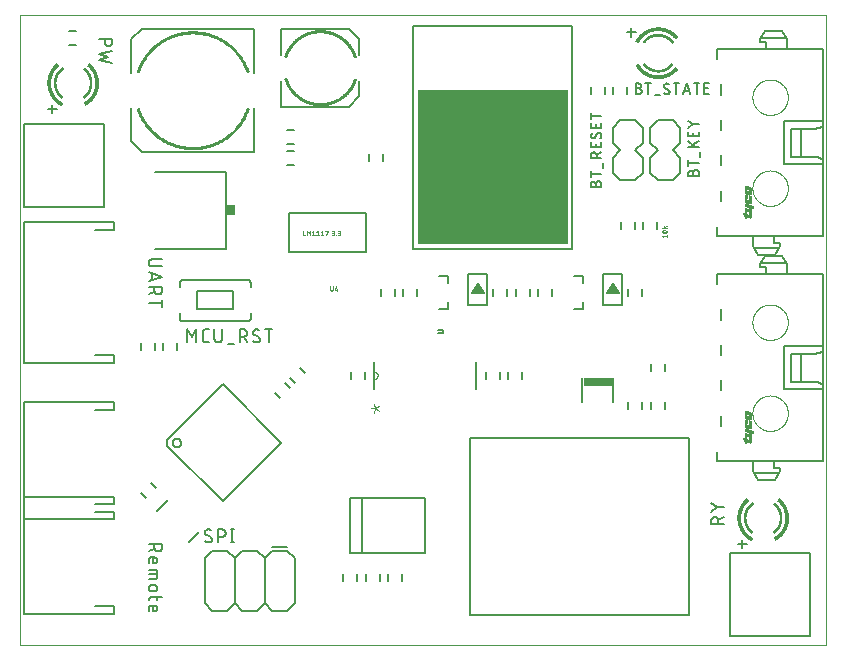
<source format=gto>
G75*
%MOIN*%
%OFA0B0*%
%FSLAX25Y25*%
%IPPOS*%
%LPD*%
%AMOC8*
5,1,8,0,0,1.08239X$1,22.5*
%
%ADD10C,0.00000*%
%ADD11C,0.00600*%
%ADD12C,0.00800*%
%ADD13C,0.00039*%
%ADD14C,0.00500*%
%ADD15R,0.50000X0.51500*%
%ADD16C,0.00300*%
%ADD17C,0.00100*%
%ADD18C,0.00060*%
%ADD19R,0.03000X0.03400*%
%ADD20C,0.00080*%
%ADD21R,0.09646X0.02657*%
D10*
X0001600Y0001600D02*
X0001600Y0211561D01*
X0270301Y0211561D01*
X0270301Y0001600D01*
X0001600Y0001600D01*
X0119600Y0090400D02*
X0119668Y0090405D01*
X0119736Y0090414D01*
X0119804Y0090426D01*
X0119870Y0090443D01*
X0119936Y0090463D01*
X0120000Y0090487D01*
X0120063Y0090514D01*
X0120124Y0090545D01*
X0120184Y0090580D01*
X0120241Y0090618D01*
X0120296Y0090659D01*
X0120348Y0090703D01*
X0120398Y0090750D01*
X0120445Y0090800D01*
X0120490Y0090852D01*
X0120531Y0090907D01*
X0120569Y0090964D01*
X0120603Y0091023D01*
X0120635Y0091084D01*
X0120662Y0091147D01*
X0120686Y0091211D01*
X0120707Y0091277D01*
X0120723Y0091343D01*
X0120736Y0091411D01*
X0120745Y0091479D01*
X0120750Y0091547D01*
X0120751Y0091616D01*
X0120748Y0091684D01*
X0120741Y0091753D01*
X0120731Y0091820D01*
X0120716Y0091887D01*
X0120698Y0091953D01*
X0120676Y0092018D01*
X0120650Y0092082D01*
X0120621Y0092144D01*
X0120588Y0092204D01*
X0120552Y0092262D01*
X0120512Y0092319D01*
X0120470Y0092372D01*
X0120424Y0092424D01*
X0120376Y0092472D01*
X0120325Y0092518D01*
X0120271Y0092561D01*
X0120215Y0092600D01*
X0120157Y0092637D01*
X0120097Y0092669D01*
X0120035Y0092699D01*
X0119971Y0092725D01*
X0119906Y0092747D01*
X0119840Y0092765D01*
X0119773Y0092780D01*
X0119705Y0092791D01*
X0119637Y0092798D01*
X0119569Y0092801D01*
X0119500Y0092800D01*
X0245694Y0078943D02*
X0245696Y0079096D01*
X0245702Y0079250D01*
X0245712Y0079403D01*
X0245726Y0079555D01*
X0245744Y0079708D01*
X0245766Y0079859D01*
X0245791Y0080010D01*
X0245821Y0080161D01*
X0245855Y0080311D01*
X0245892Y0080459D01*
X0245933Y0080607D01*
X0245978Y0080753D01*
X0246027Y0080899D01*
X0246080Y0081043D01*
X0246136Y0081185D01*
X0246196Y0081326D01*
X0246260Y0081466D01*
X0246327Y0081604D01*
X0246398Y0081740D01*
X0246473Y0081874D01*
X0246550Y0082006D01*
X0246632Y0082136D01*
X0246716Y0082264D01*
X0246804Y0082390D01*
X0246895Y0082513D01*
X0246989Y0082634D01*
X0247087Y0082752D01*
X0247187Y0082868D01*
X0247291Y0082981D01*
X0247397Y0083092D01*
X0247506Y0083200D01*
X0247618Y0083305D01*
X0247732Y0083406D01*
X0247850Y0083505D01*
X0247969Y0083601D01*
X0248091Y0083694D01*
X0248216Y0083783D01*
X0248343Y0083870D01*
X0248472Y0083952D01*
X0248603Y0084032D01*
X0248736Y0084108D01*
X0248871Y0084181D01*
X0249008Y0084250D01*
X0249147Y0084315D01*
X0249287Y0084377D01*
X0249429Y0084435D01*
X0249572Y0084490D01*
X0249717Y0084541D01*
X0249863Y0084588D01*
X0250010Y0084631D01*
X0250158Y0084670D01*
X0250307Y0084706D01*
X0250457Y0084737D01*
X0250608Y0084765D01*
X0250759Y0084789D01*
X0250912Y0084809D01*
X0251064Y0084825D01*
X0251217Y0084837D01*
X0251370Y0084845D01*
X0251523Y0084849D01*
X0251677Y0084849D01*
X0251830Y0084845D01*
X0251983Y0084837D01*
X0252136Y0084825D01*
X0252288Y0084809D01*
X0252441Y0084789D01*
X0252592Y0084765D01*
X0252743Y0084737D01*
X0252893Y0084706D01*
X0253042Y0084670D01*
X0253190Y0084631D01*
X0253337Y0084588D01*
X0253483Y0084541D01*
X0253628Y0084490D01*
X0253771Y0084435D01*
X0253913Y0084377D01*
X0254053Y0084315D01*
X0254192Y0084250D01*
X0254329Y0084181D01*
X0254464Y0084108D01*
X0254597Y0084032D01*
X0254728Y0083952D01*
X0254857Y0083870D01*
X0254984Y0083783D01*
X0255109Y0083694D01*
X0255231Y0083601D01*
X0255350Y0083505D01*
X0255468Y0083406D01*
X0255582Y0083305D01*
X0255694Y0083200D01*
X0255803Y0083092D01*
X0255909Y0082981D01*
X0256013Y0082868D01*
X0256113Y0082752D01*
X0256211Y0082634D01*
X0256305Y0082513D01*
X0256396Y0082390D01*
X0256484Y0082264D01*
X0256568Y0082136D01*
X0256650Y0082006D01*
X0256727Y0081874D01*
X0256802Y0081740D01*
X0256873Y0081604D01*
X0256940Y0081466D01*
X0257004Y0081326D01*
X0257064Y0081185D01*
X0257120Y0081043D01*
X0257173Y0080899D01*
X0257222Y0080753D01*
X0257267Y0080607D01*
X0257308Y0080459D01*
X0257345Y0080311D01*
X0257379Y0080161D01*
X0257409Y0080010D01*
X0257434Y0079859D01*
X0257456Y0079708D01*
X0257474Y0079555D01*
X0257488Y0079403D01*
X0257498Y0079250D01*
X0257504Y0079096D01*
X0257506Y0078943D01*
X0257504Y0078790D01*
X0257498Y0078636D01*
X0257488Y0078483D01*
X0257474Y0078331D01*
X0257456Y0078178D01*
X0257434Y0078027D01*
X0257409Y0077876D01*
X0257379Y0077725D01*
X0257345Y0077575D01*
X0257308Y0077427D01*
X0257267Y0077279D01*
X0257222Y0077133D01*
X0257173Y0076987D01*
X0257120Y0076843D01*
X0257064Y0076701D01*
X0257004Y0076560D01*
X0256940Y0076420D01*
X0256873Y0076282D01*
X0256802Y0076146D01*
X0256727Y0076012D01*
X0256650Y0075880D01*
X0256568Y0075750D01*
X0256484Y0075622D01*
X0256396Y0075496D01*
X0256305Y0075373D01*
X0256211Y0075252D01*
X0256113Y0075134D01*
X0256013Y0075018D01*
X0255909Y0074905D01*
X0255803Y0074794D01*
X0255694Y0074686D01*
X0255582Y0074581D01*
X0255468Y0074480D01*
X0255350Y0074381D01*
X0255231Y0074285D01*
X0255109Y0074192D01*
X0254984Y0074103D01*
X0254857Y0074016D01*
X0254728Y0073934D01*
X0254597Y0073854D01*
X0254464Y0073778D01*
X0254329Y0073705D01*
X0254192Y0073636D01*
X0254053Y0073571D01*
X0253913Y0073509D01*
X0253771Y0073451D01*
X0253628Y0073396D01*
X0253483Y0073345D01*
X0253337Y0073298D01*
X0253190Y0073255D01*
X0253042Y0073216D01*
X0252893Y0073180D01*
X0252743Y0073149D01*
X0252592Y0073121D01*
X0252441Y0073097D01*
X0252288Y0073077D01*
X0252136Y0073061D01*
X0251983Y0073049D01*
X0251830Y0073041D01*
X0251677Y0073037D01*
X0251523Y0073037D01*
X0251370Y0073041D01*
X0251217Y0073049D01*
X0251064Y0073061D01*
X0250912Y0073077D01*
X0250759Y0073097D01*
X0250608Y0073121D01*
X0250457Y0073149D01*
X0250307Y0073180D01*
X0250158Y0073216D01*
X0250010Y0073255D01*
X0249863Y0073298D01*
X0249717Y0073345D01*
X0249572Y0073396D01*
X0249429Y0073451D01*
X0249287Y0073509D01*
X0249147Y0073571D01*
X0249008Y0073636D01*
X0248871Y0073705D01*
X0248736Y0073778D01*
X0248603Y0073854D01*
X0248472Y0073934D01*
X0248343Y0074016D01*
X0248216Y0074103D01*
X0248091Y0074192D01*
X0247969Y0074285D01*
X0247850Y0074381D01*
X0247732Y0074480D01*
X0247618Y0074581D01*
X0247506Y0074686D01*
X0247397Y0074794D01*
X0247291Y0074905D01*
X0247187Y0075018D01*
X0247087Y0075134D01*
X0246989Y0075252D01*
X0246895Y0075373D01*
X0246804Y0075496D01*
X0246716Y0075622D01*
X0246632Y0075750D01*
X0246550Y0075880D01*
X0246473Y0076012D01*
X0246398Y0076146D01*
X0246327Y0076282D01*
X0246260Y0076420D01*
X0246196Y0076560D01*
X0246136Y0076701D01*
X0246080Y0076843D01*
X0246027Y0076987D01*
X0245978Y0077133D01*
X0245933Y0077279D01*
X0245892Y0077427D01*
X0245855Y0077575D01*
X0245821Y0077725D01*
X0245791Y0077876D01*
X0245766Y0078027D01*
X0245744Y0078178D01*
X0245726Y0078331D01*
X0245712Y0078483D01*
X0245702Y0078636D01*
X0245696Y0078790D01*
X0245694Y0078943D01*
X0245694Y0109257D02*
X0245696Y0109410D01*
X0245702Y0109564D01*
X0245712Y0109717D01*
X0245726Y0109869D01*
X0245744Y0110022D01*
X0245766Y0110173D01*
X0245791Y0110324D01*
X0245821Y0110475D01*
X0245855Y0110625D01*
X0245892Y0110773D01*
X0245933Y0110921D01*
X0245978Y0111067D01*
X0246027Y0111213D01*
X0246080Y0111357D01*
X0246136Y0111499D01*
X0246196Y0111640D01*
X0246260Y0111780D01*
X0246327Y0111918D01*
X0246398Y0112054D01*
X0246473Y0112188D01*
X0246550Y0112320D01*
X0246632Y0112450D01*
X0246716Y0112578D01*
X0246804Y0112704D01*
X0246895Y0112827D01*
X0246989Y0112948D01*
X0247087Y0113066D01*
X0247187Y0113182D01*
X0247291Y0113295D01*
X0247397Y0113406D01*
X0247506Y0113514D01*
X0247618Y0113619D01*
X0247732Y0113720D01*
X0247850Y0113819D01*
X0247969Y0113915D01*
X0248091Y0114008D01*
X0248216Y0114097D01*
X0248343Y0114184D01*
X0248472Y0114266D01*
X0248603Y0114346D01*
X0248736Y0114422D01*
X0248871Y0114495D01*
X0249008Y0114564D01*
X0249147Y0114629D01*
X0249287Y0114691D01*
X0249429Y0114749D01*
X0249572Y0114804D01*
X0249717Y0114855D01*
X0249863Y0114902D01*
X0250010Y0114945D01*
X0250158Y0114984D01*
X0250307Y0115020D01*
X0250457Y0115051D01*
X0250608Y0115079D01*
X0250759Y0115103D01*
X0250912Y0115123D01*
X0251064Y0115139D01*
X0251217Y0115151D01*
X0251370Y0115159D01*
X0251523Y0115163D01*
X0251677Y0115163D01*
X0251830Y0115159D01*
X0251983Y0115151D01*
X0252136Y0115139D01*
X0252288Y0115123D01*
X0252441Y0115103D01*
X0252592Y0115079D01*
X0252743Y0115051D01*
X0252893Y0115020D01*
X0253042Y0114984D01*
X0253190Y0114945D01*
X0253337Y0114902D01*
X0253483Y0114855D01*
X0253628Y0114804D01*
X0253771Y0114749D01*
X0253913Y0114691D01*
X0254053Y0114629D01*
X0254192Y0114564D01*
X0254329Y0114495D01*
X0254464Y0114422D01*
X0254597Y0114346D01*
X0254728Y0114266D01*
X0254857Y0114184D01*
X0254984Y0114097D01*
X0255109Y0114008D01*
X0255231Y0113915D01*
X0255350Y0113819D01*
X0255468Y0113720D01*
X0255582Y0113619D01*
X0255694Y0113514D01*
X0255803Y0113406D01*
X0255909Y0113295D01*
X0256013Y0113182D01*
X0256113Y0113066D01*
X0256211Y0112948D01*
X0256305Y0112827D01*
X0256396Y0112704D01*
X0256484Y0112578D01*
X0256568Y0112450D01*
X0256650Y0112320D01*
X0256727Y0112188D01*
X0256802Y0112054D01*
X0256873Y0111918D01*
X0256940Y0111780D01*
X0257004Y0111640D01*
X0257064Y0111499D01*
X0257120Y0111357D01*
X0257173Y0111213D01*
X0257222Y0111067D01*
X0257267Y0110921D01*
X0257308Y0110773D01*
X0257345Y0110625D01*
X0257379Y0110475D01*
X0257409Y0110324D01*
X0257434Y0110173D01*
X0257456Y0110022D01*
X0257474Y0109869D01*
X0257488Y0109717D01*
X0257498Y0109564D01*
X0257504Y0109410D01*
X0257506Y0109257D01*
X0257504Y0109104D01*
X0257498Y0108950D01*
X0257488Y0108797D01*
X0257474Y0108645D01*
X0257456Y0108492D01*
X0257434Y0108341D01*
X0257409Y0108190D01*
X0257379Y0108039D01*
X0257345Y0107889D01*
X0257308Y0107741D01*
X0257267Y0107593D01*
X0257222Y0107447D01*
X0257173Y0107301D01*
X0257120Y0107157D01*
X0257064Y0107015D01*
X0257004Y0106874D01*
X0256940Y0106734D01*
X0256873Y0106596D01*
X0256802Y0106460D01*
X0256727Y0106326D01*
X0256650Y0106194D01*
X0256568Y0106064D01*
X0256484Y0105936D01*
X0256396Y0105810D01*
X0256305Y0105687D01*
X0256211Y0105566D01*
X0256113Y0105448D01*
X0256013Y0105332D01*
X0255909Y0105219D01*
X0255803Y0105108D01*
X0255694Y0105000D01*
X0255582Y0104895D01*
X0255468Y0104794D01*
X0255350Y0104695D01*
X0255231Y0104599D01*
X0255109Y0104506D01*
X0254984Y0104417D01*
X0254857Y0104330D01*
X0254728Y0104248D01*
X0254597Y0104168D01*
X0254464Y0104092D01*
X0254329Y0104019D01*
X0254192Y0103950D01*
X0254053Y0103885D01*
X0253913Y0103823D01*
X0253771Y0103765D01*
X0253628Y0103710D01*
X0253483Y0103659D01*
X0253337Y0103612D01*
X0253190Y0103569D01*
X0253042Y0103530D01*
X0252893Y0103494D01*
X0252743Y0103463D01*
X0252592Y0103435D01*
X0252441Y0103411D01*
X0252288Y0103391D01*
X0252136Y0103375D01*
X0251983Y0103363D01*
X0251830Y0103355D01*
X0251677Y0103351D01*
X0251523Y0103351D01*
X0251370Y0103355D01*
X0251217Y0103363D01*
X0251064Y0103375D01*
X0250912Y0103391D01*
X0250759Y0103411D01*
X0250608Y0103435D01*
X0250457Y0103463D01*
X0250307Y0103494D01*
X0250158Y0103530D01*
X0250010Y0103569D01*
X0249863Y0103612D01*
X0249717Y0103659D01*
X0249572Y0103710D01*
X0249429Y0103765D01*
X0249287Y0103823D01*
X0249147Y0103885D01*
X0249008Y0103950D01*
X0248871Y0104019D01*
X0248736Y0104092D01*
X0248603Y0104168D01*
X0248472Y0104248D01*
X0248343Y0104330D01*
X0248216Y0104417D01*
X0248091Y0104506D01*
X0247969Y0104599D01*
X0247850Y0104695D01*
X0247732Y0104794D01*
X0247618Y0104895D01*
X0247506Y0105000D01*
X0247397Y0105108D01*
X0247291Y0105219D01*
X0247187Y0105332D01*
X0247087Y0105448D01*
X0246989Y0105566D01*
X0246895Y0105687D01*
X0246804Y0105810D01*
X0246716Y0105936D01*
X0246632Y0106064D01*
X0246550Y0106194D01*
X0246473Y0106326D01*
X0246398Y0106460D01*
X0246327Y0106596D01*
X0246260Y0106734D01*
X0246196Y0106874D01*
X0246136Y0107015D01*
X0246080Y0107157D01*
X0246027Y0107301D01*
X0245978Y0107447D01*
X0245933Y0107593D01*
X0245892Y0107741D01*
X0245855Y0107889D01*
X0245821Y0108039D01*
X0245791Y0108190D01*
X0245766Y0108341D01*
X0245744Y0108492D01*
X0245726Y0108645D01*
X0245712Y0108797D01*
X0245702Y0108950D01*
X0245696Y0109104D01*
X0245694Y0109257D01*
X0245694Y0153943D02*
X0245696Y0154096D01*
X0245702Y0154250D01*
X0245712Y0154403D01*
X0245726Y0154555D01*
X0245744Y0154708D01*
X0245766Y0154859D01*
X0245791Y0155010D01*
X0245821Y0155161D01*
X0245855Y0155311D01*
X0245892Y0155459D01*
X0245933Y0155607D01*
X0245978Y0155753D01*
X0246027Y0155899D01*
X0246080Y0156043D01*
X0246136Y0156185D01*
X0246196Y0156326D01*
X0246260Y0156466D01*
X0246327Y0156604D01*
X0246398Y0156740D01*
X0246473Y0156874D01*
X0246550Y0157006D01*
X0246632Y0157136D01*
X0246716Y0157264D01*
X0246804Y0157390D01*
X0246895Y0157513D01*
X0246989Y0157634D01*
X0247087Y0157752D01*
X0247187Y0157868D01*
X0247291Y0157981D01*
X0247397Y0158092D01*
X0247506Y0158200D01*
X0247618Y0158305D01*
X0247732Y0158406D01*
X0247850Y0158505D01*
X0247969Y0158601D01*
X0248091Y0158694D01*
X0248216Y0158783D01*
X0248343Y0158870D01*
X0248472Y0158952D01*
X0248603Y0159032D01*
X0248736Y0159108D01*
X0248871Y0159181D01*
X0249008Y0159250D01*
X0249147Y0159315D01*
X0249287Y0159377D01*
X0249429Y0159435D01*
X0249572Y0159490D01*
X0249717Y0159541D01*
X0249863Y0159588D01*
X0250010Y0159631D01*
X0250158Y0159670D01*
X0250307Y0159706D01*
X0250457Y0159737D01*
X0250608Y0159765D01*
X0250759Y0159789D01*
X0250912Y0159809D01*
X0251064Y0159825D01*
X0251217Y0159837D01*
X0251370Y0159845D01*
X0251523Y0159849D01*
X0251677Y0159849D01*
X0251830Y0159845D01*
X0251983Y0159837D01*
X0252136Y0159825D01*
X0252288Y0159809D01*
X0252441Y0159789D01*
X0252592Y0159765D01*
X0252743Y0159737D01*
X0252893Y0159706D01*
X0253042Y0159670D01*
X0253190Y0159631D01*
X0253337Y0159588D01*
X0253483Y0159541D01*
X0253628Y0159490D01*
X0253771Y0159435D01*
X0253913Y0159377D01*
X0254053Y0159315D01*
X0254192Y0159250D01*
X0254329Y0159181D01*
X0254464Y0159108D01*
X0254597Y0159032D01*
X0254728Y0158952D01*
X0254857Y0158870D01*
X0254984Y0158783D01*
X0255109Y0158694D01*
X0255231Y0158601D01*
X0255350Y0158505D01*
X0255468Y0158406D01*
X0255582Y0158305D01*
X0255694Y0158200D01*
X0255803Y0158092D01*
X0255909Y0157981D01*
X0256013Y0157868D01*
X0256113Y0157752D01*
X0256211Y0157634D01*
X0256305Y0157513D01*
X0256396Y0157390D01*
X0256484Y0157264D01*
X0256568Y0157136D01*
X0256650Y0157006D01*
X0256727Y0156874D01*
X0256802Y0156740D01*
X0256873Y0156604D01*
X0256940Y0156466D01*
X0257004Y0156326D01*
X0257064Y0156185D01*
X0257120Y0156043D01*
X0257173Y0155899D01*
X0257222Y0155753D01*
X0257267Y0155607D01*
X0257308Y0155459D01*
X0257345Y0155311D01*
X0257379Y0155161D01*
X0257409Y0155010D01*
X0257434Y0154859D01*
X0257456Y0154708D01*
X0257474Y0154555D01*
X0257488Y0154403D01*
X0257498Y0154250D01*
X0257504Y0154096D01*
X0257506Y0153943D01*
X0257504Y0153790D01*
X0257498Y0153636D01*
X0257488Y0153483D01*
X0257474Y0153331D01*
X0257456Y0153178D01*
X0257434Y0153027D01*
X0257409Y0152876D01*
X0257379Y0152725D01*
X0257345Y0152575D01*
X0257308Y0152427D01*
X0257267Y0152279D01*
X0257222Y0152133D01*
X0257173Y0151987D01*
X0257120Y0151843D01*
X0257064Y0151701D01*
X0257004Y0151560D01*
X0256940Y0151420D01*
X0256873Y0151282D01*
X0256802Y0151146D01*
X0256727Y0151012D01*
X0256650Y0150880D01*
X0256568Y0150750D01*
X0256484Y0150622D01*
X0256396Y0150496D01*
X0256305Y0150373D01*
X0256211Y0150252D01*
X0256113Y0150134D01*
X0256013Y0150018D01*
X0255909Y0149905D01*
X0255803Y0149794D01*
X0255694Y0149686D01*
X0255582Y0149581D01*
X0255468Y0149480D01*
X0255350Y0149381D01*
X0255231Y0149285D01*
X0255109Y0149192D01*
X0254984Y0149103D01*
X0254857Y0149016D01*
X0254728Y0148934D01*
X0254597Y0148854D01*
X0254464Y0148778D01*
X0254329Y0148705D01*
X0254192Y0148636D01*
X0254053Y0148571D01*
X0253913Y0148509D01*
X0253771Y0148451D01*
X0253628Y0148396D01*
X0253483Y0148345D01*
X0253337Y0148298D01*
X0253190Y0148255D01*
X0253042Y0148216D01*
X0252893Y0148180D01*
X0252743Y0148149D01*
X0252592Y0148121D01*
X0252441Y0148097D01*
X0252288Y0148077D01*
X0252136Y0148061D01*
X0251983Y0148049D01*
X0251830Y0148041D01*
X0251677Y0148037D01*
X0251523Y0148037D01*
X0251370Y0148041D01*
X0251217Y0148049D01*
X0251064Y0148061D01*
X0250912Y0148077D01*
X0250759Y0148097D01*
X0250608Y0148121D01*
X0250457Y0148149D01*
X0250307Y0148180D01*
X0250158Y0148216D01*
X0250010Y0148255D01*
X0249863Y0148298D01*
X0249717Y0148345D01*
X0249572Y0148396D01*
X0249429Y0148451D01*
X0249287Y0148509D01*
X0249147Y0148571D01*
X0249008Y0148636D01*
X0248871Y0148705D01*
X0248736Y0148778D01*
X0248603Y0148854D01*
X0248472Y0148934D01*
X0248343Y0149016D01*
X0248216Y0149103D01*
X0248091Y0149192D01*
X0247969Y0149285D01*
X0247850Y0149381D01*
X0247732Y0149480D01*
X0247618Y0149581D01*
X0247506Y0149686D01*
X0247397Y0149794D01*
X0247291Y0149905D01*
X0247187Y0150018D01*
X0247087Y0150134D01*
X0246989Y0150252D01*
X0246895Y0150373D01*
X0246804Y0150496D01*
X0246716Y0150622D01*
X0246632Y0150750D01*
X0246550Y0150880D01*
X0246473Y0151012D01*
X0246398Y0151146D01*
X0246327Y0151282D01*
X0246260Y0151420D01*
X0246196Y0151560D01*
X0246136Y0151701D01*
X0246080Y0151843D01*
X0246027Y0151987D01*
X0245978Y0152133D01*
X0245933Y0152279D01*
X0245892Y0152427D01*
X0245855Y0152575D01*
X0245821Y0152725D01*
X0245791Y0152876D01*
X0245766Y0153027D01*
X0245744Y0153178D01*
X0245726Y0153331D01*
X0245712Y0153483D01*
X0245702Y0153636D01*
X0245696Y0153790D01*
X0245694Y0153943D01*
X0245694Y0184257D02*
X0245696Y0184410D01*
X0245702Y0184564D01*
X0245712Y0184717D01*
X0245726Y0184869D01*
X0245744Y0185022D01*
X0245766Y0185173D01*
X0245791Y0185324D01*
X0245821Y0185475D01*
X0245855Y0185625D01*
X0245892Y0185773D01*
X0245933Y0185921D01*
X0245978Y0186067D01*
X0246027Y0186213D01*
X0246080Y0186357D01*
X0246136Y0186499D01*
X0246196Y0186640D01*
X0246260Y0186780D01*
X0246327Y0186918D01*
X0246398Y0187054D01*
X0246473Y0187188D01*
X0246550Y0187320D01*
X0246632Y0187450D01*
X0246716Y0187578D01*
X0246804Y0187704D01*
X0246895Y0187827D01*
X0246989Y0187948D01*
X0247087Y0188066D01*
X0247187Y0188182D01*
X0247291Y0188295D01*
X0247397Y0188406D01*
X0247506Y0188514D01*
X0247618Y0188619D01*
X0247732Y0188720D01*
X0247850Y0188819D01*
X0247969Y0188915D01*
X0248091Y0189008D01*
X0248216Y0189097D01*
X0248343Y0189184D01*
X0248472Y0189266D01*
X0248603Y0189346D01*
X0248736Y0189422D01*
X0248871Y0189495D01*
X0249008Y0189564D01*
X0249147Y0189629D01*
X0249287Y0189691D01*
X0249429Y0189749D01*
X0249572Y0189804D01*
X0249717Y0189855D01*
X0249863Y0189902D01*
X0250010Y0189945D01*
X0250158Y0189984D01*
X0250307Y0190020D01*
X0250457Y0190051D01*
X0250608Y0190079D01*
X0250759Y0190103D01*
X0250912Y0190123D01*
X0251064Y0190139D01*
X0251217Y0190151D01*
X0251370Y0190159D01*
X0251523Y0190163D01*
X0251677Y0190163D01*
X0251830Y0190159D01*
X0251983Y0190151D01*
X0252136Y0190139D01*
X0252288Y0190123D01*
X0252441Y0190103D01*
X0252592Y0190079D01*
X0252743Y0190051D01*
X0252893Y0190020D01*
X0253042Y0189984D01*
X0253190Y0189945D01*
X0253337Y0189902D01*
X0253483Y0189855D01*
X0253628Y0189804D01*
X0253771Y0189749D01*
X0253913Y0189691D01*
X0254053Y0189629D01*
X0254192Y0189564D01*
X0254329Y0189495D01*
X0254464Y0189422D01*
X0254597Y0189346D01*
X0254728Y0189266D01*
X0254857Y0189184D01*
X0254984Y0189097D01*
X0255109Y0189008D01*
X0255231Y0188915D01*
X0255350Y0188819D01*
X0255468Y0188720D01*
X0255582Y0188619D01*
X0255694Y0188514D01*
X0255803Y0188406D01*
X0255909Y0188295D01*
X0256013Y0188182D01*
X0256113Y0188066D01*
X0256211Y0187948D01*
X0256305Y0187827D01*
X0256396Y0187704D01*
X0256484Y0187578D01*
X0256568Y0187450D01*
X0256650Y0187320D01*
X0256727Y0187188D01*
X0256802Y0187054D01*
X0256873Y0186918D01*
X0256940Y0186780D01*
X0257004Y0186640D01*
X0257064Y0186499D01*
X0257120Y0186357D01*
X0257173Y0186213D01*
X0257222Y0186067D01*
X0257267Y0185921D01*
X0257308Y0185773D01*
X0257345Y0185625D01*
X0257379Y0185475D01*
X0257409Y0185324D01*
X0257434Y0185173D01*
X0257456Y0185022D01*
X0257474Y0184869D01*
X0257488Y0184717D01*
X0257498Y0184564D01*
X0257504Y0184410D01*
X0257506Y0184257D01*
X0257504Y0184104D01*
X0257498Y0183950D01*
X0257488Y0183797D01*
X0257474Y0183645D01*
X0257456Y0183492D01*
X0257434Y0183341D01*
X0257409Y0183190D01*
X0257379Y0183039D01*
X0257345Y0182889D01*
X0257308Y0182741D01*
X0257267Y0182593D01*
X0257222Y0182447D01*
X0257173Y0182301D01*
X0257120Y0182157D01*
X0257064Y0182015D01*
X0257004Y0181874D01*
X0256940Y0181734D01*
X0256873Y0181596D01*
X0256802Y0181460D01*
X0256727Y0181326D01*
X0256650Y0181194D01*
X0256568Y0181064D01*
X0256484Y0180936D01*
X0256396Y0180810D01*
X0256305Y0180687D01*
X0256211Y0180566D01*
X0256113Y0180448D01*
X0256013Y0180332D01*
X0255909Y0180219D01*
X0255803Y0180108D01*
X0255694Y0180000D01*
X0255582Y0179895D01*
X0255468Y0179794D01*
X0255350Y0179695D01*
X0255231Y0179599D01*
X0255109Y0179506D01*
X0254984Y0179417D01*
X0254857Y0179330D01*
X0254728Y0179248D01*
X0254597Y0179168D01*
X0254464Y0179092D01*
X0254329Y0179019D01*
X0254192Y0178950D01*
X0254053Y0178885D01*
X0253913Y0178823D01*
X0253771Y0178765D01*
X0253628Y0178710D01*
X0253483Y0178659D01*
X0253337Y0178612D01*
X0253190Y0178569D01*
X0253042Y0178530D01*
X0252893Y0178494D01*
X0252743Y0178463D01*
X0252592Y0178435D01*
X0252441Y0178411D01*
X0252288Y0178391D01*
X0252136Y0178375D01*
X0251983Y0178363D01*
X0251830Y0178355D01*
X0251677Y0178351D01*
X0251523Y0178351D01*
X0251370Y0178355D01*
X0251217Y0178363D01*
X0251064Y0178375D01*
X0250912Y0178391D01*
X0250759Y0178411D01*
X0250608Y0178435D01*
X0250457Y0178463D01*
X0250307Y0178494D01*
X0250158Y0178530D01*
X0250010Y0178569D01*
X0249863Y0178612D01*
X0249717Y0178659D01*
X0249572Y0178710D01*
X0249429Y0178765D01*
X0249287Y0178823D01*
X0249147Y0178885D01*
X0249008Y0178950D01*
X0248871Y0179019D01*
X0248736Y0179092D01*
X0248603Y0179168D01*
X0248472Y0179248D01*
X0248343Y0179330D01*
X0248216Y0179417D01*
X0248091Y0179506D01*
X0247969Y0179599D01*
X0247850Y0179695D01*
X0247732Y0179794D01*
X0247618Y0179895D01*
X0247506Y0180000D01*
X0247397Y0180108D01*
X0247291Y0180219D01*
X0247187Y0180332D01*
X0247087Y0180448D01*
X0246989Y0180566D01*
X0246895Y0180687D01*
X0246804Y0180810D01*
X0246716Y0180936D01*
X0246632Y0181064D01*
X0246550Y0181194D01*
X0246473Y0181326D01*
X0246398Y0181460D01*
X0246327Y0181596D01*
X0246260Y0181734D01*
X0246196Y0181874D01*
X0246136Y0182015D01*
X0246080Y0182157D01*
X0246027Y0182301D01*
X0245978Y0182447D01*
X0245933Y0182593D01*
X0245892Y0182741D01*
X0245855Y0182889D01*
X0245821Y0183039D01*
X0245791Y0183190D01*
X0245766Y0183341D01*
X0245744Y0183492D01*
X0245726Y0183645D01*
X0245712Y0183797D01*
X0245702Y0183950D01*
X0245696Y0184104D01*
X0245694Y0184257D01*
D11*
X0203962Y0185419D02*
X0203962Y0187781D01*
X0199238Y0187781D02*
X0199238Y0185419D01*
X0196462Y0185419D02*
X0196462Y0187781D01*
X0191738Y0187781D02*
X0191738Y0185419D01*
X0201738Y0142781D02*
X0201738Y0140419D01*
X0206462Y0140419D02*
X0206462Y0142781D01*
X0209238Y0142781D02*
X0209238Y0140419D01*
X0213962Y0140419D02*
X0213962Y0142781D01*
X0208962Y0120281D02*
X0208962Y0117919D01*
X0204238Y0117919D02*
X0204238Y0120281D01*
X0178962Y0120281D02*
X0178962Y0117919D01*
X0174238Y0117919D02*
X0174238Y0120281D01*
X0171462Y0120281D02*
X0171462Y0117919D01*
X0166738Y0117919D02*
X0166738Y0120281D01*
X0163962Y0120281D02*
X0163962Y0117919D01*
X0159238Y0117919D02*
X0159238Y0120281D01*
X0142400Y0106800D02*
X0142400Y0105800D01*
X0140800Y0105800D01*
X0140800Y0106800D02*
X0142400Y0106800D01*
X0133962Y0117919D02*
X0133962Y0120281D01*
X0129238Y0120281D02*
X0129238Y0117919D01*
X0126462Y0117919D02*
X0126462Y0120281D01*
X0121738Y0120281D02*
X0121738Y0117919D01*
X0119600Y0096100D02*
X0119600Y0090400D01*
X0119600Y0087100D01*
X0116462Y0090419D02*
X0116462Y0092781D01*
X0111738Y0092781D02*
X0111738Y0090419D01*
X0096605Y0092435D02*
X0094935Y0094105D01*
X0091595Y0090765D02*
X0093265Y0089095D01*
X0091605Y0087435D02*
X0089935Y0089105D01*
X0086595Y0085765D02*
X0088265Y0084095D01*
X0088615Y0069100D02*
X0069100Y0049585D01*
X0050573Y0068112D01*
X0050573Y0070088D01*
X0069100Y0088615D01*
X0088615Y0069100D01*
X0111580Y0050714D02*
X0136620Y0050714D01*
X0136620Y0032486D01*
X0115580Y0032486D01*
X0115580Y0050714D01*
X0111580Y0050714D02*
X0111580Y0032486D01*
X0115580Y0032486D01*
X0116738Y0025281D02*
X0116738Y0022919D01*
X0113962Y0022919D02*
X0113962Y0025281D01*
X0109238Y0025281D02*
X0109238Y0022919D01*
X0121462Y0022919D02*
X0121462Y0025281D01*
X0124238Y0025281D02*
X0124238Y0022919D01*
X0128962Y0022919D02*
X0128962Y0025281D01*
X0072764Y0035864D02*
X0071787Y0035864D01*
X0072276Y0035864D02*
X0072276Y0040264D01*
X0072764Y0040264D02*
X0071787Y0040264D01*
X0068909Y0040264D02*
X0067687Y0040264D01*
X0067687Y0035864D01*
X0067687Y0037820D02*
X0068909Y0037820D01*
X0068978Y0037822D01*
X0069046Y0037828D01*
X0069114Y0037837D01*
X0069181Y0037851D01*
X0069247Y0037868D01*
X0069313Y0037889D01*
X0069377Y0037913D01*
X0069439Y0037941D01*
X0069500Y0037972D01*
X0069559Y0038007D01*
X0069616Y0038045D01*
X0069671Y0038087D01*
X0069723Y0038131D01*
X0069773Y0038178D01*
X0069820Y0038228D01*
X0069864Y0038280D01*
X0069906Y0038335D01*
X0069944Y0038392D01*
X0069979Y0038451D01*
X0070010Y0038512D01*
X0070038Y0038574D01*
X0070062Y0038638D01*
X0070083Y0038704D01*
X0070100Y0038770D01*
X0070114Y0038837D01*
X0070123Y0038905D01*
X0070129Y0038973D01*
X0070131Y0039042D01*
X0070129Y0039111D01*
X0070123Y0039179D01*
X0070114Y0039247D01*
X0070100Y0039314D01*
X0070083Y0039380D01*
X0070062Y0039446D01*
X0070038Y0039510D01*
X0070010Y0039572D01*
X0069979Y0039633D01*
X0069944Y0039692D01*
X0069906Y0039749D01*
X0069864Y0039804D01*
X0069820Y0039856D01*
X0069773Y0039906D01*
X0069723Y0039953D01*
X0069671Y0039997D01*
X0069616Y0040039D01*
X0069559Y0040077D01*
X0069500Y0040112D01*
X0069439Y0040143D01*
X0069377Y0040171D01*
X0069313Y0040195D01*
X0069247Y0040216D01*
X0069181Y0040233D01*
X0069114Y0040247D01*
X0069046Y0040256D01*
X0068978Y0040262D01*
X0068909Y0040264D01*
X0065059Y0037698D02*
X0063714Y0038431D01*
X0064203Y0040264D02*
X0064287Y0040262D01*
X0064371Y0040256D01*
X0064455Y0040247D01*
X0064538Y0040233D01*
X0064621Y0040216D01*
X0064702Y0040195D01*
X0064783Y0040170D01*
X0064862Y0040141D01*
X0064940Y0040109D01*
X0065016Y0040074D01*
X0065091Y0040035D01*
X0065164Y0039992D01*
X0065234Y0039946D01*
X0065303Y0039897D01*
X0063715Y0038431D02*
X0063664Y0038464D01*
X0063614Y0038499D01*
X0063567Y0038538D01*
X0063523Y0038579D01*
X0063481Y0038623D01*
X0063442Y0038669D01*
X0063406Y0038718D01*
X0063372Y0038768D01*
X0063342Y0038821D01*
X0063315Y0038875D01*
X0063292Y0038931D01*
X0063272Y0038988D01*
X0063255Y0039047D01*
X0063243Y0039106D01*
X0063233Y0039166D01*
X0063228Y0039226D01*
X0063226Y0039287D01*
X0063225Y0039287D02*
X0063227Y0039348D01*
X0063233Y0039410D01*
X0063242Y0039470D01*
X0063256Y0039530D01*
X0063273Y0039589D01*
X0063294Y0039647D01*
X0063318Y0039703D01*
X0063346Y0039758D01*
X0063377Y0039811D01*
X0063412Y0039862D01*
X0063449Y0039910D01*
X0063490Y0039956D01*
X0063534Y0040000D01*
X0063580Y0040041D01*
X0063628Y0040078D01*
X0063679Y0040113D01*
X0063732Y0040144D01*
X0063787Y0040172D01*
X0063843Y0040196D01*
X0063901Y0040217D01*
X0063960Y0040234D01*
X0064020Y0040248D01*
X0064080Y0040257D01*
X0064142Y0040263D01*
X0064203Y0040265D01*
X0063103Y0036475D02*
X0063168Y0036412D01*
X0063236Y0036352D01*
X0063307Y0036295D01*
X0063379Y0036241D01*
X0063455Y0036191D01*
X0063532Y0036144D01*
X0063611Y0036100D01*
X0063693Y0036060D01*
X0063775Y0036023D01*
X0063860Y0035990D01*
X0063946Y0035961D01*
X0064032Y0035935D01*
X0064120Y0035913D01*
X0064209Y0035896D01*
X0064299Y0035882D01*
X0064389Y0035872D01*
X0064479Y0035866D01*
X0064570Y0035864D01*
X0064631Y0035866D01*
X0064693Y0035872D01*
X0064753Y0035881D01*
X0064813Y0035895D01*
X0064872Y0035912D01*
X0064930Y0035933D01*
X0064986Y0035957D01*
X0065041Y0035985D01*
X0065094Y0036016D01*
X0065145Y0036051D01*
X0065193Y0036088D01*
X0065239Y0036129D01*
X0065283Y0036173D01*
X0065324Y0036219D01*
X0065361Y0036267D01*
X0065396Y0036318D01*
X0065427Y0036371D01*
X0065455Y0036426D01*
X0065479Y0036482D01*
X0065500Y0036540D01*
X0065517Y0036599D01*
X0065531Y0036659D01*
X0065540Y0036719D01*
X0065546Y0036781D01*
X0065548Y0036842D01*
X0065546Y0036903D01*
X0065541Y0036963D01*
X0065531Y0037023D01*
X0065519Y0037082D01*
X0065502Y0037141D01*
X0065482Y0037198D01*
X0065459Y0037254D01*
X0065432Y0037308D01*
X0065402Y0037361D01*
X0065368Y0037411D01*
X0065332Y0037460D01*
X0065293Y0037506D01*
X0065251Y0037550D01*
X0065207Y0037591D01*
X0065160Y0037630D01*
X0065110Y0037665D01*
X0065059Y0037698D01*
X0048800Y0035300D02*
X0048800Y0034078D01*
X0048800Y0035300D02*
X0044400Y0035300D01*
X0046356Y0035300D02*
X0046356Y0034078D01*
X0046356Y0033833D02*
X0044400Y0032856D01*
X0045133Y0030892D02*
X0046356Y0030892D01*
X0045867Y0030892D02*
X0045867Y0028936D01*
X0046356Y0028936D01*
X0046417Y0028938D01*
X0046479Y0028944D01*
X0046539Y0028953D01*
X0046599Y0028967D01*
X0046658Y0028984D01*
X0046716Y0029005D01*
X0046772Y0029029D01*
X0046827Y0029057D01*
X0046880Y0029088D01*
X0046931Y0029123D01*
X0046979Y0029160D01*
X0047025Y0029201D01*
X0047069Y0029245D01*
X0047110Y0029291D01*
X0047147Y0029339D01*
X0047182Y0029390D01*
X0047213Y0029443D01*
X0047241Y0029498D01*
X0047265Y0029554D01*
X0047286Y0029612D01*
X0047303Y0029671D01*
X0047317Y0029731D01*
X0047326Y0029791D01*
X0047332Y0029853D01*
X0047334Y0029914D01*
X0047332Y0029975D01*
X0047326Y0030037D01*
X0047317Y0030097D01*
X0047303Y0030157D01*
X0047286Y0030216D01*
X0047265Y0030274D01*
X0047241Y0030330D01*
X0047213Y0030385D01*
X0047182Y0030438D01*
X0047147Y0030489D01*
X0047110Y0030537D01*
X0047069Y0030583D01*
X0047025Y0030627D01*
X0046979Y0030668D01*
X0046931Y0030705D01*
X0046880Y0030740D01*
X0046827Y0030771D01*
X0046772Y0030799D01*
X0046716Y0030823D01*
X0046658Y0030844D01*
X0046599Y0030861D01*
X0046539Y0030875D01*
X0046479Y0030884D01*
X0046417Y0030890D01*
X0046356Y0030892D01*
X0045133Y0030891D02*
X0045081Y0030889D01*
X0045029Y0030884D01*
X0044977Y0030874D01*
X0044926Y0030861D01*
X0044877Y0030845D01*
X0044829Y0030825D01*
X0044782Y0030801D01*
X0044737Y0030775D01*
X0044694Y0030745D01*
X0044653Y0030712D01*
X0044615Y0030676D01*
X0044579Y0030638D01*
X0044546Y0030597D01*
X0044516Y0030554D01*
X0044490Y0030509D01*
X0044466Y0030463D01*
X0044446Y0030414D01*
X0044430Y0030365D01*
X0044417Y0030314D01*
X0044407Y0030262D01*
X0044402Y0030210D01*
X0044400Y0030158D01*
X0044400Y0028936D01*
X0044400Y0026731D02*
X0047333Y0026731D01*
X0047333Y0024531D01*
X0047331Y0024479D01*
X0047326Y0024427D01*
X0047316Y0024375D01*
X0047303Y0024324D01*
X0047287Y0024275D01*
X0047267Y0024227D01*
X0047243Y0024180D01*
X0047217Y0024135D01*
X0047187Y0024092D01*
X0047154Y0024051D01*
X0047118Y0024013D01*
X0047080Y0023977D01*
X0047039Y0023944D01*
X0046996Y0023914D01*
X0046951Y0023888D01*
X0046905Y0023864D01*
X0046856Y0023844D01*
X0046807Y0023828D01*
X0046756Y0023815D01*
X0046704Y0023805D01*
X0046652Y0023800D01*
X0046600Y0023798D01*
X0046600Y0023797D02*
X0044400Y0023797D01*
X0044400Y0025264D02*
X0047333Y0025264D01*
X0046356Y0021592D02*
X0045378Y0021592D01*
X0045317Y0021590D01*
X0045255Y0021584D01*
X0045195Y0021575D01*
X0045135Y0021561D01*
X0045076Y0021544D01*
X0045018Y0021523D01*
X0044962Y0021499D01*
X0044907Y0021471D01*
X0044854Y0021440D01*
X0044803Y0021405D01*
X0044755Y0021368D01*
X0044709Y0021327D01*
X0044665Y0021283D01*
X0044624Y0021237D01*
X0044587Y0021189D01*
X0044552Y0021138D01*
X0044521Y0021085D01*
X0044493Y0021030D01*
X0044469Y0020974D01*
X0044448Y0020916D01*
X0044431Y0020857D01*
X0044417Y0020797D01*
X0044408Y0020737D01*
X0044402Y0020675D01*
X0044400Y0020614D01*
X0044402Y0020553D01*
X0044408Y0020491D01*
X0044417Y0020431D01*
X0044431Y0020371D01*
X0044448Y0020312D01*
X0044469Y0020254D01*
X0044493Y0020198D01*
X0044521Y0020143D01*
X0044552Y0020090D01*
X0044587Y0020039D01*
X0044624Y0019991D01*
X0044665Y0019945D01*
X0044709Y0019901D01*
X0044755Y0019860D01*
X0044803Y0019823D01*
X0044854Y0019788D01*
X0044907Y0019757D01*
X0044962Y0019729D01*
X0045018Y0019705D01*
X0045076Y0019684D01*
X0045135Y0019667D01*
X0045195Y0019653D01*
X0045255Y0019644D01*
X0045317Y0019638D01*
X0045378Y0019636D01*
X0046356Y0019636D01*
X0046417Y0019638D01*
X0046479Y0019644D01*
X0046539Y0019653D01*
X0046599Y0019667D01*
X0046658Y0019684D01*
X0046716Y0019705D01*
X0046772Y0019729D01*
X0046827Y0019757D01*
X0046880Y0019788D01*
X0046931Y0019823D01*
X0046979Y0019860D01*
X0047025Y0019901D01*
X0047069Y0019945D01*
X0047110Y0019991D01*
X0047147Y0020039D01*
X0047182Y0020090D01*
X0047213Y0020143D01*
X0047241Y0020198D01*
X0047265Y0020254D01*
X0047286Y0020312D01*
X0047303Y0020371D01*
X0047317Y0020431D01*
X0047326Y0020491D01*
X0047332Y0020553D01*
X0047334Y0020614D01*
X0047332Y0020675D01*
X0047326Y0020737D01*
X0047317Y0020797D01*
X0047303Y0020857D01*
X0047286Y0020916D01*
X0047265Y0020974D01*
X0047241Y0021030D01*
X0047213Y0021085D01*
X0047182Y0021138D01*
X0047147Y0021189D01*
X0047110Y0021237D01*
X0047069Y0021283D01*
X0047025Y0021327D01*
X0046979Y0021368D01*
X0046931Y0021405D01*
X0046880Y0021440D01*
X0046827Y0021471D01*
X0046772Y0021499D01*
X0046716Y0021523D01*
X0046658Y0021544D01*
X0046599Y0021561D01*
X0046539Y0021575D01*
X0046479Y0021584D01*
X0046417Y0021590D01*
X0046356Y0021592D01*
X0047333Y0018093D02*
X0047333Y0016626D01*
X0048800Y0017604D02*
X0045133Y0017604D01*
X0045081Y0017602D01*
X0045029Y0017597D01*
X0044977Y0017587D01*
X0044926Y0017574D01*
X0044877Y0017558D01*
X0044829Y0017538D01*
X0044782Y0017514D01*
X0044737Y0017488D01*
X0044694Y0017458D01*
X0044653Y0017425D01*
X0044615Y0017389D01*
X0044579Y0017351D01*
X0044546Y0017310D01*
X0044516Y0017267D01*
X0044490Y0017222D01*
X0044466Y0017175D01*
X0044446Y0017127D01*
X0044430Y0017078D01*
X0044417Y0017027D01*
X0044407Y0016975D01*
X0044402Y0016923D01*
X0044400Y0016871D01*
X0044400Y0016626D01*
X0045133Y0014842D02*
X0046356Y0014842D01*
X0045867Y0014842D02*
X0045867Y0012886D01*
X0046356Y0012886D01*
X0046417Y0012888D01*
X0046479Y0012894D01*
X0046539Y0012903D01*
X0046599Y0012917D01*
X0046658Y0012934D01*
X0046716Y0012955D01*
X0046772Y0012979D01*
X0046827Y0013007D01*
X0046880Y0013038D01*
X0046931Y0013073D01*
X0046979Y0013110D01*
X0047025Y0013151D01*
X0047069Y0013195D01*
X0047110Y0013241D01*
X0047147Y0013289D01*
X0047182Y0013340D01*
X0047213Y0013393D01*
X0047241Y0013448D01*
X0047265Y0013504D01*
X0047286Y0013562D01*
X0047303Y0013621D01*
X0047317Y0013681D01*
X0047326Y0013741D01*
X0047332Y0013803D01*
X0047334Y0013864D01*
X0047332Y0013925D01*
X0047326Y0013987D01*
X0047317Y0014047D01*
X0047303Y0014107D01*
X0047286Y0014166D01*
X0047265Y0014224D01*
X0047241Y0014280D01*
X0047213Y0014335D01*
X0047182Y0014388D01*
X0047147Y0014439D01*
X0047110Y0014487D01*
X0047069Y0014533D01*
X0047025Y0014577D01*
X0046979Y0014618D01*
X0046931Y0014655D01*
X0046880Y0014690D01*
X0046827Y0014721D01*
X0046772Y0014749D01*
X0046716Y0014773D01*
X0046658Y0014794D01*
X0046599Y0014811D01*
X0046539Y0014825D01*
X0046479Y0014834D01*
X0046417Y0014840D01*
X0046356Y0014842D01*
X0045133Y0014842D02*
X0045081Y0014840D01*
X0045029Y0014835D01*
X0044977Y0014825D01*
X0044926Y0014812D01*
X0044877Y0014796D01*
X0044829Y0014776D01*
X0044782Y0014752D01*
X0044737Y0014726D01*
X0044694Y0014696D01*
X0044653Y0014663D01*
X0044615Y0014627D01*
X0044579Y0014589D01*
X0044546Y0014548D01*
X0044516Y0014505D01*
X0044490Y0014460D01*
X0044466Y0014414D01*
X0044446Y0014365D01*
X0044430Y0014316D01*
X0044417Y0014265D01*
X0044407Y0014213D01*
X0044402Y0014161D01*
X0044400Y0014109D01*
X0044400Y0012886D01*
X0046356Y0034078D02*
X0046358Y0034009D01*
X0046364Y0033941D01*
X0046373Y0033873D01*
X0046387Y0033806D01*
X0046404Y0033740D01*
X0046425Y0033674D01*
X0046449Y0033610D01*
X0046477Y0033548D01*
X0046508Y0033487D01*
X0046543Y0033428D01*
X0046581Y0033371D01*
X0046623Y0033316D01*
X0046667Y0033264D01*
X0046714Y0033214D01*
X0046764Y0033167D01*
X0046816Y0033123D01*
X0046871Y0033081D01*
X0046928Y0033043D01*
X0046987Y0033008D01*
X0047048Y0032977D01*
X0047110Y0032949D01*
X0047174Y0032925D01*
X0047240Y0032904D01*
X0047306Y0032887D01*
X0047373Y0032873D01*
X0047441Y0032864D01*
X0047509Y0032858D01*
X0047578Y0032856D01*
X0047647Y0032858D01*
X0047715Y0032864D01*
X0047783Y0032873D01*
X0047850Y0032887D01*
X0047916Y0032904D01*
X0047982Y0032925D01*
X0048046Y0032949D01*
X0048108Y0032977D01*
X0048169Y0033008D01*
X0048228Y0033043D01*
X0048285Y0033081D01*
X0048340Y0033123D01*
X0048392Y0033167D01*
X0048442Y0033214D01*
X0048489Y0033264D01*
X0048533Y0033316D01*
X0048575Y0033371D01*
X0048613Y0033428D01*
X0048648Y0033487D01*
X0048679Y0033548D01*
X0048707Y0033610D01*
X0048731Y0033674D01*
X0048752Y0033740D01*
X0048769Y0033806D01*
X0048783Y0033873D01*
X0048792Y0033941D01*
X0048798Y0034009D01*
X0048800Y0034078D01*
X0043411Y0050741D02*
X0041741Y0052411D01*
X0045082Y0055752D02*
X0046752Y0054082D01*
X0052412Y0069100D02*
X0052414Y0069175D01*
X0052420Y0069249D01*
X0052430Y0069323D01*
X0052443Y0069396D01*
X0052461Y0069469D01*
X0052482Y0069540D01*
X0052507Y0069611D01*
X0052536Y0069680D01*
X0052569Y0069747D01*
X0052605Y0069812D01*
X0052644Y0069876D01*
X0052686Y0069937D01*
X0052732Y0069996D01*
X0052781Y0070053D01*
X0052833Y0070106D01*
X0052887Y0070157D01*
X0052944Y0070206D01*
X0053004Y0070250D01*
X0053066Y0070292D01*
X0053130Y0070331D01*
X0053196Y0070366D01*
X0053263Y0070397D01*
X0053333Y0070425D01*
X0053403Y0070449D01*
X0053475Y0070470D01*
X0053548Y0070486D01*
X0053621Y0070499D01*
X0053696Y0070508D01*
X0053770Y0070513D01*
X0053845Y0070514D01*
X0053919Y0070511D01*
X0053994Y0070504D01*
X0054067Y0070493D01*
X0054141Y0070479D01*
X0054213Y0070460D01*
X0054284Y0070438D01*
X0054354Y0070412D01*
X0054423Y0070382D01*
X0054489Y0070349D01*
X0054554Y0070312D01*
X0054617Y0070272D01*
X0054678Y0070228D01*
X0054736Y0070182D01*
X0054792Y0070132D01*
X0054845Y0070080D01*
X0054896Y0070025D01*
X0054943Y0069967D01*
X0054987Y0069907D01*
X0055028Y0069844D01*
X0055066Y0069780D01*
X0055100Y0069714D01*
X0055131Y0069645D01*
X0055158Y0069576D01*
X0055181Y0069505D01*
X0055200Y0069433D01*
X0055216Y0069360D01*
X0055228Y0069286D01*
X0055236Y0069212D01*
X0055240Y0069137D01*
X0055240Y0069063D01*
X0055236Y0068988D01*
X0055228Y0068914D01*
X0055216Y0068840D01*
X0055200Y0068767D01*
X0055181Y0068695D01*
X0055158Y0068624D01*
X0055131Y0068555D01*
X0055100Y0068486D01*
X0055066Y0068420D01*
X0055028Y0068356D01*
X0054987Y0068293D01*
X0054943Y0068233D01*
X0054896Y0068175D01*
X0054845Y0068120D01*
X0054792Y0068068D01*
X0054736Y0068018D01*
X0054678Y0067972D01*
X0054617Y0067928D01*
X0054554Y0067888D01*
X0054489Y0067851D01*
X0054423Y0067818D01*
X0054354Y0067788D01*
X0054284Y0067762D01*
X0054213Y0067740D01*
X0054141Y0067721D01*
X0054067Y0067707D01*
X0053994Y0067696D01*
X0053919Y0067689D01*
X0053845Y0067686D01*
X0053770Y0067687D01*
X0053696Y0067692D01*
X0053621Y0067701D01*
X0053548Y0067714D01*
X0053475Y0067730D01*
X0053403Y0067751D01*
X0053333Y0067775D01*
X0053263Y0067803D01*
X0053196Y0067834D01*
X0053130Y0067869D01*
X0053066Y0067908D01*
X0053004Y0067950D01*
X0052944Y0067994D01*
X0052887Y0068043D01*
X0052833Y0068094D01*
X0052781Y0068147D01*
X0052732Y0068204D01*
X0052686Y0068263D01*
X0052644Y0068324D01*
X0052605Y0068388D01*
X0052569Y0068453D01*
X0052536Y0068520D01*
X0052507Y0068589D01*
X0052482Y0068660D01*
X0052461Y0068731D01*
X0052443Y0068804D01*
X0052430Y0068877D01*
X0052420Y0068951D01*
X0052414Y0069025D01*
X0052412Y0069100D01*
X0053962Y0099919D02*
X0053962Y0102281D01*
X0049238Y0102281D02*
X0049238Y0099919D01*
X0046462Y0099919D02*
X0046462Y0102281D01*
X0041738Y0102281D02*
X0041738Y0099919D01*
X0057272Y0102530D02*
X0057272Y0106930D01*
X0058739Y0104485D01*
X0060205Y0106930D01*
X0060205Y0102530D01*
X0062450Y0103508D02*
X0062450Y0105952D01*
X0062452Y0106013D01*
X0062458Y0106075D01*
X0062467Y0106135D01*
X0062481Y0106195D01*
X0062498Y0106254D01*
X0062519Y0106312D01*
X0062543Y0106368D01*
X0062571Y0106423D01*
X0062602Y0106476D01*
X0062637Y0106527D01*
X0062674Y0106575D01*
X0062715Y0106621D01*
X0062759Y0106665D01*
X0062805Y0106706D01*
X0062853Y0106743D01*
X0062904Y0106778D01*
X0062957Y0106809D01*
X0063012Y0106837D01*
X0063068Y0106861D01*
X0063126Y0106882D01*
X0063185Y0106899D01*
X0063245Y0106913D01*
X0063305Y0106922D01*
X0063367Y0106928D01*
X0063428Y0106930D01*
X0064406Y0106930D01*
X0066367Y0106930D02*
X0066367Y0103752D01*
X0066369Y0103683D01*
X0066375Y0103615D01*
X0066384Y0103547D01*
X0066398Y0103480D01*
X0066415Y0103414D01*
X0066436Y0103348D01*
X0066460Y0103284D01*
X0066488Y0103222D01*
X0066519Y0103161D01*
X0066554Y0103102D01*
X0066592Y0103045D01*
X0066634Y0102990D01*
X0066678Y0102938D01*
X0066725Y0102888D01*
X0066775Y0102841D01*
X0066827Y0102797D01*
X0066882Y0102755D01*
X0066939Y0102717D01*
X0066998Y0102682D01*
X0067059Y0102651D01*
X0067121Y0102623D01*
X0067185Y0102599D01*
X0067251Y0102578D01*
X0067317Y0102561D01*
X0067384Y0102547D01*
X0067452Y0102538D01*
X0067520Y0102532D01*
X0067589Y0102530D01*
X0067658Y0102532D01*
X0067726Y0102538D01*
X0067794Y0102547D01*
X0067861Y0102561D01*
X0067927Y0102578D01*
X0067993Y0102599D01*
X0068057Y0102623D01*
X0068119Y0102651D01*
X0068180Y0102682D01*
X0068239Y0102717D01*
X0068296Y0102755D01*
X0068351Y0102797D01*
X0068403Y0102841D01*
X0068453Y0102888D01*
X0068500Y0102938D01*
X0068544Y0102990D01*
X0068586Y0103045D01*
X0068624Y0103102D01*
X0068659Y0103161D01*
X0068690Y0103222D01*
X0068718Y0103284D01*
X0068742Y0103348D01*
X0068763Y0103414D01*
X0068780Y0103480D01*
X0068794Y0103547D01*
X0068803Y0103615D01*
X0068809Y0103683D01*
X0068811Y0103752D01*
X0068811Y0106930D01*
X0074803Y0106930D02*
X0074803Y0102530D01*
X0074803Y0104485D02*
X0076025Y0104485D01*
X0076269Y0104485D02*
X0077247Y0102530D01*
X0076025Y0104486D02*
X0076094Y0104488D01*
X0076162Y0104494D01*
X0076230Y0104503D01*
X0076297Y0104517D01*
X0076363Y0104534D01*
X0076429Y0104555D01*
X0076493Y0104579D01*
X0076555Y0104607D01*
X0076616Y0104638D01*
X0076675Y0104673D01*
X0076732Y0104711D01*
X0076787Y0104753D01*
X0076839Y0104797D01*
X0076889Y0104844D01*
X0076936Y0104894D01*
X0076980Y0104946D01*
X0077022Y0105001D01*
X0077060Y0105058D01*
X0077095Y0105117D01*
X0077126Y0105178D01*
X0077154Y0105240D01*
X0077178Y0105304D01*
X0077199Y0105370D01*
X0077216Y0105436D01*
X0077230Y0105503D01*
X0077239Y0105571D01*
X0077245Y0105639D01*
X0077247Y0105708D01*
X0077245Y0105777D01*
X0077239Y0105845D01*
X0077230Y0105913D01*
X0077216Y0105980D01*
X0077199Y0106046D01*
X0077178Y0106112D01*
X0077154Y0106176D01*
X0077126Y0106238D01*
X0077095Y0106299D01*
X0077060Y0106358D01*
X0077022Y0106415D01*
X0076980Y0106470D01*
X0076936Y0106522D01*
X0076889Y0106572D01*
X0076839Y0106619D01*
X0076787Y0106663D01*
X0076732Y0106705D01*
X0076675Y0106743D01*
X0076616Y0106778D01*
X0076555Y0106809D01*
X0076493Y0106837D01*
X0076429Y0106861D01*
X0076363Y0106882D01*
X0076297Y0106899D01*
X0076230Y0106913D01*
X0076162Y0106922D01*
X0076094Y0106928D01*
X0076025Y0106930D01*
X0074803Y0106930D01*
X0079728Y0105097D02*
X0081072Y0104363D01*
X0080583Y0102530D02*
X0080492Y0102532D01*
X0080402Y0102538D01*
X0080312Y0102548D01*
X0080222Y0102562D01*
X0080133Y0102579D01*
X0080045Y0102601D01*
X0079959Y0102627D01*
X0079873Y0102656D01*
X0079788Y0102689D01*
X0079706Y0102726D01*
X0079624Y0102766D01*
X0079545Y0102810D01*
X0079468Y0102857D01*
X0079392Y0102907D01*
X0079320Y0102961D01*
X0079249Y0103018D01*
X0079181Y0103078D01*
X0079116Y0103141D01*
X0081072Y0104364D02*
X0081123Y0104331D01*
X0081173Y0104296D01*
X0081220Y0104257D01*
X0081264Y0104216D01*
X0081306Y0104172D01*
X0081345Y0104126D01*
X0081381Y0104077D01*
X0081415Y0104027D01*
X0081445Y0103974D01*
X0081472Y0103920D01*
X0081495Y0103864D01*
X0081515Y0103807D01*
X0081532Y0103748D01*
X0081544Y0103689D01*
X0081554Y0103629D01*
X0081559Y0103569D01*
X0081561Y0103508D01*
X0081559Y0103447D01*
X0081553Y0103385D01*
X0081544Y0103325D01*
X0081530Y0103265D01*
X0081513Y0103206D01*
X0081492Y0103148D01*
X0081468Y0103092D01*
X0081440Y0103037D01*
X0081409Y0102984D01*
X0081374Y0102933D01*
X0081337Y0102885D01*
X0081296Y0102839D01*
X0081252Y0102795D01*
X0081206Y0102754D01*
X0081158Y0102717D01*
X0081107Y0102682D01*
X0081054Y0102651D01*
X0080999Y0102623D01*
X0080943Y0102599D01*
X0080885Y0102578D01*
X0080826Y0102561D01*
X0080766Y0102547D01*
X0080706Y0102538D01*
X0080644Y0102532D01*
X0080583Y0102530D01*
X0081317Y0106563D02*
X0081248Y0106612D01*
X0081178Y0106658D01*
X0081105Y0106701D01*
X0081030Y0106740D01*
X0080954Y0106775D01*
X0080876Y0106807D01*
X0080797Y0106836D01*
X0080716Y0106861D01*
X0080635Y0106882D01*
X0080552Y0106899D01*
X0080469Y0106913D01*
X0080385Y0106922D01*
X0080301Y0106928D01*
X0080217Y0106930D01*
X0080156Y0106928D01*
X0080094Y0106922D01*
X0080034Y0106913D01*
X0079974Y0106899D01*
X0079915Y0106882D01*
X0079857Y0106861D01*
X0079801Y0106837D01*
X0079746Y0106809D01*
X0079693Y0106778D01*
X0079642Y0106743D01*
X0079594Y0106706D01*
X0079548Y0106665D01*
X0079504Y0106621D01*
X0079463Y0106575D01*
X0079426Y0106527D01*
X0079391Y0106476D01*
X0079360Y0106423D01*
X0079332Y0106368D01*
X0079308Y0106312D01*
X0079287Y0106254D01*
X0079270Y0106195D01*
X0079256Y0106135D01*
X0079247Y0106075D01*
X0079241Y0106013D01*
X0079239Y0105952D01*
X0079241Y0105891D01*
X0079246Y0105831D01*
X0079256Y0105771D01*
X0079268Y0105712D01*
X0079285Y0105653D01*
X0079305Y0105596D01*
X0079328Y0105540D01*
X0079355Y0105486D01*
X0079385Y0105433D01*
X0079419Y0105383D01*
X0079455Y0105334D01*
X0079494Y0105288D01*
X0079536Y0105244D01*
X0079580Y0105203D01*
X0079627Y0105164D01*
X0079677Y0105129D01*
X0079728Y0105096D01*
X0083167Y0106930D02*
X0085611Y0106930D01*
X0084389Y0106930D02*
X0084389Y0102530D01*
X0072767Y0102041D02*
X0070811Y0102041D01*
X0064406Y0102530D02*
X0063428Y0102530D01*
X0063367Y0102532D01*
X0063305Y0102538D01*
X0063245Y0102547D01*
X0063185Y0102561D01*
X0063126Y0102578D01*
X0063068Y0102599D01*
X0063012Y0102623D01*
X0062957Y0102651D01*
X0062904Y0102682D01*
X0062853Y0102717D01*
X0062805Y0102754D01*
X0062759Y0102795D01*
X0062715Y0102839D01*
X0062674Y0102885D01*
X0062637Y0102933D01*
X0062602Y0102984D01*
X0062571Y0103037D01*
X0062543Y0103092D01*
X0062519Y0103148D01*
X0062498Y0103206D01*
X0062481Y0103265D01*
X0062467Y0103325D01*
X0062458Y0103385D01*
X0062452Y0103447D01*
X0062450Y0103508D01*
X0048800Y0114356D02*
X0048800Y0116800D01*
X0048800Y0115578D02*
X0044400Y0115578D01*
X0044400Y0118519D02*
X0046356Y0119497D01*
X0046356Y0119742D02*
X0046356Y0120964D01*
X0046356Y0119742D02*
X0046358Y0119673D01*
X0046364Y0119605D01*
X0046373Y0119537D01*
X0046387Y0119470D01*
X0046404Y0119404D01*
X0046425Y0119338D01*
X0046449Y0119274D01*
X0046477Y0119212D01*
X0046508Y0119151D01*
X0046543Y0119092D01*
X0046581Y0119035D01*
X0046623Y0118980D01*
X0046667Y0118928D01*
X0046714Y0118878D01*
X0046764Y0118831D01*
X0046816Y0118787D01*
X0046871Y0118745D01*
X0046928Y0118707D01*
X0046987Y0118672D01*
X0047048Y0118641D01*
X0047110Y0118613D01*
X0047174Y0118589D01*
X0047240Y0118568D01*
X0047306Y0118551D01*
X0047373Y0118537D01*
X0047441Y0118528D01*
X0047509Y0118522D01*
X0047578Y0118520D01*
X0047647Y0118522D01*
X0047715Y0118528D01*
X0047783Y0118537D01*
X0047850Y0118551D01*
X0047916Y0118568D01*
X0047982Y0118589D01*
X0048046Y0118613D01*
X0048108Y0118641D01*
X0048169Y0118672D01*
X0048228Y0118707D01*
X0048285Y0118745D01*
X0048340Y0118787D01*
X0048392Y0118831D01*
X0048442Y0118878D01*
X0048489Y0118928D01*
X0048533Y0118980D01*
X0048575Y0119035D01*
X0048613Y0119092D01*
X0048648Y0119151D01*
X0048679Y0119212D01*
X0048707Y0119274D01*
X0048731Y0119338D01*
X0048752Y0119404D01*
X0048769Y0119470D01*
X0048783Y0119537D01*
X0048792Y0119605D01*
X0048798Y0119673D01*
X0048800Y0119742D01*
X0048800Y0120964D01*
X0044400Y0120964D01*
X0044400Y0122961D02*
X0048800Y0124428D01*
X0044400Y0125894D01*
X0045500Y0125528D02*
X0045500Y0123328D01*
X0045622Y0127856D02*
X0048800Y0127856D01*
X0045622Y0127856D02*
X0045553Y0127858D01*
X0045485Y0127864D01*
X0045417Y0127873D01*
X0045350Y0127887D01*
X0045284Y0127904D01*
X0045218Y0127925D01*
X0045154Y0127949D01*
X0045092Y0127977D01*
X0045031Y0128008D01*
X0044972Y0128043D01*
X0044915Y0128081D01*
X0044860Y0128123D01*
X0044808Y0128167D01*
X0044758Y0128214D01*
X0044711Y0128264D01*
X0044667Y0128316D01*
X0044625Y0128371D01*
X0044587Y0128428D01*
X0044552Y0128487D01*
X0044521Y0128548D01*
X0044493Y0128610D01*
X0044469Y0128674D01*
X0044448Y0128740D01*
X0044431Y0128806D01*
X0044417Y0128873D01*
X0044408Y0128941D01*
X0044402Y0129009D01*
X0044400Y0129078D01*
X0044402Y0129147D01*
X0044408Y0129215D01*
X0044417Y0129283D01*
X0044431Y0129350D01*
X0044448Y0129416D01*
X0044469Y0129482D01*
X0044493Y0129546D01*
X0044521Y0129608D01*
X0044552Y0129669D01*
X0044587Y0129728D01*
X0044625Y0129785D01*
X0044667Y0129840D01*
X0044711Y0129892D01*
X0044758Y0129942D01*
X0044808Y0129989D01*
X0044860Y0130033D01*
X0044915Y0130075D01*
X0044972Y0130113D01*
X0045031Y0130148D01*
X0045092Y0130179D01*
X0045154Y0130207D01*
X0045218Y0130231D01*
X0045284Y0130252D01*
X0045350Y0130269D01*
X0045417Y0130283D01*
X0045485Y0130292D01*
X0045553Y0130298D01*
X0045622Y0130300D01*
X0048800Y0130300D01*
X0090419Y0161738D02*
X0092781Y0161738D01*
X0092781Y0166462D02*
X0090419Y0166462D01*
X0090419Y0168738D02*
X0092781Y0168738D01*
X0092781Y0173462D02*
X0090419Y0173462D01*
X0117738Y0165281D02*
X0117738Y0162919D01*
X0122462Y0162919D02*
X0122462Y0165281D01*
X0153600Y0096100D02*
X0153600Y0087100D01*
X0156738Y0090419D02*
X0156738Y0092781D01*
X0161462Y0092781D02*
X0161462Y0090419D01*
X0164238Y0090419D02*
X0164238Y0092781D01*
X0168962Y0092781D02*
X0168962Y0090419D01*
X0204238Y0082781D02*
X0204238Y0080419D01*
X0208962Y0080419D02*
X0208962Y0082781D01*
X0211738Y0082781D02*
X0211738Y0080419D01*
X0216462Y0080419D02*
X0216462Y0082781D01*
X0216462Y0092919D02*
X0216462Y0095281D01*
X0211738Y0095281D02*
X0211738Y0092919D01*
X0231900Y0049053D02*
X0233978Y0047586D01*
X0236300Y0047586D01*
X0233978Y0047586D02*
X0231900Y0046119D01*
X0231900Y0043122D02*
X0231900Y0041900D01*
X0236300Y0041900D01*
X0234344Y0041900D02*
X0234344Y0043122D01*
X0234344Y0043367D02*
X0236300Y0044344D01*
X0234344Y0043122D02*
X0234342Y0043191D01*
X0234336Y0043259D01*
X0234327Y0043327D01*
X0234313Y0043394D01*
X0234296Y0043460D01*
X0234275Y0043526D01*
X0234251Y0043590D01*
X0234223Y0043652D01*
X0234192Y0043713D01*
X0234157Y0043772D01*
X0234119Y0043829D01*
X0234077Y0043884D01*
X0234033Y0043936D01*
X0233986Y0043986D01*
X0233936Y0044033D01*
X0233884Y0044077D01*
X0233829Y0044119D01*
X0233772Y0044157D01*
X0233713Y0044192D01*
X0233652Y0044223D01*
X0233590Y0044251D01*
X0233526Y0044275D01*
X0233460Y0044296D01*
X0233394Y0044313D01*
X0233327Y0044327D01*
X0233259Y0044336D01*
X0233191Y0044342D01*
X0233122Y0044344D01*
X0233053Y0044342D01*
X0232985Y0044336D01*
X0232917Y0044327D01*
X0232850Y0044313D01*
X0232784Y0044296D01*
X0232718Y0044275D01*
X0232654Y0044251D01*
X0232592Y0044223D01*
X0232531Y0044192D01*
X0232472Y0044157D01*
X0232415Y0044119D01*
X0232360Y0044077D01*
X0232308Y0044033D01*
X0232258Y0043986D01*
X0232211Y0043936D01*
X0232167Y0043884D01*
X0232125Y0043829D01*
X0232087Y0043772D01*
X0232052Y0043713D01*
X0232021Y0043652D01*
X0231993Y0043590D01*
X0231969Y0043526D01*
X0231948Y0043460D01*
X0231931Y0043394D01*
X0231917Y0043327D01*
X0231908Y0043259D01*
X0231902Y0043191D01*
X0231900Y0043122D01*
X0032300Y0195756D02*
X0027900Y0196733D01*
X0030833Y0197711D01*
X0027900Y0198689D01*
X0032300Y0199667D01*
X0032300Y0202578D02*
X0032300Y0203800D01*
X0027900Y0203800D01*
X0029856Y0203800D02*
X0029856Y0202578D01*
X0029858Y0202509D01*
X0029864Y0202441D01*
X0029873Y0202373D01*
X0029887Y0202306D01*
X0029904Y0202240D01*
X0029925Y0202174D01*
X0029949Y0202110D01*
X0029977Y0202048D01*
X0030008Y0201987D01*
X0030043Y0201928D01*
X0030081Y0201871D01*
X0030123Y0201816D01*
X0030167Y0201764D01*
X0030214Y0201714D01*
X0030264Y0201667D01*
X0030316Y0201623D01*
X0030371Y0201581D01*
X0030428Y0201543D01*
X0030487Y0201508D01*
X0030548Y0201477D01*
X0030610Y0201449D01*
X0030674Y0201425D01*
X0030740Y0201404D01*
X0030806Y0201387D01*
X0030873Y0201373D01*
X0030941Y0201364D01*
X0031009Y0201358D01*
X0031078Y0201356D01*
X0031147Y0201358D01*
X0031215Y0201364D01*
X0031283Y0201373D01*
X0031350Y0201387D01*
X0031416Y0201404D01*
X0031482Y0201425D01*
X0031546Y0201449D01*
X0031608Y0201477D01*
X0031669Y0201508D01*
X0031728Y0201543D01*
X0031785Y0201581D01*
X0031840Y0201623D01*
X0031892Y0201667D01*
X0031942Y0201714D01*
X0031989Y0201764D01*
X0032033Y0201816D01*
X0032075Y0201871D01*
X0032113Y0201928D01*
X0032148Y0201987D01*
X0032179Y0202048D01*
X0032207Y0202110D01*
X0032231Y0202174D01*
X0032252Y0202240D01*
X0032269Y0202306D01*
X0032283Y0202373D01*
X0032292Y0202441D01*
X0032298Y0202509D01*
X0032300Y0202578D01*
X0020281Y0201738D02*
X0017919Y0201738D01*
X0017919Y0206462D02*
X0020281Y0206462D01*
D12*
X0038628Y0203529D02*
X0038628Y0192506D01*
X0038628Y0203529D02*
X0042171Y0207072D01*
X0079572Y0207072D01*
X0079572Y0192506D01*
X0088608Y0189769D02*
X0088608Y0181108D01*
X0111049Y0181108D01*
X0114592Y0184651D01*
X0114592Y0189769D01*
X0114592Y0198431D02*
X0114592Y0203549D01*
X0111049Y0207092D01*
X0088608Y0207092D01*
X0088608Y0198431D01*
X0079572Y0180694D02*
X0079572Y0166128D01*
X0042171Y0166128D01*
X0038628Y0169671D01*
X0038628Y0180694D01*
X0046500Y0159500D02*
X0070100Y0159502D01*
X0070100Y0133698D01*
X0046500Y0133700D01*
X0055773Y0123490D02*
X0077427Y0123490D01*
X0077489Y0123488D01*
X0077550Y0123482D01*
X0077611Y0123473D01*
X0077672Y0123459D01*
X0077731Y0123442D01*
X0077789Y0123421D01*
X0077846Y0123396D01*
X0077901Y0123368D01*
X0077954Y0123337D01*
X0078005Y0123302D01*
X0078054Y0123264D01*
X0078101Y0123223D01*
X0078144Y0123180D01*
X0078185Y0123133D01*
X0078223Y0123084D01*
X0078258Y0123033D01*
X0078289Y0122980D01*
X0078317Y0122925D01*
X0078342Y0122868D01*
X0078363Y0122810D01*
X0078380Y0122751D01*
X0078394Y0122690D01*
X0078403Y0122629D01*
X0078409Y0122568D01*
X0078411Y0122506D01*
X0078411Y0120931D01*
X0072506Y0119553D02*
X0072506Y0113647D01*
X0060694Y0113647D01*
X0060694Y0119553D01*
X0072506Y0119553D01*
X0078411Y0112269D02*
X0078411Y0110694D01*
X0078409Y0110632D01*
X0078403Y0110571D01*
X0078394Y0110510D01*
X0078380Y0110449D01*
X0078363Y0110390D01*
X0078342Y0110332D01*
X0078317Y0110275D01*
X0078289Y0110220D01*
X0078258Y0110167D01*
X0078223Y0110116D01*
X0078185Y0110067D01*
X0078144Y0110020D01*
X0078101Y0109977D01*
X0078054Y0109936D01*
X0078005Y0109898D01*
X0077954Y0109863D01*
X0077901Y0109832D01*
X0077846Y0109804D01*
X0077789Y0109779D01*
X0077731Y0109758D01*
X0077672Y0109741D01*
X0077611Y0109727D01*
X0077550Y0109718D01*
X0077489Y0109712D01*
X0077427Y0109710D01*
X0055773Y0109710D01*
X0055711Y0109712D01*
X0055650Y0109718D01*
X0055589Y0109727D01*
X0055528Y0109741D01*
X0055469Y0109758D01*
X0055411Y0109779D01*
X0055354Y0109804D01*
X0055299Y0109832D01*
X0055246Y0109863D01*
X0055195Y0109898D01*
X0055146Y0109936D01*
X0055099Y0109977D01*
X0055056Y0110020D01*
X0055015Y0110067D01*
X0054977Y0110116D01*
X0054942Y0110167D01*
X0054911Y0110220D01*
X0054883Y0110275D01*
X0054858Y0110332D01*
X0054837Y0110390D01*
X0054820Y0110449D01*
X0054806Y0110510D01*
X0054797Y0110571D01*
X0054791Y0110632D01*
X0054789Y0110694D01*
X0054789Y0112269D01*
X0054789Y0120931D02*
X0054789Y0122506D01*
X0054791Y0122568D01*
X0054797Y0122629D01*
X0054806Y0122690D01*
X0054820Y0122751D01*
X0054837Y0122810D01*
X0054858Y0122868D01*
X0054883Y0122925D01*
X0054911Y0122980D01*
X0054942Y0123033D01*
X0054977Y0123084D01*
X0055015Y0123133D01*
X0055056Y0123180D01*
X0055099Y0123223D01*
X0055146Y0123264D01*
X0055195Y0123302D01*
X0055246Y0123337D01*
X0055299Y0123368D01*
X0055354Y0123396D01*
X0055411Y0123421D01*
X0055469Y0123442D01*
X0055528Y0123459D01*
X0055589Y0123473D01*
X0055650Y0123482D01*
X0055711Y0123488D01*
X0055773Y0123490D01*
X0032899Y0139966D02*
X0026600Y0139966D01*
X0032899Y0139966D02*
X0032899Y0142525D01*
X0002978Y0142525D01*
X0002978Y0095675D01*
X0032899Y0095675D01*
X0032899Y0098234D01*
X0026600Y0098234D01*
X0032899Y0082584D02*
X0002978Y0082584D01*
X0002978Y0043608D01*
X0032899Y0043608D01*
X0032899Y0046167D01*
X0026600Y0046167D01*
X0026600Y0048529D02*
X0032899Y0048529D01*
X0032899Y0051088D01*
X0002978Y0051088D01*
X0002978Y0012112D01*
X0032899Y0012112D01*
X0032899Y0014671D01*
X0026600Y0014671D01*
X0057760Y0035878D02*
X0061379Y0039497D01*
X0065564Y0033064D02*
X0070564Y0033064D01*
X0073064Y0030564D01*
X0073064Y0015564D01*
X0070564Y0013064D01*
X0065564Y0013064D01*
X0063064Y0015564D01*
X0063064Y0030564D01*
X0065564Y0033064D01*
X0073064Y0030564D02*
X0075564Y0033064D01*
X0080564Y0033064D01*
X0083064Y0030564D01*
X0083064Y0015564D01*
X0080564Y0013064D01*
X0075564Y0013064D01*
X0073064Y0015564D01*
X0083064Y0015564D02*
X0085564Y0013064D01*
X0090564Y0013064D01*
X0093064Y0015564D01*
X0093064Y0030564D01*
X0090564Y0033064D01*
X0085564Y0033064D01*
X0083064Y0030564D01*
X0085564Y0034383D02*
X0090564Y0034383D01*
X0050940Y0049936D02*
X0047321Y0046317D01*
X0032899Y0080025D02*
X0026600Y0080025D01*
X0032899Y0080025D02*
X0032899Y0082584D01*
X0091200Y0132600D02*
X0117000Y0132600D01*
X0117000Y0145600D01*
X0091200Y0145600D01*
X0091200Y0132600D01*
X0141206Y0124612D02*
X0144356Y0124612D01*
X0144356Y0122250D01*
X0144356Y0115950D02*
X0144356Y0113588D01*
X0141206Y0113588D01*
X0186206Y0113588D02*
X0189356Y0113588D01*
X0189356Y0115950D01*
X0189356Y0122250D02*
X0189356Y0124612D01*
X0186206Y0124612D01*
X0201600Y0156600D02*
X0206600Y0156600D01*
X0209100Y0159100D01*
X0209100Y0164100D01*
X0206600Y0166600D01*
X0209100Y0169100D01*
X0209100Y0174100D01*
X0206600Y0176600D01*
X0201600Y0176600D01*
X0199100Y0174100D01*
X0199100Y0169100D01*
X0201600Y0166600D01*
X0199100Y0164100D01*
X0199100Y0159100D01*
X0201600Y0156600D01*
X0211600Y0159100D02*
X0211600Y0164100D01*
X0214100Y0166600D01*
X0211600Y0169100D01*
X0211600Y0174100D01*
X0214100Y0176600D01*
X0219100Y0176600D01*
X0221600Y0174100D01*
X0221600Y0169100D01*
X0219100Y0166600D01*
X0221600Y0164100D01*
X0221600Y0159100D01*
X0219100Y0156600D01*
X0214100Y0156600D01*
X0211600Y0159100D01*
X0233785Y0140852D02*
X0233785Y0137998D01*
X0269317Y0137998D01*
X0269317Y0200202D01*
X0233785Y0200202D01*
X0233785Y0197053D01*
X0235163Y0188588D02*
X0235163Y0185143D01*
X0235163Y0176777D02*
X0235163Y0173332D01*
X0235163Y0164966D02*
X0235163Y0161521D01*
X0235163Y0153155D02*
X0235163Y0149710D01*
X0245891Y0137604D02*
X0245891Y0134651D01*
X0247565Y0131797D01*
X0253273Y0131797D01*
X0254946Y0134651D01*
X0254946Y0135537D01*
X0252978Y0135537D01*
X0252978Y0137604D01*
X0254356Y0134061D02*
X0246482Y0134061D01*
X0249927Y0131403D02*
X0248254Y0128549D01*
X0248254Y0127663D01*
X0250222Y0127663D01*
X0250222Y0125596D01*
X0248844Y0129139D02*
X0256718Y0129139D01*
X0257309Y0128549D02*
X0255635Y0131403D01*
X0249927Y0131403D01*
X0257309Y0128549D02*
X0257309Y0125596D01*
X0269317Y0125202D02*
X0233785Y0125202D01*
X0233785Y0122053D01*
X0235163Y0113588D02*
X0235163Y0110143D01*
X0235163Y0101777D02*
X0235163Y0098332D01*
X0235163Y0089966D02*
X0235163Y0086521D01*
X0235163Y0078155D02*
X0235163Y0074710D01*
X0224435Y0070655D02*
X0151600Y0070655D01*
X0151600Y0011600D01*
X0224435Y0011600D01*
X0224435Y0070655D01*
X0233785Y0065852D02*
X0233785Y0062998D01*
X0269317Y0062998D01*
X0269317Y0125202D01*
X0269119Y0099711D02*
X0269015Y0099635D01*
X0268908Y0099561D01*
X0268799Y0099492D01*
X0268688Y0099425D01*
X0268575Y0099361D01*
X0268460Y0099301D01*
X0268343Y0099245D01*
X0268225Y0099191D01*
X0268106Y0099141D01*
X0267985Y0099095D01*
X0267863Y0099052D01*
X0267739Y0099013D01*
X0267615Y0098978D01*
X0267489Y0098946D01*
X0267363Y0098918D01*
X0267235Y0098893D01*
X0267107Y0098872D01*
X0266979Y0098855D01*
X0266850Y0098842D01*
X0266721Y0098833D01*
X0266592Y0098827D01*
X0266462Y0098825D01*
X0266462Y0098824D02*
X0262033Y0098824D01*
X0258490Y0098824D01*
X0258490Y0089376D01*
X0262033Y0089376D01*
X0266462Y0089376D01*
X0268923Y0087013D02*
X0256324Y0087013D01*
X0256324Y0101187D01*
X0268923Y0101187D01*
X0262033Y0098824D02*
X0262033Y0089376D01*
X0266462Y0089375D02*
X0266592Y0089373D01*
X0266721Y0089367D01*
X0266850Y0089358D01*
X0266979Y0089345D01*
X0267107Y0089328D01*
X0267235Y0089307D01*
X0267363Y0089282D01*
X0267489Y0089254D01*
X0267615Y0089222D01*
X0267739Y0089187D01*
X0267863Y0089148D01*
X0267985Y0089105D01*
X0268106Y0089059D01*
X0268225Y0089009D01*
X0268343Y0088955D01*
X0268460Y0088899D01*
X0268575Y0088839D01*
X0268688Y0088775D01*
X0268799Y0088708D01*
X0268908Y0088639D01*
X0269015Y0088565D01*
X0269119Y0088489D01*
X0252978Y0062604D02*
X0252978Y0060537D01*
X0254946Y0060537D01*
X0254946Y0059651D01*
X0253273Y0056797D01*
X0247565Y0056797D01*
X0245891Y0059651D01*
X0245891Y0062604D01*
X0246482Y0059061D02*
X0254356Y0059061D01*
X0199218Y0082565D02*
X0199218Y0090675D01*
X0188982Y0090675D02*
X0188982Y0082565D01*
X0256324Y0162013D02*
X0256324Y0176187D01*
X0268923Y0176187D01*
X0269119Y0174711D02*
X0269015Y0174635D01*
X0268908Y0174561D01*
X0268799Y0174492D01*
X0268688Y0174425D01*
X0268575Y0174361D01*
X0268460Y0174301D01*
X0268343Y0174245D01*
X0268225Y0174191D01*
X0268106Y0174141D01*
X0267985Y0174095D01*
X0267863Y0174052D01*
X0267739Y0174013D01*
X0267615Y0173978D01*
X0267489Y0173946D01*
X0267363Y0173918D01*
X0267235Y0173893D01*
X0267107Y0173872D01*
X0266979Y0173855D01*
X0266850Y0173842D01*
X0266721Y0173833D01*
X0266592Y0173827D01*
X0266462Y0173825D01*
X0266462Y0173824D02*
X0262033Y0173824D01*
X0258490Y0173824D01*
X0258490Y0164376D01*
X0262033Y0164376D01*
X0266462Y0164376D01*
X0262033Y0164376D02*
X0262033Y0173824D01*
X0256324Y0162013D02*
X0268923Y0162013D01*
X0269119Y0163489D02*
X0269015Y0163565D01*
X0268908Y0163639D01*
X0268799Y0163708D01*
X0268688Y0163775D01*
X0268575Y0163839D01*
X0268460Y0163899D01*
X0268343Y0163955D01*
X0268225Y0164009D01*
X0268106Y0164059D01*
X0267985Y0164105D01*
X0267863Y0164148D01*
X0267739Y0164187D01*
X0267615Y0164222D01*
X0267489Y0164254D01*
X0267363Y0164282D01*
X0267235Y0164307D01*
X0267107Y0164328D01*
X0266979Y0164345D01*
X0266850Y0164358D01*
X0266721Y0164367D01*
X0266592Y0164373D01*
X0266462Y0164375D01*
X0257309Y0200596D02*
X0257309Y0203549D01*
X0255635Y0206403D01*
X0249927Y0206403D01*
X0248254Y0203549D01*
X0248254Y0202663D01*
X0250222Y0202663D01*
X0250222Y0200596D01*
X0248844Y0204139D02*
X0256718Y0204139D01*
D13*
X0243706Y0154631D02*
X0243586Y0154648D01*
X0243466Y0154628D01*
X0243358Y0154572D01*
X0243271Y0154486D01*
X0243215Y0154377D01*
X0243194Y0154257D01*
X0243194Y0152683D01*
X0243221Y0152512D01*
X0243297Y0152358D01*
X0243417Y0152234D01*
X0243569Y0152151D01*
X0244513Y0151856D01*
X0244666Y0151833D01*
X0244819Y0151858D01*
X0244957Y0151929D01*
X0245067Y0152038D01*
X0245137Y0152176D01*
X0245163Y0152328D01*
X0245163Y0153903D01*
X0245145Y0154018D01*
X0245092Y0154122D01*
X0245010Y0154204D01*
X0244907Y0154257D01*
X0244415Y0154415D01*
X0244435Y0153549D01*
X0244612Y0153490D01*
X0244662Y0153463D01*
X0244701Y0153421D01*
X0244725Y0153369D01*
X0244730Y0153313D01*
X0244730Y0152939D01*
X0244717Y0152872D01*
X0244681Y0152814D01*
X0244627Y0152773D01*
X0244561Y0152755D01*
X0244494Y0152761D01*
X0243824Y0152958D01*
X0243740Y0152998D01*
X0243672Y0153061D01*
X0243627Y0153143D01*
X0243608Y0153234D01*
X0243608Y0153569D01*
X0243621Y0153634D01*
X0243658Y0153689D01*
X0243713Y0153726D01*
X0243779Y0153739D01*
X0243844Y0153726D01*
X0244415Y0153549D01*
X0244415Y0154415D01*
X0243706Y0154631D01*
X0243639Y0154641D02*
X0243543Y0154641D01*
X0243418Y0154603D02*
X0243800Y0154603D01*
X0243924Y0154565D02*
X0243351Y0154565D01*
X0243313Y0154527D02*
X0244048Y0154527D01*
X0244172Y0154489D02*
X0243275Y0154489D01*
X0243254Y0154451D02*
X0244296Y0154451D01*
X0244415Y0154414D02*
X0243234Y0154414D01*
X0243215Y0154376D02*
X0244415Y0154376D01*
X0244416Y0154376D02*
X0244538Y0154376D01*
X0244656Y0154338D02*
X0244417Y0154338D01*
X0244415Y0154338D02*
X0243208Y0154338D01*
X0243202Y0154300D02*
X0244415Y0154300D01*
X0244418Y0154300D02*
X0244774Y0154300D01*
X0244893Y0154262D02*
X0244418Y0154262D01*
X0244415Y0154262D02*
X0243195Y0154262D01*
X0243194Y0154224D02*
X0244415Y0154224D01*
X0244419Y0154224D02*
X0244972Y0154224D01*
X0245028Y0154186D02*
X0244420Y0154186D01*
X0244415Y0154186D02*
X0243194Y0154186D01*
X0243194Y0154148D02*
X0244415Y0154148D01*
X0244421Y0154148D02*
X0245066Y0154148D01*
X0245098Y0154111D02*
X0244422Y0154111D01*
X0244415Y0154111D02*
X0243194Y0154111D01*
X0243194Y0154073D02*
X0244415Y0154073D01*
X0244423Y0154073D02*
X0245117Y0154073D01*
X0245136Y0154035D02*
X0244424Y0154035D01*
X0244415Y0154035D02*
X0243194Y0154035D01*
X0243194Y0153997D02*
X0244415Y0153997D01*
X0244424Y0153997D02*
X0245148Y0153997D01*
X0245154Y0153959D02*
X0244425Y0153959D01*
X0244415Y0153959D02*
X0243194Y0153959D01*
X0243194Y0153921D02*
X0244415Y0153921D01*
X0244426Y0153921D02*
X0245160Y0153921D01*
X0245163Y0153883D02*
X0244427Y0153883D01*
X0244415Y0153883D02*
X0243194Y0153883D01*
X0243194Y0153845D02*
X0244415Y0153845D01*
X0244428Y0153845D02*
X0245163Y0153845D01*
X0245163Y0153807D02*
X0244429Y0153807D01*
X0244415Y0153807D02*
X0243194Y0153807D01*
X0243194Y0153770D02*
X0244415Y0153770D01*
X0244430Y0153770D02*
X0245163Y0153770D01*
X0245163Y0153732D02*
X0244430Y0153732D01*
X0244415Y0153732D02*
X0243816Y0153732D01*
X0243741Y0153732D02*
X0243194Y0153732D01*
X0243194Y0153694D02*
X0243665Y0153694D01*
X0243636Y0153656D02*
X0243194Y0153656D01*
X0243194Y0153618D02*
X0243618Y0153618D01*
X0243610Y0153580D02*
X0243194Y0153580D01*
X0243194Y0153542D02*
X0243608Y0153542D01*
X0243608Y0153504D02*
X0243194Y0153504D01*
X0243194Y0153467D02*
X0243608Y0153467D01*
X0243608Y0153429D02*
X0243194Y0153429D01*
X0243194Y0153391D02*
X0243608Y0153391D01*
X0243608Y0153353D02*
X0243194Y0153353D01*
X0243194Y0153315D02*
X0243608Y0153315D01*
X0243608Y0153277D02*
X0243194Y0153277D01*
X0243194Y0153239D02*
X0243608Y0153239D01*
X0243615Y0153201D02*
X0243194Y0153201D01*
X0243194Y0153163D02*
X0243622Y0153163D01*
X0243636Y0153126D02*
X0243194Y0153126D01*
X0243194Y0153088D02*
X0243657Y0153088D01*
X0243685Y0153050D02*
X0243194Y0153050D01*
X0243194Y0153012D02*
X0243725Y0153012D01*
X0243791Y0152974D02*
X0243194Y0152974D01*
X0243194Y0152936D02*
X0243899Y0152936D01*
X0244028Y0152898D02*
X0243194Y0152898D01*
X0243194Y0152860D02*
X0244157Y0152860D01*
X0244286Y0152823D02*
X0243194Y0152823D01*
X0243194Y0152785D02*
X0244415Y0152785D01*
X0244642Y0152785D02*
X0245163Y0152785D01*
X0245163Y0152823D02*
X0244687Y0152823D01*
X0244710Y0152860D02*
X0245163Y0152860D01*
X0245163Y0152898D02*
X0244722Y0152898D01*
X0244729Y0152936D02*
X0245163Y0152936D01*
X0245163Y0152974D02*
X0244730Y0152974D01*
X0244730Y0153012D02*
X0245163Y0153012D01*
X0245163Y0153050D02*
X0244730Y0153050D01*
X0244730Y0153088D02*
X0245163Y0153088D01*
X0245163Y0153126D02*
X0244730Y0153126D01*
X0244730Y0153163D02*
X0245163Y0153163D01*
X0245163Y0153201D02*
X0244730Y0153201D01*
X0244730Y0153239D02*
X0245163Y0153239D01*
X0245163Y0153277D02*
X0244730Y0153277D01*
X0244730Y0153315D02*
X0245163Y0153315D01*
X0245163Y0153353D02*
X0244726Y0153353D01*
X0244715Y0153391D02*
X0245163Y0153391D01*
X0245163Y0153429D02*
X0244695Y0153429D01*
X0244656Y0153467D02*
X0245163Y0153467D01*
X0245163Y0153504D02*
X0244568Y0153504D01*
X0244454Y0153542D02*
X0245163Y0153542D01*
X0245163Y0153580D02*
X0244434Y0153580D01*
X0244415Y0153580D02*
X0244314Y0153580D01*
X0244415Y0153618D02*
X0244192Y0153618D01*
X0244070Y0153656D02*
X0244415Y0153656D01*
X0244432Y0153656D02*
X0245163Y0153656D01*
X0245163Y0153694D02*
X0244431Y0153694D01*
X0244415Y0153694D02*
X0243948Y0153694D01*
X0244433Y0153618D02*
X0245163Y0153618D01*
X0245163Y0152747D02*
X0243194Y0152747D01*
X0243194Y0152709D02*
X0245163Y0152709D01*
X0245163Y0152671D02*
X0243196Y0152671D01*
X0243202Y0152633D02*
X0245163Y0152633D01*
X0245163Y0152595D02*
X0243208Y0152595D01*
X0243214Y0152557D02*
X0245163Y0152557D01*
X0245163Y0152519D02*
X0243220Y0152519D01*
X0243236Y0152482D02*
X0245163Y0152482D01*
X0245163Y0152444D02*
X0243255Y0152444D01*
X0243273Y0152406D02*
X0245163Y0152406D01*
X0245163Y0152368D02*
X0243292Y0152368D01*
X0243324Y0152330D02*
X0245163Y0152330D01*
X0245157Y0152292D02*
X0243360Y0152292D01*
X0243397Y0152254D02*
X0245151Y0152254D01*
X0245144Y0152216D02*
X0243448Y0152216D01*
X0243518Y0152179D02*
X0245138Y0152179D01*
X0245119Y0152141D02*
X0243602Y0152141D01*
X0243723Y0152103D02*
X0245100Y0152103D01*
X0245080Y0152065D02*
X0243845Y0152065D01*
X0243966Y0152027D02*
X0245055Y0152027D01*
X0245017Y0151989D02*
X0244087Y0151989D01*
X0244208Y0151951D02*
X0244979Y0151951D01*
X0244927Y0151913D02*
X0244329Y0151913D01*
X0244451Y0151876D02*
X0244853Y0151876D01*
X0244694Y0151838D02*
X0244636Y0151838D01*
X0244489Y0151421D02*
X0244415Y0151421D01*
X0244415Y0151443D02*
X0244415Y0150596D01*
X0244592Y0150537D01*
X0244643Y0150510D01*
X0244682Y0150469D01*
X0244705Y0150417D01*
X0244710Y0150360D01*
X0244710Y0149986D01*
X0244698Y0149919D01*
X0244662Y0149861D01*
X0244607Y0149820D01*
X0244542Y0149802D01*
X0244474Y0149809D01*
X0243805Y0150006D01*
X0243720Y0150045D01*
X0243652Y0150109D01*
X0243607Y0150190D01*
X0243588Y0150281D01*
X0243588Y0150616D01*
X0243601Y0150681D01*
X0243638Y0150736D01*
X0243694Y0150773D01*
X0243759Y0150786D01*
X0243824Y0150773D01*
X0243883Y0150754D01*
X0243883Y0151620D01*
X0243687Y0151679D01*
X0243566Y0151695D01*
X0243446Y0151675D01*
X0243338Y0151619D01*
X0243252Y0151533D01*
X0243196Y0151425D01*
X0243175Y0151305D01*
X0243175Y0149730D01*
X0243201Y0149559D01*
X0243278Y0149405D01*
X0243397Y0149281D01*
X0243549Y0149198D01*
X0244494Y0148903D01*
X0244647Y0148880D01*
X0244800Y0148905D01*
X0244937Y0148976D01*
X0245047Y0149085D01*
X0245118Y0149223D01*
X0245143Y0149376D01*
X0245143Y0150950D01*
X0245125Y0151065D01*
X0245073Y0151169D01*
X0244991Y0151251D01*
X0244887Y0151305D01*
X0244415Y0151443D01*
X0244415Y0151383D02*
X0244619Y0151383D01*
X0244749Y0151345D02*
X0244415Y0151345D01*
X0244415Y0151307D02*
X0244879Y0151307D01*
X0244956Y0151269D02*
X0244415Y0151269D01*
X0244415Y0151232D02*
X0245011Y0151232D01*
X0245048Y0151194D02*
X0244415Y0151194D01*
X0244415Y0151156D02*
X0245079Y0151156D01*
X0245099Y0151118D02*
X0244415Y0151118D01*
X0244415Y0151080D02*
X0245118Y0151080D01*
X0245129Y0151042D02*
X0244415Y0151042D01*
X0244415Y0151004D02*
X0245135Y0151004D01*
X0245141Y0150966D02*
X0244415Y0150966D01*
X0244415Y0150928D02*
X0245143Y0150928D01*
X0245143Y0150891D02*
X0244415Y0150891D01*
X0244415Y0150853D02*
X0245143Y0150853D01*
X0245143Y0150815D02*
X0244415Y0150815D01*
X0244415Y0150777D02*
X0245143Y0150777D01*
X0245143Y0150739D02*
X0244415Y0150739D01*
X0244415Y0150701D02*
X0245143Y0150701D01*
X0245143Y0150663D02*
X0244415Y0150663D01*
X0244415Y0150625D02*
X0245143Y0150625D01*
X0245143Y0150588D02*
X0244441Y0150588D01*
X0244554Y0150550D02*
X0245143Y0150550D01*
X0245143Y0150512D02*
X0244640Y0150512D01*
X0244677Y0150474D02*
X0245143Y0150474D01*
X0245143Y0150436D02*
X0244696Y0150436D01*
X0244707Y0150398D02*
X0245143Y0150398D01*
X0245143Y0150360D02*
X0244710Y0150360D01*
X0244710Y0150322D02*
X0245143Y0150322D01*
X0245143Y0150284D02*
X0244710Y0150284D01*
X0244710Y0150247D02*
X0245143Y0150247D01*
X0245143Y0150209D02*
X0244710Y0150209D01*
X0244710Y0150171D02*
X0245143Y0150171D01*
X0245143Y0150133D02*
X0244710Y0150133D01*
X0244710Y0150095D02*
X0245143Y0150095D01*
X0245143Y0150057D02*
X0244710Y0150057D01*
X0244710Y0150019D02*
X0245143Y0150019D01*
X0245143Y0149981D02*
X0244709Y0149981D01*
X0244702Y0149944D02*
X0245143Y0149944D01*
X0245143Y0149906D02*
X0244689Y0149906D01*
X0244666Y0149868D02*
X0245143Y0149868D01*
X0245143Y0149830D02*
X0244620Y0149830D01*
X0244402Y0149830D02*
X0243175Y0149830D01*
X0243175Y0149868D02*
X0244273Y0149868D01*
X0244144Y0149906D02*
X0243175Y0149906D01*
X0243175Y0149944D02*
X0244015Y0149944D01*
X0243887Y0149981D02*
X0243175Y0149981D01*
X0243175Y0150019D02*
X0243775Y0150019D01*
X0243708Y0150057D02*
X0243175Y0150057D01*
X0243175Y0150095D02*
X0243667Y0150095D01*
X0243639Y0150133D02*
X0243175Y0150133D01*
X0243175Y0150171D02*
X0243618Y0150171D01*
X0243603Y0150209D02*
X0243175Y0150209D01*
X0243175Y0150247D02*
X0243595Y0150247D01*
X0243588Y0150284D02*
X0243175Y0150284D01*
X0243175Y0150322D02*
X0243588Y0150322D01*
X0243588Y0150360D02*
X0243175Y0150360D01*
X0243175Y0150398D02*
X0243588Y0150398D01*
X0243588Y0150436D02*
X0243175Y0150436D01*
X0243175Y0150474D02*
X0243588Y0150474D01*
X0243588Y0150512D02*
X0243175Y0150512D01*
X0243175Y0150550D02*
X0243588Y0150550D01*
X0243588Y0150588D02*
X0243175Y0150588D01*
X0243175Y0150625D02*
X0243590Y0150625D01*
X0243598Y0150663D02*
X0243175Y0150663D01*
X0243175Y0150701D02*
X0243615Y0150701D01*
X0243642Y0150739D02*
X0243175Y0150739D01*
X0243175Y0150777D02*
X0243711Y0150777D01*
X0243806Y0150777D02*
X0243883Y0150777D01*
X0243883Y0150815D02*
X0243175Y0150815D01*
X0243175Y0150853D02*
X0243883Y0150853D01*
X0243883Y0150891D02*
X0243175Y0150891D01*
X0243175Y0150928D02*
X0243883Y0150928D01*
X0243883Y0150966D02*
X0243175Y0150966D01*
X0243175Y0151004D02*
X0243883Y0151004D01*
X0243883Y0151042D02*
X0243175Y0151042D01*
X0243175Y0151080D02*
X0243883Y0151080D01*
X0243883Y0151118D02*
X0243175Y0151118D01*
X0243175Y0151156D02*
X0243883Y0151156D01*
X0243883Y0151194D02*
X0243175Y0151194D01*
X0243175Y0151232D02*
X0243883Y0151232D01*
X0243883Y0151269D02*
X0243175Y0151269D01*
X0243175Y0151307D02*
X0243883Y0151307D01*
X0243883Y0151345D02*
X0243182Y0151345D01*
X0243188Y0151383D02*
X0243883Y0151383D01*
X0243883Y0151421D02*
X0243195Y0151421D01*
X0243213Y0151459D02*
X0243883Y0151459D01*
X0243883Y0151497D02*
X0243233Y0151497D01*
X0243253Y0151535D02*
X0243883Y0151535D01*
X0243883Y0151572D02*
X0243291Y0151572D01*
X0243329Y0151610D02*
X0243883Y0151610D01*
X0243788Y0151648D02*
X0243395Y0151648D01*
X0243512Y0151686D02*
X0243633Y0151686D01*
X0243175Y0149792D02*
X0245143Y0149792D01*
X0245143Y0149754D02*
X0243175Y0149754D01*
X0243177Y0149716D02*
X0245143Y0149716D01*
X0245143Y0149678D02*
X0243183Y0149678D01*
X0243189Y0149641D02*
X0245143Y0149641D01*
X0245143Y0149603D02*
X0243194Y0149603D01*
X0243200Y0149565D02*
X0245143Y0149565D01*
X0245143Y0149527D02*
X0243217Y0149527D01*
X0243236Y0149489D02*
X0245143Y0149489D01*
X0245143Y0149451D02*
X0243255Y0149451D01*
X0243274Y0149413D02*
X0245143Y0149413D01*
X0245143Y0149375D02*
X0243306Y0149375D01*
X0243343Y0149337D02*
X0245137Y0149337D01*
X0245131Y0149300D02*
X0243379Y0149300D01*
X0243432Y0149262D02*
X0245124Y0149262D01*
X0245118Y0149224D02*
X0243502Y0149224D01*
X0243589Y0149186D02*
X0245099Y0149186D01*
X0245079Y0149148D02*
X0243710Y0149148D01*
X0243831Y0149110D02*
X0245060Y0149110D01*
X0245034Y0149072D02*
X0243952Y0149072D01*
X0244074Y0149034D02*
X0244996Y0149034D01*
X0244958Y0148997D02*
X0244195Y0148997D01*
X0244316Y0148959D02*
X0244903Y0148959D01*
X0244829Y0148921D02*
X0244437Y0148921D01*
X0244630Y0148883D02*
X0244662Y0148883D01*
X0244538Y0148428D02*
X0243175Y0148428D01*
X0243175Y0148390D02*
X0244662Y0148390D01*
X0244787Y0148353D02*
X0243175Y0148353D01*
X0243175Y0148315D02*
X0244911Y0148315D01*
X0245035Y0148277D02*
X0243175Y0148277D01*
X0243175Y0148239D02*
X0245159Y0148239D01*
X0245284Y0148201D02*
X0243175Y0148201D01*
X0243175Y0148163D02*
X0245408Y0148163D01*
X0245532Y0148125D02*
X0243175Y0148125D01*
X0243175Y0148087D02*
X0245656Y0148087D01*
X0245780Y0148049D02*
X0243262Y0148049D01*
X0243175Y0148076D02*
X0243175Y0148844D01*
X0245950Y0147998D01*
X0245950Y0147230D01*
X0245143Y0147466D01*
X0245143Y0146324D01*
X0245128Y0146233D01*
X0245084Y0146152D01*
X0245016Y0146089D01*
X0244931Y0146053D01*
X0244839Y0146045D01*
X0244750Y0146069D01*
X0243175Y0146541D01*
X0243175Y0147328D01*
X0244336Y0146974D01*
X0244432Y0146961D01*
X0244526Y0146981D01*
X0244609Y0147030D01*
X0244671Y0147103D01*
X0244706Y0147193D01*
X0244710Y0147289D01*
X0244710Y0147604D01*
X0243175Y0148076D01*
X0243385Y0148012D02*
X0245905Y0148012D01*
X0245950Y0147974D02*
X0243508Y0147974D01*
X0243632Y0147936D02*
X0245950Y0147936D01*
X0245950Y0147898D02*
X0243755Y0147898D01*
X0243878Y0147860D02*
X0245950Y0147860D01*
X0245950Y0147822D02*
X0244001Y0147822D01*
X0244124Y0147784D02*
X0245950Y0147784D01*
X0245950Y0147746D02*
X0244247Y0147746D01*
X0244370Y0147709D02*
X0245950Y0147709D01*
X0245950Y0147671D02*
X0244493Y0147671D01*
X0244616Y0147633D02*
X0245950Y0147633D01*
X0245950Y0147595D02*
X0244710Y0147595D01*
X0244710Y0147557D02*
X0245950Y0147557D01*
X0245950Y0147519D02*
X0244710Y0147519D01*
X0244710Y0147481D02*
X0245950Y0147481D01*
X0245950Y0147443D02*
X0245221Y0147443D01*
X0245143Y0147443D02*
X0244710Y0147443D01*
X0244710Y0147405D02*
X0245143Y0147405D01*
X0245143Y0147368D02*
X0244710Y0147368D01*
X0244710Y0147330D02*
X0245143Y0147330D01*
X0245143Y0147292D02*
X0244710Y0147292D01*
X0244709Y0147254D02*
X0245143Y0147254D01*
X0245143Y0147216D02*
X0244707Y0147216D01*
X0244701Y0147178D02*
X0245143Y0147178D01*
X0245143Y0147140D02*
X0244686Y0147140D01*
X0244671Y0147102D02*
X0245143Y0147102D01*
X0245143Y0147065D02*
X0244639Y0147065D01*
X0244604Y0147027D02*
X0245143Y0147027D01*
X0245143Y0146989D02*
X0244540Y0146989D01*
X0244288Y0146989D02*
X0243175Y0146989D01*
X0243175Y0147027D02*
X0244164Y0147027D01*
X0244039Y0147065D02*
X0243175Y0147065D01*
X0243175Y0147102D02*
X0243915Y0147102D01*
X0243791Y0147140D02*
X0243175Y0147140D01*
X0243175Y0147178D02*
X0243667Y0147178D01*
X0243543Y0147216D02*
X0243175Y0147216D01*
X0243175Y0147254D02*
X0243419Y0147254D01*
X0243294Y0147292D02*
X0243175Y0147292D01*
X0243175Y0146951D02*
X0245143Y0146951D01*
X0245143Y0146913D02*
X0243175Y0146913D01*
X0243175Y0146875D02*
X0245143Y0146875D01*
X0245143Y0146837D02*
X0243175Y0146837D01*
X0243175Y0146799D02*
X0245143Y0146799D01*
X0245143Y0146762D02*
X0243175Y0146762D01*
X0243175Y0146724D02*
X0245143Y0146724D01*
X0245143Y0146686D02*
X0243175Y0146686D01*
X0243175Y0146648D02*
X0245143Y0146648D01*
X0245143Y0146610D02*
X0243175Y0146610D01*
X0243175Y0146572D02*
X0245143Y0146572D01*
X0245143Y0146534D02*
X0243197Y0146534D01*
X0243323Y0146496D02*
X0245143Y0146496D01*
X0245143Y0146458D02*
X0243450Y0146458D01*
X0243576Y0146421D02*
X0245143Y0146421D01*
X0245143Y0146383D02*
X0243702Y0146383D01*
X0243829Y0146345D02*
X0245143Y0146345D01*
X0245140Y0146307D02*
X0243955Y0146307D01*
X0244081Y0146269D02*
X0245134Y0146269D01*
X0245127Y0146231D02*
X0244207Y0146231D01*
X0244334Y0146193D02*
X0245107Y0146193D01*
X0245086Y0146155D02*
X0244460Y0146155D01*
X0244586Y0146118D02*
X0245047Y0146118D01*
X0244994Y0146080D02*
X0244712Y0146080D01*
X0244710Y0145694D02*
X0245143Y0145576D01*
X0245143Y0144474D01*
X0245126Y0144374D01*
X0245078Y0144285D01*
X0245002Y0144217D01*
X0244909Y0144178D01*
X0244808Y0144171D01*
X0244710Y0144198D01*
X0243569Y0144533D01*
X0243569Y0143923D01*
X0243175Y0144041D01*
X0243175Y0144651D01*
X0242840Y0144740D01*
X0242624Y0145596D01*
X0243175Y0145439D01*
X0243175Y0146187D01*
X0243569Y0146069D01*
X0243569Y0145320D01*
X0244474Y0145045D01*
X0244542Y0145038D01*
X0244608Y0145056D01*
X0244662Y0145097D01*
X0244698Y0145155D01*
X0244710Y0145222D01*
X0244710Y0145694D01*
X0244710Y0145663D02*
X0244826Y0145663D01*
X0244710Y0145625D02*
X0244965Y0145625D01*
X0245104Y0145587D02*
X0244710Y0145587D01*
X0244710Y0145549D02*
X0245143Y0145549D01*
X0245143Y0145511D02*
X0244710Y0145511D01*
X0244710Y0145474D02*
X0245143Y0145474D01*
X0245143Y0145436D02*
X0244710Y0145436D01*
X0244710Y0145398D02*
X0245143Y0145398D01*
X0245143Y0145360D02*
X0244710Y0145360D01*
X0244710Y0145322D02*
X0245143Y0145322D01*
X0245143Y0145284D02*
X0244710Y0145284D01*
X0244710Y0145246D02*
X0245143Y0145246D01*
X0245143Y0145208D02*
X0244708Y0145208D01*
X0244701Y0145170D02*
X0245143Y0145170D01*
X0245143Y0145133D02*
X0244685Y0145133D01*
X0244660Y0145095D02*
X0245143Y0145095D01*
X0245143Y0145057D02*
X0244609Y0145057D01*
X0244435Y0145057D02*
X0242760Y0145057D01*
X0242750Y0145095D02*
X0244310Y0145095D01*
X0244186Y0145133D02*
X0242741Y0145133D01*
X0242731Y0145170D02*
X0244061Y0145170D01*
X0243937Y0145208D02*
X0242722Y0145208D01*
X0242712Y0145246D02*
X0243812Y0145246D01*
X0243688Y0145284D02*
X0242703Y0145284D01*
X0242693Y0145322D02*
X0243569Y0145322D01*
X0243569Y0145360D02*
X0242683Y0145360D01*
X0242674Y0145398D02*
X0243569Y0145398D01*
X0243569Y0145436D02*
X0242664Y0145436D01*
X0242655Y0145474D02*
X0243052Y0145474D01*
X0243175Y0145474D02*
X0243569Y0145474D01*
X0243569Y0145511D02*
X0243175Y0145511D01*
X0243175Y0145549D02*
X0243569Y0145549D01*
X0243569Y0145587D02*
X0243175Y0145587D01*
X0243175Y0145625D02*
X0243569Y0145625D01*
X0243569Y0145663D02*
X0243175Y0145663D01*
X0243175Y0145701D02*
X0243569Y0145701D01*
X0243569Y0145739D02*
X0243175Y0145739D01*
X0243175Y0145777D02*
X0243569Y0145777D01*
X0243569Y0145814D02*
X0243175Y0145814D01*
X0243175Y0145852D02*
X0243569Y0145852D01*
X0243569Y0145890D02*
X0243175Y0145890D01*
X0243175Y0145928D02*
X0243569Y0145928D01*
X0243569Y0145966D02*
X0243175Y0145966D01*
X0243175Y0146004D02*
X0243569Y0146004D01*
X0243569Y0146042D02*
X0243175Y0146042D01*
X0243175Y0146080D02*
X0243531Y0146080D01*
X0243405Y0146118D02*
X0243175Y0146118D01*
X0243175Y0146155D02*
X0243279Y0146155D01*
X0242920Y0145511D02*
X0242645Y0145511D01*
X0242635Y0145549D02*
X0242787Y0145549D01*
X0242655Y0145587D02*
X0242626Y0145587D01*
X0242770Y0145019D02*
X0245143Y0145019D01*
X0245143Y0144981D02*
X0242779Y0144981D01*
X0242789Y0144943D02*
X0245143Y0144943D01*
X0245143Y0144905D02*
X0242798Y0144905D01*
X0242808Y0144867D02*
X0245143Y0144867D01*
X0245143Y0144830D02*
X0242817Y0144830D01*
X0242827Y0144792D02*
X0245143Y0144792D01*
X0245143Y0144754D02*
X0242837Y0144754D01*
X0242930Y0144716D02*
X0245143Y0144716D01*
X0245143Y0144678D02*
X0243073Y0144678D01*
X0243175Y0144640D02*
X0245143Y0144640D01*
X0245143Y0144602D02*
X0243175Y0144602D01*
X0243175Y0144564D02*
X0245143Y0144564D01*
X0245143Y0144527D02*
X0243591Y0144527D01*
X0243569Y0144527D02*
X0243175Y0144527D01*
X0243175Y0144489D02*
X0243569Y0144489D01*
X0243569Y0144451D02*
X0243175Y0144451D01*
X0243175Y0144413D02*
X0243569Y0144413D01*
X0243569Y0144375D02*
X0243175Y0144375D01*
X0243175Y0144337D02*
X0243569Y0144337D01*
X0243569Y0144299D02*
X0243175Y0144299D01*
X0243175Y0144261D02*
X0243569Y0144261D01*
X0243569Y0144223D02*
X0243175Y0144223D01*
X0243175Y0144186D02*
X0243569Y0144186D01*
X0243569Y0144148D02*
X0243175Y0144148D01*
X0243175Y0144110D02*
X0243569Y0144110D01*
X0243569Y0144072D02*
X0243175Y0144072D01*
X0243198Y0144034D02*
X0243569Y0144034D01*
X0243569Y0143996D02*
X0243324Y0143996D01*
X0243450Y0143958D02*
X0243569Y0143958D01*
X0243720Y0144489D02*
X0245143Y0144489D01*
X0245139Y0144451D02*
X0243849Y0144451D01*
X0243979Y0144413D02*
X0245133Y0144413D01*
X0245127Y0144375D02*
X0244108Y0144375D01*
X0244237Y0144337D02*
X0245106Y0144337D01*
X0245085Y0144299D02*
X0244366Y0144299D01*
X0244496Y0144261D02*
X0245051Y0144261D01*
X0245009Y0144223D02*
X0244625Y0144223D01*
X0244757Y0144186D02*
X0244927Y0144186D01*
X0245868Y0147254D02*
X0245950Y0147254D01*
X0245950Y0147292D02*
X0245739Y0147292D01*
X0245609Y0147330D02*
X0245950Y0147330D01*
X0245950Y0147368D02*
X0245480Y0147368D01*
X0245351Y0147405D02*
X0245950Y0147405D01*
X0244414Y0148466D02*
X0243175Y0148466D01*
X0243175Y0148504D02*
X0244290Y0148504D01*
X0244166Y0148542D02*
X0243175Y0148542D01*
X0243175Y0148580D02*
X0244041Y0148580D01*
X0243917Y0148618D02*
X0243175Y0148618D01*
X0243175Y0148656D02*
X0243793Y0148656D01*
X0243669Y0148693D02*
X0243175Y0148693D01*
X0243175Y0148731D02*
X0243545Y0148731D01*
X0243420Y0148769D02*
X0243175Y0148769D01*
X0243175Y0148807D02*
X0243296Y0148807D01*
X0244415Y0154414D02*
X0244419Y0154414D01*
X0243586Y0079648D02*
X0243466Y0079628D01*
X0243358Y0079572D01*
X0243271Y0079486D01*
X0243215Y0079377D01*
X0243194Y0079257D01*
X0244415Y0079257D01*
X0244419Y0079257D02*
X0244908Y0079257D01*
X0244907Y0079257D02*
X0244415Y0079415D01*
X0244435Y0078549D01*
X0244612Y0078490D01*
X0244662Y0078463D01*
X0244701Y0078421D01*
X0244725Y0078369D01*
X0244730Y0078313D01*
X0244730Y0077939D01*
X0244717Y0077872D01*
X0244681Y0077814D01*
X0244627Y0077773D01*
X0244561Y0077755D01*
X0244494Y0077761D01*
X0243824Y0077958D01*
X0243740Y0077998D01*
X0243672Y0078061D01*
X0243627Y0078143D01*
X0243608Y0078234D01*
X0243194Y0078234D01*
X0243194Y0078196D02*
X0243616Y0078196D01*
X0243623Y0078158D02*
X0243194Y0078158D01*
X0243194Y0078120D02*
X0243639Y0078120D01*
X0243660Y0078083D02*
X0243194Y0078083D01*
X0243194Y0078045D02*
X0243690Y0078045D01*
X0243731Y0078007D02*
X0243194Y0078007D01*
X0243194Y0077969D02*
X0243802Y0077969D01*
X0243917Y0077931D02*
X0243194Y0077931D01*
X0243194Y0077893D02*
X0244046Y0077893D01*
X0244175Y0077855D02*
X0243194Y0077855D01*
X0243194Y0077817D02*
X0244303Y0077817D01*
X0244432Y0077779D02*
X0243194Y0077779D01*
X0243194Y0077742D02*
X0245163Y0077742D01*
X0245163Y0077779D02*
X0244636Y0077779D01*
X0244684Y0077817D02*
X0245163Y0077817D01*
X0245163Y0077855D02*
X0244707Y0077855D01*
X0244721Y0077893D02*
X0245163Y0077893D01*
X0245163Y0077931D02*
X0244729Y0077931D01*
X0244730Y0077969D02*
X0245163Y0077969D01*
X0245163Y0078007D02*
X0244730Y0078007D01*
X0244730Y0078045D02*
X0245163Y0078045D01*
X0245163Y0078083D02*
X0244730Y0078083D01*
X0244730Y0078120D02*
X0245163Y0078120D01*
X0245163Y0078158D02*
X0244730Y0078158D01*
X0244730Y0078196D02*
X0245163Y0078196D01*
X0245163Y0078234D02*
X0244730Y0078234D01*
X0244730Y0078272D02*
X0245163Y0078272D01*
X0245163Y0078310D02*
X0244730Y0078310D01*
X0244727Y0078348D02*
X0245163Y0078348D01*
X0245163Y0078386D02*
X0244717Y0078386D01*
X0244699Y0078423D02*
X0245163Y0078423D01*
X0245163Y0078461D02*
X0244664Y0078461D01*
X0244583Y0078499D02*
X0245163Y0078499D01*
X0245163Y0078537D02*
X0244470Y0078537D01*
X0244434Y0078575D02*
X0245163Y0078575D01*
X0245163Y0078613D02*
X0244433Y0078613D01*
X0244415Y0078613D02*
X0244209Y0078613D01*
X0244331Y0078575D02*
X0244415Y0078575D01*
X0244415Y0078549D02*
X0243844Y0078726D01*
X0243779Y0078739D01*
X0243713Y0078726D01*
X0243658Y0078689D01*
X0243621Y0078634D01*
X0243608Y0078569D01*
X0243608Y0078234D01*
X0243608Y0078272D02*
X0243194Y0078272D01*
X0243194Y0078310D02*
X0243608Y0078310D01*
X0243608Y0078348D02*
X0243194Y0078348D01*
X0243194Y0078386D02*
X0243608Y0078386D01*
X0243608Y0078423D02*
X0243194Y0078423D01*
X0243194Y0078461D02*
X0243608Y0078461D01*
X0243608Y0078499D02*
X0243194Y0078499D01*
X0243194Y0078537D02*
X0243608Y0078537D01*
X0243609Y0078575D02*
X0243194Y0078575D01*
X0243194Y0078613D02*
X0243617Y0078613D01*
X0243632Y0078651D02*
X0243194Y0078651D01*
X0243194Y0078689D02*
X0243658Y0078689D01*
X0243715Y0078727D02*
X0243194Y0078727D01*
X0243194Y0078764D02*
X0244415Y0078764D01*
X0244430Y0078764D02*
X0245163Y0078764D01*
X0245163Y0078727D02*
X0244431Y0078727D01*
X0244415Y0078727D02*
X0243841Y0078727D01*
X0243964Y0078689D02*
X0244415Y0078689D01*
X0244431Y0078689D02*
X0245163Y0078689D01*
X0245163Y0078651D02*
X0244432Y0078651D01*
X0244415Y0078651D02*
X0244086Y0078651D01*
X0244415Y0078549D02*
X0244415Y0079415D01*
X0243706Y0079631D01*
X0243586Y0079648D01*
X0243513Y0079636D02*
X0243676Y0079636D01*
X0243817Y0079598D02*
X0243408Y0079598D01*
X0243346Y0079560D02*
X0243941Y0079560D01*
X0244065Y0079522D02*
X0243308Y0079522D01*
X0243271Y0079484D02*
X0244189Y0079484D01*
X0244312Y0079446D02*
X0243251Y0079446D01*
X0243231Y0079408D02*
X0244415Y0079408D01*
X0244435Y0079408D01*
X0244416Y0079371D02*
X0244554Y0079371D01*
X0244672Y0079333D02*
X0244417Y0079333D01*
X0244415Y0079333D02*
X0243208Y0079333D01*
X0243214Y0079371D02*
X0244415Y0079371D01*
X0244415Y0079295D02*
X0243201Y0079295D01*
X0243194Y0079257D02*
X0243194Y0077683D01*
X0243221Y0077512D01*
X0243297Y0077358D01*
X0243417Y0077234D01*
X0243569Y0077151D01*
X0244513Y0076856D01*
X0244666Y0076833D01*
X0244819Y0076858D01*
X0244957Y0076929D01*
X0245067Y0077038D01*
X0245137Y0077176D01*
X0245163Y0077328D01*
X0245163Y0078903D01*
X0245145Y0079018D01*
X0245092Y0079122D01*
X0245010Y0079204D01*
X0244907Y0079257D01*
X0244982Y0079219D02*
X0244419Y0079219D01*
X0244415Y0079219D02*
X0243194Y0079219D01*
X0243194Y0079181D02*
X0244415Y0079181D01*
X0244420Y0079181D02*
X0245033Y0079181D01*
X0245071Y0079143D02*
X0244421Y0079143D01*
X0244415Y0079143D02*
X0243194Y0079143D01*
X0243194Y0079105D02*
X0244415Y0079105D01*
X0244422Y0079105D02*
X0245101Y0079105D01*
X0245120Y0079067D02*
X0244423Y0079067D01*
X0244415Y0079067D02*
X0243194Y0079067D01*
X0243194Y0079030D02*
X0244415Y0079030D01*
X0244424Y0079030D02*
X0245139Y0079030D01*
X0245149Y0078992D02*
X0244425Y0078992D01*
X0244415Y0078992D02*
X0243194Y0078992D01*
X0243194Y0078954D02*
X0244415Y0078954D01*
X0244425Y0078954D02*
X0245155Y0078954D01*
X0245161Y0078916D02*
X0244426Y0078916D01*
X0244415Y0078916D02*
X0243194Y0078916D01*
X0243194Y0078878D02*
X0244415Y0078878D01*
X0244427Y0078878D02*
X0245163Y0078878D01*
X0245163Y0078840D02*
X0244428Y0078840D01*
X0244415Y0078840D02*
X0243194Y0078840D01*
X0243194Y0078802D02*
X0244415Y0078802D01*
X0244429Y0078802D02*
X0245163Y0078802D01*
X0244791Y0079295D02*
X0244418Y0079295D01*
X0245163Y0077704D02*
X0243194Y0077704D01*
X0243197Y0077666D02*
X0245163Y0077666D01*
X0245163Y0077628D02*
X0243203Y0077628D01*
X0243209Y0077590D02*
X0245163Y0077590D01*
X0245163Y0077552D02*
X0243215Y0077552D01*
X0243220Y0077514D02*
X0245163Y0077514D01*
X0245163Y0077476D02*
X0243239Y0077476D01*
X0243257Y0077439D02*
X0245163Y0077439D01*
X0245163Y0077401D02*
X0243276Y0077401D01*
X0243295Y0077363D02*
X0245163Y0077363D01*
X0245162Y0077325D02*
X0243329Y0077325D01*
X0243365Y0077287D02*
X0245156Y0077287D01*
X0245150Y0077249D02*
X0243402Y0077249D01*
X0243458Y0077211D02*
X0245143Y0077211D01*
X0245136Y0077173D02*
X0243528Y0077173D01*
X0243619Y0077136D02*
X0245117Y0077136D01*
X0245097Y0077098D02*
X0243740Y0077098D01*
X0243861Y0077060D02*
X0245078Y0077060D01*
X0245050Y0077022D02*
X0243982Y0077022D01*
X0244104Y0076984D02*
X0245012Y0076984D01*
X0244974Y0076946D02*
X0244225Y0076946D01*
X0244346Y0076908D02*
X0244917Y0076908D01*
X0244843Y0076870D02*
X0244467Y0076870D01*
X0244415Y0076443D02*
X0244415Y0075596D01*
X0244592Y0075537D01*
X0244643Y0075510D01*
X0244682Y0075469D01*
X0244705Y0075417D01*
X0244710Y0075360D01*
X0244710Y0074986D01*
X0244698Y0074919D01*
X0244662Y0074861D01*
X0244607Y0074820D01*
X0244542Y0074802D01*
X0244474Y0074809D01*
X0243805Y0075006D01*
X0243720Y0075045D01*
X0243652Y0075109D01*
X0243607Y0075190D01*
X0243588Y0075281D01*
X0243588Y0075616D01*
X0243601Y0075681D01*
X0243638Y0075736D01*
X0243694Y0075773D01*
X0243759Y0075786D01*
X0243824Y0075773D01*
X0243883Y0075754D01*
X0243883Y0076620D01*
X0243687Y0076679D01*
X0243566Y0076695D01*
X0243446Y0076675D01*
X0243338Y0076619D01*
X0243252Y0076533D01*
X0243196Y0076425D01*
X0243175Y0076305D01*
X0243175Y0074730D01*
X0243201Y0074559D01*
X0243278Y0074405D01*
X0243397Y0074281D01*
X0243549Y0074198D01*
X0244494Y0073903D01*
X0244647Y0073880D01*
X0244800Y0073905D01*
X0244937Y0073976D01*
X0245047Y0074085D01*
X0245118Y0074223D01*
X0245143Y0074376D01*
X0245143Y0075950D01*
X0245125Y0076065D01*
X0245073Y0076169D01*
X0244991Y0076251D01*
X0244887Y0076305D01*
X0244415Y0076443D01*
X0244415Y0076416D02*
X0244507Y0076416D01*
X0244415Y0076378D02*
X0244637Y0076378D01*
X0244766Y0076340D02*
X0244415Y0076340D01*
X0244415Y0076302D02*
X0244892Y0076302D01*
X0244966Y0076264D02*
X0244415Y0076264D01*
X0244415Y0076226D02*
X0245016Y0076226D01*
X0245053Y0076188D02*
X0244415Y0076188D01*
X0244415Y0076151D02*
X0245082Y0076151D01*
X0245101Y0076113D02*
X0244415Y0076113D01*
X0244415Y0076075D02*
X0245120Y0076075D01*
X0245130Y0076037D02*
X0244415Y0076037D01*
X0244415Y0075999D02*
X0245136Y0075999D01*
X0245142Y0075961D02*
X0244415Y0075961D01*
X0244415Y0075923D02*
X0245143Y0075923D01*
X0245143Y0075885D02*
X0244415Y0075885D01*
X0244415Y0075848D02*
X0245143Y0075848D01*
X0245143Y0075810D02*
X0244415Y0075810D01*
X0244415Y0075772D02*
X0245143Y0075772D01*
X0245143Y0075734D02*
X0244415Y0075734D01*
X0244415Y0075696D02*
X0245143Y0075696D01*
X0245143Y0075658D02*
X0244415Y0075658D01*
X0244415Y0075620D02*
X0245143Y0075620D01*
X0245143Y0075582D02*
X0244456Y0075582D01*
X0244570Y0075544D02*
X0245143Y0075544D01*
X0245143Y0075507D02*
X0244646Y0075507D01*
X0244682Y0075469D02*
X0245143Y0075469D01*
X0245143Y0075431D02*
X0244699Y0075431D01*
X0244707Y0075393D02*
X0245143Y0075393D01*
X0245143Y0075355D02*
X0244710Y0075355D01*
X0244710Y0075317D02*
X0245143Y0075317D01*
X0245143Y0075279D02*
X0244710Y0075279D01*
X0244710Y0075241D02*
X0245143Y0075241D01*
X0245143Y0075204D02*
X0244710Y0075204D01*
X0244710Y0075166D02*
X0245143Y0075166D01*
X0245143Y0075128D02*
X0244710Y0075128D01*
X0244710Y0075090D02*
X0245143Y0075090D01*
X0245143Y0075052D02*
X0244710Y0075052D01*
X0244710Y0075014D02*
X0245143Y0075014D01*
X0245143Y0074976D02*
X0244708Y0074976D01*
X0244701Y0074938D02*
X0245143Y0074938D01*
X0245143Y0074901D02*
X0244686Y0074901D01*
X0244663Y0074863D02*
X0245143Y0074863D01*
X0245143Y0074825D02*
X0244613Y0074825D01*
X0244419Y0074825D02*
X0243175Y0074825D01*
X0243175Y0074863D02*
X0244291Y0074863D01*
X0244162Y0074901D02*
X0243175Y0074901D01*
X0243175Y0074938D02*
X0244033Y0074938D01*
X0243904Y0074976D02*
X0243175Y0074976D01*
X0243175Y0075014D02*
X0243786Y0075014D01*
X0243713Y0075052D02*
X0243175Y0075052D01*
X0243175Y0075090D02*
X0243673Y0075090D01*
X0243642Y0075128D02*
X0243175Y0075128D01*
X0243175Y0075166D02*
X0243620Y0075166D01*
X0243604Y0075204D02*
X0243175Y0075204D01*
X0243175Y0075241D02*
X0243596Y0075241D01*
X0243589Y0075279D02*
X0243175Y0075279D01*
X0243175Y0075317D02*
X0243588Y0075317D01*
X0243588Y0075355D02*
X0243175Y0075355D01*
X0243175Y0075393D02*
X0243588Y0075393D01*
X0243588Y0075431D02*
X0243175Y0075431D01*
X0243175Y0075469D02*
X0243588Y0075469D01*
X0243588Y0075507D02*
X0243175Y0075507D01*
X0243175Y0075544D02*
X0243588Y0075544D01*
X0243588Y0075582D02*
X0243175Y0075582D01*
X0243175Y0075620D02*
X0243589Y0075620D01*
X0243597Y0075658D02*
X0243175Y0075658D01*
X0243175Y0075696D02*
X0243611Y0075696D01*
X0243637Y0075734D02*
X0243175Y0075734D01*
X0243175Y0075772D02*
X0243691Y0075772D01*
X0243829Y0075772D02*
X0243883Y0075772D01*
X0243883Y0075810D02*
X0243175Y0075810D01*
X0243175Y0075848D02*
X0243883Y0075848D01*
X0243883Y0075885D02*
X0243175Y0075885D01*
X0243175Y0075923D02*
X0243883Y0075923D01*
X0243883Y0075961D02*
X0243175Y0075961D01*
X0243175Y0075999D02*
X0243883Y0075999D01*
X0243883Y0076037D02*
X0243175Y0076037D01*
X0243175Y0076075D02*
X0243883Y0076075D01*
X0243883Y0076113D02*
X0243175Y0076113D01*
X0243175Y0076151D02*
X0243883Y0076151D01*
X0243883Y0076188D02*
X0243175Y0076188D01*
X0243175Y0076226D02*
X0243883Y0076226D01*
X0243883Y0076264D02*
X0243175Y0076264D01*
X0243175Y0076302D02*
X0243883Y0076302D01*
X0243883Y0076340D02*
X0243181Y0076340D01*
X0243187Y0076378D02*
X0243883Y0076378D01*
X0243883Y0076416D02*
X0243194Y0076416D01*
X0243211Y0076454D02*
X0243883Y0076454D01*
X0243883Y0076492D02*
X0243230Y0076492D01*
X0243250Y0076529D02*
X0243883Y0076529D01*
X0243883Y0076567D02*
X0243286Y0076567D01*
X0243324Y0076605D02*
X0243883Y0076605D01*
X0243806Y0076643D02*
X0243385Y0076643D01*
X0243482Y0076681D02*
X0243671Y0076681D01*
X0243175Y0074787D02*
X0245143Y0074787D01*
X0245143Y0074749D02*
X0243175Y0074749D01*
X0243178Y0074711D02*
X0245143Y0074711D01*
X0245143Y0074673D02*
X0243184Y0074673D01*
X0243189Y0074635D02*
X0245143Y0074635D01*
X0245143Y0074597D02*
X0243195Y0074597D01*
X0243201Y0074560D02*
X0245143Y0074560D01*
X0245143Y0074522D02*
X0243220Y0074522D01*
X0243239Y0074484D02*
X0245143Y0074484D01*
X0245143Y0074446D02*
X0243257Y0074446D01*
X0243276Y0074408D02*
X0245143Y0074408D01*
X0245142Y0074370D02*
X0243311Y0074370D01*
X0243348Y0074332D02*
X0245136Y0074332D01*
X0245130Y0074294D02*
X0243384Y0074294D01*
X0243442Y0074257D02*
X0245123Y0074257D01*
X0245116Y0074219D02*
X0243512Y0074219D01*
X0243605Y0074181D02*
X0245096Y0074181D01*
X0245077Y0074143D02*
X0243727Y0074143D01*
X0243848Y0074105D02*
X0245057Y0074105D01*
X0245029Y0074067D02*
X0243969Y0074067D01*
X0244090Y0074029D02*
X0244991Y0074029D01*
X0244953Y0073991D02*
X0244211Y0073991D01*
X0244333Y0073953D02*
X0244893Y0073953D01*
X0244819Y0073916D02*
X0244454Y0073916D01*
X0244307Y0073499D02*
X0243175Y0073499D01*
X0243175Y0073537D02*
X0244183Y0073537D01*
X0244058Y0073575D02*
X0243175Y0073575D01*
X0243175Y0073613D02*
X0243934Y0073613D01*
X0243810Y0073650D02*
X0243175Y0073650D01*
X0243175Y0073688D02*
X0243686Y0073688D01*
X0243561Y0073726D02*
X0243175Y0073726D01*
X0243175Y0073764D02*
X0243437Y0073764D01*
X0243313Y0073802D02*
X0243175Y0073802D01*
X0243175Y0073840D02*
X0243189Y0073840D01*
X0243175Y0073844D02*
X0245950Y0072998D01*
X0245950Y0072230D01*
X0245143Y0072466D01*
X0245143Y0071324D01*
X0245128Y0071233D01*
X0245084Y0071152D01*
X0245016Y0071089D01*
X0244931Y0071053D01*
X0244839Y0071045D01*
X0244750Y0071069D01*
X0243175Y0071541D01*
X0243175Y0072328D01*
X0244336Y0071974D01*
X0244432Y0071961D01*
X0244526Y0071981D01*
X0244609Y0072030D01*
X0244671Y0072103D01*
X0244706Y0072193D01*
X0244710Y0072289D01*
X0244710Y0072604D01*
X0243175Y0073076D01*
X0243175Y0073844D01*
X0243175Y0073461D02*
X0244431Y0073461D01*
X0244555Y0073423D02*
X0243175Y0073423D01*
X0243175Y0073385D02*
X0244679Y0073385D01*
X0244804Y0073347D02*
X0243175Y0073347D01*
X0243175Y0073309D02*
X0244928Y0073309D01*
X0245052Y0073272D02*
X0243175Y0073272D01*
X0243175Y0073234D02*
X0245176Y0073234D01*
X0245300Y0073196D02*
X0243175Y0073196D01*
X0243175Y0073158D02*
X0245425Y0073158D01*
X0245549Y0073120D02*
X0243175Y0073120D01*
X0243175Y0073082D02*
X0245673Y0073082D01*
X0245797Y0073044D02*
X0243279Y0073044D01*
X0243402Y0073006D02*
X0245922Y0073006D01*
X0245950Y0072969D02*
X0243525Y0072969D01*
X0243648Y0072931D02*
X0245950Y0072931D01*
X0245950Y0072893D02*
X0243771Y0072893D01*
X0243895Y0072855D02*
X0245950Y0072855D01*
X0245950Y0072817D02*
X0244018Y0072817D01*
X0244141Y0072779D02*
X0245950Y0072779D01*
X0245950Y0072741D02*
X0244264Y0072741D01*
X0244387Y0072703D02*
X0245950Y0072703D01*
X0245950Y0072666D02*
X0244510Y0072666D01*
X0244633Y0072628D02*
X0245950Y0072628D01*
X0245950Y0072590D02*
X0244710Y0072590D01*
X0244710Y0072552D02*
X0245950Y0072552D01*
X0245950Y0072514D02*
X0244710Y0072514D01*
X0244710Y0072476D02*
X0245950Y0072476D01*
X0245950Y0072438D02*
X0245239Y0072438D01*
X0245143Y0072438D02*
X0244710Y0072438D01*
X0244710Y0072400D02*
X0245143Y0072400D01*
X0245143Y0072362D02*
X0244710Y0072362D01*
X0244710Y0072325D02*
X0245143Y0072325D01*
X0245143Y0072287D02*
X0244710Y0072287D01*
X0244709Y0072249D02*
X0245143Y0072249D01*
X0245143Y0072211D02*
X0244707Y0072211D01*
X0244699Y0072173D02*
X0245143Y0072173D01*
X0245143Y0072135D02*
X0244684Y0072135D01*
X0244666Y0072097D02*
X0245143Y0072097D01*
X0245143Y0072059D02*
X0244634Y0072059D01*
X0244595Y0072022D02*
X0245143Y0072022D01*
X0245143Y0071984D02*
X0244531Y0071984D01*
X0244305Y0071984D02*
X0243175Y0071984D01*
X0243175Y0072022D02*
X0244181Y0072022D01*
X0244056Y0072059D02*
X0243175Y0072059D01*
X0243175Y0072097D02*
X0243932Y0072097D01*
X0243808Y0072135D02*
X0243175Y0072135D01*
X0243175Y0072173D02*
X0243684Y0072173D01*
X0243560Y0072211D02*
X0243175Y0072211D01*
X0243175Y0072249D02*
X0243436Y0072249D01*
X0243311Y0072287D02*
X0243175Y0072287D01*
X0243175Y0072325D02*
X0243187Y0072325D01*
X0243175Y0071946D02*
X0245143Y0071946D01*
X0245143Y0071908D02*
X0243175Y0071908D01*
X0243175Y0071870D02*
X0245143Y0071870D01*
X0245143Y0071832D02*
X0243175Y0071832D01*
X0243175Y0071794D02*
X0245143Y0071794D01*
X0245143Y0071756D02*
X0243175Y0071756D01*
X0243175Y0071718D02*
X0245143Y0071718D01*
X0245143Y0071681D02*
X0243175Y0071681D01*
X0243175Y0071643D02*
X0245143Y0071643D01*
X0245143Y0071605D02*
X0243175Y0071605D01*
X0243175Y0071567D02*
X0245143Y0071567D01*
X0245143Y0071529D02*
X0243214Y0071529D01*
X0243341Y0071491D02*
X0245143Y0071491D01*
X0245143Y0071453D02*
X0243467Y0071453D01*
X0243593Y0071415D02*
X0245143Y0071415D01*
X0245143Y0071378D02*
X0243720Y0071378D01*
X0243846Y0071340D02*
X0245143Y0071340D01*
X0245140Y0071302D02*
X0243972Y0071302D01*
X0244098Y0071264D02*
X0245133Y0071264D01*
X0245124Y0071226D02*
X0244225Y0071226D01*
X0244351Y0071188D02*
X0245104Y0071188D01*
X0245082Y0071150D02*
X0244477Y0071150D01*
X0244603Y0071112D02*
X0245041Y0071112D01*
X0244982Y0071074D02*
X0244730Y0071074D01*
X0244710Y0070694D02*
X0245143Y0070576D01*
X0245143Y0069474D01*
X0245126Y0069374D01*
X0245078Y0069285D01*
X0245002Y0069217D01*
X0244909Y0069178D01*
X0244808Y0069171D01*
X0244710Y0069198D01*
X0243569Y0069533D01*
X0243569Y0068923D01*
X0243175Y0069041D01*
X0243175Y0069651D01*
X0242840Y0069740D01*
X0242624Y0070596D01*
X0243175Y0070439D01*
X0243175Y0071187D01*
X0243569Y0071069D01*
X0243569Y0070320D01*
X0244474Y0070045D01*
X0244542Y0070038D01*
X0244608Y0070056D01*
X0244662Y0070097D01*
X0244698Y0070155D01*
X0244710Y0070222D01*
X0244710Y0070694D01*
X0244710Y0070658D02*
X0244845Y0070658D01*
X0244710Y0070620D02*
X0244984Y0070620D01*
X0245123Y0070582D02*
X0244710Y0070582D01*
X0244710Y0070544D02*
X0245143Y0070544D01*
X0245143Y0070506D02*
X0244710Y0070506D01*
X0244710Y0070468D02*
X0245143Y0070468D01*
X0245143Y0070430D02*
X0244710Y0070430D01*
X0244710Y0070393D02*
X0245143Y0070393D01*
X0245143Y0070355D02*
X0244710Y0070355D01*
X0244710Y0070317D02*
X0245143Y0070317D01*
X0245143Y0070279D02*
X0244710Y0070279D01*
X0244710Y0070241D02*
X0245143Y0070241D01*
X0245143Y0070203D02*
X0244707Y0070203D01*
X0244700Y0070165D02*
X0245143Y0070165D01*
X0245143Y0070127D02*
X0244681Y0070127D01*
X0244653Y0070090D02*
X0245143Y0070090D01*
X0245143Y0070052D02*
X0244593Y0070052D01*
X0244452Y0070052D02*
X0242761Y0070052D01*
X0242752Y0070090D02*
X0244327Y0070090D01*
X0244203Y0070127D02*
X0242742Y0070127D01*
X0242733Y0070165D02*
X0244078Y0070165D01*
X0243954Y0070203D02*
X0242723Y0070203D01*
X0242713Y0070241D02*
X0243829Y0070241D01*
X0243705Y0070279D02*
X0242704Y0070279D01*
X0242694Y0070317D02*
X0243580Y0070317D01*
X0243569Y0070355D02*
X0242685Y0070355D01*
X0242675Y0070393D02*
X0243569Y0070393D01*
X0243569Y0070430D02*
X0242665Y0070430D01*
X0242656Y0070468D02*
X0243071Y0070468D01*
X0243175Y0070468D02*
X0243569Y0070468D01*
X0243569Y0070506D02*
X0243175Y0070506D01*
X0243175Y0070544D02*
X0243569Y0070544D01*
X0243569Y0070582D02*
X0243175Y0070582D01*
X0243175Y0070620D02*
X0243569Y0070620D01*
X0243569Y0070658D02*
X0243175Y0070658D01*
X0243175Y0070696D02*
X0243569Y0070696D01*
X0243569Y0070734D02*
X0243175Y0070734D01*
X0243175Y0070771D02*
X0243569Y0070771D01*
X0243569Y0070809D02*
X0243175Y0070809D01*
X0243175Y0070847D02*
X0243569Y0070847D01*
X0243569Y0070885D02*
X0243175Y0070885D01*
X0243175Y0070923D02*
X0243569Y0070923D01*
X0243569Y0070961D02*
X0243175Y0070961D01*
X0243175Y0070999D02*
X0243569Y0070999D01*
X0243569Y0071037D02*
X0243175Y0071037D01*
X0243175Y0071074D02*
X0243549Y0071074D01*
X0243422Y0071112D02*
X0243175Y0071112D01*
X0243175Y0071150D02*
X0243296Y0071150D01*
X0242938Y0070506D02*
X0242646Y0070506D01*
X0242637Y0070544D02*
X0242805Y0070544D01*
X0242673Y0070582D02*
X0242627Y0070582D01*
X0242771Y0070014D02*
X0245143Y0070014D01*
X0245143Y0069976D02*
X0242780Y0069976D01*
X0242790Y0069938D02*
X0245143Y0069938D01*
X0245143Y0069900D02*
X0242800Y0069900D01*
X0242809Y0069862D02*
X0245143Y0069862D01*
X0245143Y0069824D02*
X0242819Y0069824D01*
X0242828Y0069787D02*
X0245143Y0069787D01*
X0245143Y0069749D02*
X0242838Y0069749D01*
X0242950Y0069711D02*
X0245143Y0069711D01*
X0245143Y0069673D02*
X0243093Y0069673D01*
X0243175Y0069635D02*
X0245143Y0069635D01*
X0245143Y0069597D02*
X0243175Y0069597D01*
X0243175Y0069559D02*
X0245143Y0069559D01*
X0245143Y0069521D02*
X0243609Y0069521D01*
X0243569Y0069521D02*
X0243175Y0069521D01*
X0243175Y0069483D02*
X0243569Y0069483D01*
X0243569Y0069446D02*
X0243175Y0069446D01*
X0243175Y0069408D02*
X0243569Y0069408D01*
X0243569Y0069370D02*
X0243175Y0069370D01*
X0243175Y0069332D02*
X0243569Y0069332D01*
X0243569Y0069294D02*
X0243175Y0069294D01*
X0243175Y0069256D02*
X0243569Y0069256D01*
X0243569Y0069218D02*
X0243175Y0069218D01*
X0243175Y0069180D02*
X0243569Y0069180D01*
X0243569Y0069143D02*
X0243175Y0069143D01*
X0243175Y0069105D02*
X0243569Y0069105D01*
X0243569Y0069067D02*
X0243175Y0069067D01*
X0243215Y0069029D02*
X0243569Y0069029D01*
X0243569Y0068991D02*
X0243341Y0068991D01*
X0243468Y0068953D02*
X0243569Y0068953D01*
X0243738Y0069483D02*
X0245143Y0069483D01*
X0245139Y0069446D02*
X0243867Y0069446D01*
X0243996Y0069408D02*
X0245132Y0069408D01*
X0245124Y0069370D02*
X0244125Y0069370D01*
X0244255Y0069332D02*
X0245103Y0069332D01*
X0245083Y0069294D02*
X0244384Y0069294D01*
X0244513Y0069256D02*
X0245045Y0069256D01*
X0245003Y0069218D02*
X0244642Y0069218D01*
X0244775Y0069180D02*
X0244915Y0069180D01*
X0245756Y0072287D02*
X0245950Y0072287D01*
X0245950Y0072325D02*
X0245627Y0072325D01*
X0245498Y0072362D02*
X0245950Y0072362D01*
X0245950Y0072400D02*
X0245368Y0072400D01*
X0245886Y0072249D02*
X0245950Y0072249D01*
D14*
X0242300Y0036800D02*
X0242300Y0033900D01*
X0240800Y0035300D02*
X0243900Y0035300D01*
X0238214Y0032269D02*
X0238214Y0004710D01*
X0264986Y0004710D01*
X0264986Y0032269D01*
X0238214Y0032269D01*
X0202250Y0114883D02*
X0195950Y0114883D01*
X0195950Y0125317D01*
X0202250Y0125317D01*
X0202250Y0114883D01*
X0201100Y0119100D02*
X0197100Y0119100D01*
X0199100Y0122100D01*
X0201100Y0119100D01*
X0201001Y0119249D02*
X0197199Y0119249D01*
X0197531Y0119747D02*
X0200669Y0119747D01*
X0200336Y0120246D02*
X0197864Y0120246D01*
X0198196Y0120744D02*
X0200004Y0120744D01*
X0199672Y0121243D02*
X0198528Y0121243D01*
X0198861Y0121741D02*
X0199339Y0121741D01*
X0185675Y0133647D02*
X0132525Y0133647D01*
X0132525Y0208017D01*
X0185675Y0208017D01*
X0185675Y0133647D01*
X0191850Y0154414D02*
X0191850Y0155386D01*
X0191852Y0155442D01*
X0191858Y0155497D01*
X0191868Y0155551D01*
X0191882Y0155605D01*
X0191899Y0155658D01*
X0191920Y0155709D01*
X0191945Y0155759D01*
X0191974Y0155807D01*
X0192005Y0155852D01*
X0192040Y0155895D01*
X0192078Y0155936D01*
X0192119Y0155974D01*
X0192162Y0156009D01*
X0192207Y0156040D01*
X0192255Y0156069D01*
X0192305Y0156094D01*
X0192356Y0156115D01*
X0192409Y0156132D01*
X0192463Y0156146D01*
X0192517Y0156156D01*
X0192572Y0156162D01*
X0192628Y0156164D01*
X0192684Y0156162D01*
X0192739Y0156156D01*
X0192793Y0156146D01*
X0192847Y0156132D01*
X0192900Y0156115D01*
X0192951Y0156094D01*
X0193001Y0156069D01*
X0193049Y0156040D01*
X0193094Y0156009D01*
X0193137Y0155974D01*
X0193178Y0155936D01*
X0193216Y0155895D01*
X0193251Y0155852D01*
X0193282Y0155807D01*
X0193311Y0155759D01*
X0193336Y0155709D01*
X0193357Y0155658D01*
X0193374Y0155605D01*
X0193388Y0155551D01*
X0193398Y0155497D01*
X0193404Y0155442D01*
X0193406Y0155386D01*
X0193406Y0154414D01*
X0193406Y0155386D02*
X0193408Y0155447D01*
X0193414Y0155508D01*
X0193423Y0155568D01*
X0193437Y0155628D01*
X0193454Y0155686D01*
X0193474Y0155744D01*
X0193499Y0155800D01*
X0193526Y0155854D01*
X0193557Y0155907D01*
X0193592Y0155957D01*
X0193629Y0156006D01*
X0193669Y0156051D01*
X0193713Y0156095D01*
X0193758Y0156135D01*
X0193807Y0156172D01*
X0193857Y0156207D01*
X0193910Y0156238D01*
X0193964Y0156265D01*
X0194020Y0156290D01*
X0194078Y0156310D01*
X0194136Y0156327D01*
X0194196Y0156341D01*
X0194256Y0156350D01*
X0194317Y0156356D01*
X0194378Y0156358D01*
X0194439Y0156356D01*
X0194500Y0156350D01*
X0194560Y0156341D01*
X0194620Y0156327D01*
X0194678Y0156310D01*
X0194736Y0156290D01*
X0194792Y0156265D01*
X0194846Y0156238D01*
X0194899Y0156207D01*
X0194949Y0156172D01*
X0194998Y0156135D01*
X0195043Y0156095D01*
X0195087Y0156051D01*
X0195127Y0156006D01*
X0195164Y0155957D01*
X0195199Y0155907D01*
X0195230Y0155854D01*
X0195257Y0155800D01*
X0195282Y0155744D01*
X0195302Y0155686D01*
X0195319Y0155628D01*
X0195333Y0155568D01*
X0195342Y0155508D01*
X0195348Y0155447D01*
X0195350Y0155386D01*
X0195350Y0154414D01*
X0191850Y0154414D01*
X0191850Y0157586D02*
X0191850Y0159530D01*
X0191850Y0158558D02*
X0195350Y0158558D01*
X0195739Y0160780D02*
X0195739Y0162336D01*
X0195350Y0163975D02*
X0191850Y0163975D01*
X0191850Y0164948D01*
X0191852Y0165009D01*
X0191858Y0165070D01*
X0191867Y0165130D01*
X0191881Y0165190D01*
X0191898Y0165248D01*
X0191918Y0165306D01*
X0191943Y0165362D01*
X0191970Y0165416D01*
X0192001Y0165469D01*
X0192036Y0165519D01*
X0192073Y0165568D01*
X0192113Y0165613D01*
X0192157Y0165657D01*
X0192202Y0165697D01*
X0192251Y0165734D01*
X0192301Y0165769D01*
X0192354Y0165800D01*
X0192408Y0165827D01*
X0192464Y0165852D01*
X0192522Y0165872D01*
X0192580Y0165889D01*
X0192640Y0165903D01*
X0192700Y0165912D01*
X0192761Y0165918D01*
X0192822Y0165920D01*
X0192883Y0165918D01*
X0192944Y0165912D01*
X0193004Y0165903D01*
X0193064Y0165889D01*
X0193122Y0165872D01*
X0193180Y0165852D01*
X0193236Y0165827D01*
X0193290Y0165800D01*
X0193343Y0165769D01*
X0193393Y0165734D01*
X0193442Y0165697D01*
X0193487Y0165657D01*
X0193531Y0165613D01*
X0193571Y0165568D01*
X0193608Y0165519D01*
X0193643Y0165469D01*
X0193674Y0165416D01*
X0193701Y0165362D01*
X0193726Y0165306D01*
X0193746Y0165248D01*
X0193763Y0165190D01*
X0193777Y0165130D01*
X0193786Y0165070D01*
X0193792Y0165009D01*
X0193794Y0164948D01*
X0193794Y0163975D01*
X0193794Y0165142D02*
X0195350Y0165920D01*
X0195350Y0167675D02*
X0191850Y0167675D01*
X0191850Y0169230D01*
X0193406Y0168841D02*
X0193406Y0167675D01*
X0195350Y0167675D02*
X0195350Y0169230D01*
X0193891Y0172101D02*
X0193921Y0172147D01*
X0193953Y0172191D01*
X0193989Y0172233D01*
X0194027Y0172272D01*
X0194068Y0172308D01*
X0194111Y0172342D01*
X0194157Y0172372D01*
X0194204Y0172399D01*
X0194253Y0172423D01*
X0194304Y0172443D01*
X0194356Y0172460D01*
X0194409Y0172473D01*
X0194463Y0172482D01*
X0194517Y0172488D01*
X0194572Y0172490D01*
X0194625Y0172488D01*
X0194678Y0172483D01*
X0194730Y0172474D01*
X0194782Y0172461D01*
X0194833Y0172445D01*
X0194882Y0172426D01*
X0194930Y0172403D01*
X0194976Y0172377D01*
X0195021Y0172348D01*
X0195063Y0172316D01*
X0195103Y0172281D01*
X0195141Y0172243D01*
X0195176Y0172203D01*
X0195208Y0172161D01*
X0195237Y0172116D01*
X0195263Y0172070D01*
X0195286Y0172022D01*
X0195305Y0171973D01*
X0195321Y0171922D01*
X0195334Y0171870D01*
X0195343Y0171818D01*
X0195348Y0171765D01*
X0195350Y0171712D01*
X0193892Y0172101D02*
X0193308Y0171032D01*
X0191850Y0171421D02*
X0191852Y0171493D01*
X0191857Y0171565D01*
X0191866Y0171637D01*
X0191878Y0171708D01*
X0191894Y0171778D01*
X0191914Y0171848D01*
X0191937Y0171916D01*
X0191963Y0171983D01*
X0191992Y0172049D01*
X0192025Y0172114D01*
X0192061Y0172176D01*
X0192100Y0172237D01*
X0192142Y0172296D01*
X0193309Y0171032D02*
X0193279Y0170986D01*
X0193247Y0170942D01*
X0193211Y0170900D01*
X0193173Y0170861D01*
X0193132Y0170825D01*
X0193089Y0170791D01*
X0193043Y0170761D01*
X0192996Y0170734D01*
X0192947Y0170710D01*
X0192896Y0170690D01*
X0192844Y0170673D01*
X0192791Y0170660D01*
X0192737Y0170651D01*
X0192683Y0170645D01*
X0192628Y0170643D01*
X0192572Y0170645D01*
X0192517Y0170651D01*
X0192463Y0170661D01*
X0192409Y0170675D01*
X0192356Y0170692D01*
X0192305Y0170713D01*
X0192255Y0170738D01*
X0192207Y0170767D01*
X0192162Y0170798D01*
X0192119Y0170833D01*
X0192078Y0170871D01*
X0192040Y0170912D01*
X0192005Y0170955D01*
X0191974Y0171000D01*
X0191945Y0171048D01*
X0191920Y0171098D01*
X0191899Y0171149D01*
X0191882Y0171202D01*
X0191868Y0171256D01*
X0191858Y0171310D01*
X0191852Y0171365D01*
X0191850Y0171421D01*
X0194864Y0170545D02*
X0194917Y0170600D01*
X0194967Y0170658D01*
X0195015Y0170717D01*
X0195060Y0170779D01*
X0195101Y0170843D01*
X0195140Y0170909D01*
X0195176Y0170976D01*
X0195209Y0171045D01*
X0195238Y0171115D01*
X0195264Y0171187D01*
X0195287Y0171260D01*
X0195306Y0171334D01*
X0195322Y0171408D01*
X0195334Y0171484D01*
X0195343Y0171560D01*
X0195348Y0171636D01*
X0195350Y0171712D01*
X0195350Y0174155D02*
X0191850Y0174155D01*
X0191850Y0175710D01*
X0191850Y0176906D02*
X0191850Y0178850D01*
X0191850Y0177878D02*
X0195350Y0177878D01*
X0195350Y0175710D02*
X0195350Y0174155D01*
X0193406Y0174155D02*
X0193406Y0175321D01*
X0206850Y0185350D02*
X0206850Y0188850D01*
X0207822Y0188850D01*
X0207878Y0188848D01*
X0207933Y0188842D01*
X0207987Y0188832D01*
X0208041Y0188818D01*
X0208094Y0188801D01*
X0208145Y0188780D01*
X0208195Y0188755D01*
X0208243Y0188726D01*
X0208288Y0188695D01*
X0208331Y0188660D01*
X0208372Y0188622D01*
X0208410Y0188581D01*
X0208445Y0188538D01*
X0208476Y0188493D01*
X0208505Y0188445D01*
X0208530Y0188395D01*
X0208551Y0188344D01*
X0208568Y0188291D01*
X0208582Y0188237D01*
X0208592Y0188183D01*
X0208598Y0188128D01*
X0208600Y0188072D01*
X0208598Y0188016D01*
X0208592Y0187961D01*
X0208582Y0187907D01*
X0208568Y0187853D01*
X0208551Y0187800D01*
X0208530Y0187749D01*
X0208505Y0187699D01*
X0208476Y0187651D01*
X0208445Y0187606D01*
X0208410Y0187563D01*
X0208372Y0187522D01*
X0208331Y0187484D01*
X0208288Y0187449D01*
X0208243Y0187418D01*
X0208195Y0187389D01*
X0208145Y0187364D01*
X0208094Y0187343D01*
X0208041Y0187326D01*
X0207987Y0187312D01*
X0207933Y0187302D01*
X0207878Y0187296D01*
X0207822Y0187294D01*
X0206850Y0187294D01*
X0207822Y0187294D02*
X0207883Y0187292D01*
X0207944Y0187286D01*
X0208004Y0187277D01*
X0208064Y0187263D01*
X0208122Y0187246D01*
X0208180Y0187226D01*
X0208236Y0187201D01*
X0208290Y0187174D01*
X0208343Y0187143D01*
X0208393Y0187108D01*
X0208442Y0187071D01*
X0208487Y0187031D01*
X0208531Y0186987D01*
X0208571Y0186942D01*
X0208608Y0186893D01*
X0208643Y0186843D01*
X0208674Y0186790D01*
X0208701Y0186736D01*
X0208726Y0186680D01*
X0208746Y0186622D01*
X0208763Y0186564D01*
X0208777Y0186504D01*
X0208786Y0186444D01*
X0208792Y0186383D01*
X0208794Y0186322D01*
X0208792Y0186261D01*
X0208786Y0186200D01*
X0208777Y0186140D01*
X0208763Y0186080D01*
X0208746Y0186022D01*
X0208726Y0185964D01*
X0208701Y0185908D01*
X0208674Y0185854D01*
X0208643Y0185801D01*
X0208608Y0185751D01*
X0208571Y0185702D01*
X0208531Y0185657D01*
X0208487Y0185613D01*
X0208442Y0185573D01*
X0208393Y0185536D01*
X0208343Y0185501D01*
X0208290Y0185470D01*
X0208236Y0185443D01*
X0208180Y0185418D01*
X0208122Y0185398D01*
X0208064Y0185381D01*
X0208004Y0185367D01*
X0207944Y0185358D01*
X0207883Y0185352D01*
X0207822Y0185350D01*
X0206850Y0185350D01*
X0210994Y0185350D02*
X0210994Y0188850D01*
X0210022Y0188850D02*
X0211966Y0188850D01*
X0213216Y0184961D02*
X0214772Y0184961D01*
X0217697Y0186809D02*
X0217743Y0186779D01*
X0217787Y0186747D01*
X0217829Y0186711D01*
X0217868Y0186673D01*
X0217904Y0186632D01*
X0217938Y0186589D01*
X0217968Y0186543D01*
X0217995Y0186496D01*
X0218019Y0186447D01*
X0218039Y0186396D01*
X0218056Y0186344D01*
X0218069Y0186291D01*
X0218078Y0186237D01*
X0218084Y0186183D01*
X0218086Y0186128D01*
X0218084Y0186075D01*
X0218079Y0186022D01*
X0218070Y0185970D01*
X0218057Y0185918D01*
X0218041Y0185867D01*
X0218022Y0185818D01*
X0217999Y0185770D01*
X0217973Y0185724D01*
X0217944Y0185679D01*
X0217912Y0185637D01*
X0217877Y0185597D01*
X0217839Y0185559D01*
X0217799Y0185524D01*
X0217757Y0185492D01*
X0217712Y0185463D01*
X0217666Y0185437D01*
X0217618Y0185414D01*
X0217569Y0185395D01*
X0217518Y0185379D01*
X0217466Y0185366D01*
X0217414Y0185357D01*
X0217361Y0185352D01*
X0217308Y0185350D01*
X0217697Y0186808D02*
X0216628Y0187392D01*
X0217017Y0188850D02*
X0217089Y0188848D01*
X0217161Y0188843D01*
X0217233Y0188834D01*
X0217304Y0188822D01*
X0217374Y0188806D01*
X0217444Y0188786D01*
X0217512Y0188763D01*
X0217579Y0188737D01*
X0217645Y0188708D01*
X0217710Y0188675D01*
X0217772Y0188639D01*
X0217833Y0188600D01*
X0217892Y0188558D01*
X0216628Y0187391D02*
X0216582Y0187421D01*
X0216538Y0187453D01*
X0216496Y0187489D01*
X0216457Y0187527D01*
X0216421Y0187568D01*
X0216387Y0187611D01*
X0216357Y0187657D01*
X0216330Y0187704D01*
X0216306Y0187753D01*
X0216286Y0187804D01*
X0216269Y0187856D01*
X0216256Y0187909D01*
X0216247Y0187963D01*
X0216241Y0188017D01*
X0216239Y0188072D01*
X0216241Y0188128D01*
X0216247Y0188183D01*
X0216257Y0188237D01*
X0216271Y0188291D01*
X0216288Y0188344D01*
X0216309Y0188395D01*
X0216334Y0188445D01*
X0216363Y0188493D01*
X0216394Y0188538D01*
X0216429Y0188581D01*
X0216467Y0188622D01*
X0216508Y0188660D01*
X0216551Y0188695D01*
X0216596Y0188726D01*
X0216644Y0188755D01*
X0216694Y0188780D01*
X0216745Y0188801D01*
X0216798Y0188818D01*
X0216852Y0188832D01*
X0216906Y0188842D01*
X0216961Y0188848D01*
X0217017Y0188850D01*
X0216141Y0185836D02*
X0216196Y0185783D01*
X0216254Y0185733D01*
X0216313Y0185685D01*
X0216375Y0185641D01*
X0216439Y0185599D01*
X0216505Y0185560D01*
X0216572Y0185524D01*
X0216641Y0185491D01*
X0216711Y0185462D01*
X0216783Y0185436D01*
X0216856Y0185413D01*
X0216930Y0185394D01*
X0217004Y0185378D01*
X0217080Y0185366D01*
X0217156Y0185357D01*
X0217232Y0185352D01*
X0217308Y0185350D01*
X0220354Y0185350D02*
X0220354Y0188850D01*
X0219382Y0188850D02*
X0221326Y0188850D01*
X0223714Y0188850D02*
X0224880Y0185350D01*
X0224589Y0186225D02*
X0222839Y0186225D01*
X0222547Y0185350D02*
X0223714Y0188850D01*
X0226102Y0188850D02*
X0228046Y0188850D01*
X0227074Y0188850D02*
X0227074Y0185350D01*
X0229591Y0185350D02*
X0229591Y0188850D01*
X0231146Y0188850D01*
X0230757Y0187294D02*
X0229591Y0187294D01*
X0229591Y0185350D02*
X0231146Y0185350D01*
X0227850Y0175183D02*
X0226003Y0175183D01*
X0224350Y0176350D01*
X0226003Y0175183D02*
X0224350Y0174017D01*
X0224350Y0172776D02*
X0224350Y0171220D01*
X0227850Y0171220D01*
X0227850Y0172776D01*
X0225906Y0172387D02*
X0225906Y0171220D01*
X0224350Y0169624D02*
X0226489Y0167679D01*
X0225711Y0168457D02*
X0227850Y0169624D01*
X0227850Y0167679D02*
X0224350Y0167679D01*
X0228239Y0166001D02*
X0228239Y0164446D01*
X0227850Y0162223D02*
X0224350Y0162223D01*
X0224350Y0161251D02*
X0224350Y0163196D01*
X0224350Y0159052D02*
X0224350Y0158080D01*
X0227850Y0158080D01*
X0227850Y0159052D01*
X0227848Y0159113D01*
X0227842Y0159174D01*
X0227833Y0159234D01*
X0227819Y0159294D01*
X0227802Y0159352D01*
X0227782Y0159410D01*
X0227757Y0159466D01*
X0227730Y0159520D01*
X0227699Y0159573D01*
X0227664Y0159623D01*
X0227627Y0159672D01*
X0227587Y0159717D01*
X0227543Y0159761D01*
X0227498Y0159801D01*
X0227449Y0159838D01*
X0227399Y0159873D01*
X0227346Y0159904D01*
X0227292Y0159931D01*
X0227236Y0159956D01*
X0227178Y0159976D01*
X0227120Y0159993D01*
X0227060Y0160007D01*
X0227000Y0160016D01*
X0226939Y0160022D01*
X0226878Y0160024D01*
X0226817Y0160022D01*
X0226756Y0160016D01*
X0226696Y0160007D01*
X0226636Y0159993D01*
X0226578Y0159976D01*
X0226520Y0159956D01*
X0226464Y0159931D01*
X0226410Y0159904D01*
X0226357Y0159873D01*
X0226307Y0159838D01*
X0226258Y0159801D01*
X0226213Y0159761D01*
X0226169Y0159717D01*
X0226129Y0159672D01*
X0226092Y0159623D01*
X0226057Y0159573D01*
X0226026Y0159520D01*
X0225999Y0159466D01*
X0225974Y0159410D01*
X0225954Y0159352D01*
X0225937Y0159294D01*
X0225923Y0159234D01*
X0225914Y0159174D01*
X0225908Y0159113D01*
X0225906Y0159052D01*
X0225906Y0158080D01*
X0225906Y0159052D02*
X0225904Y0159108D01*
X0225898Y0159163D01*
X0225888Y0159217D01*
X0225874Y0159271D01*
X0225857Y0159324D01*
X0225836Y0159375D01*
X0225811Y0159425D01*
X0225782Y0159473D01*
X0225751Y0159518D01*
X0225716Y0159561D01*
X0225678Y0159602D01*
X0225637Y0159640D01*
X0225594Y0159675D01*
X0225549Y0159706D01*
X0225501Y0159735D01*
X0225451Y0159760D01*
X0225400Y0159781D01*
X0225347Y0159798D01*
X0225293Y0159812D01*
X0225239Y0159822D01*
X0225184Y0159828D01*
X0225128Y0159830D01*
X0225072Y0159828D01*
X0225017Y0159822D01*
X0224963Y0159812D01*
X0224909Y0159798D01*
X0224856Y0159781D01*
X0224805Y0159760D01*
X0224755Y0159735D01*
X0224707Y0159706D01*
X0224662Y0159675D01*
X0224619Y0159640D01*
X0224578Y0159602D01*
X0224540Y0159561D01*
X0224505Y0159518D01*
X0224474Y0159473D01*
X0224445Y0159425D01*
X0224420Y0159375D01*
X0224399Y0159324D01*
X0224382Y0159271D01*
X0224368Y0159217D01*
X0224358Y0159163D01*
X0224352Y0159108D01*
X0224350Y0159052D01*
X0205300Y0204300D02*
X0205300Y0207400D01*
X0203900Y0205900D02*
X0206800Y0205900D01*
X0157250Y0125317D02*
X0150950Y0125317D01*
X0150950Y0114883D01*
X0157250Y0114883D01*
X0157250Y0125317D01*
X0154100Y0122100D02*
X0152100Y0119100D01*
X0156100Y0119100D01*
X0154100Y0122100D01*
X0153861Y0121741D02*
X0154339Y0121741D01*
X0154672Y0121243D02*
X0153528Y0121243D01*
X0153196Y0120744D02*
X0155004Y0120744D01*
X0155336Y0120246D02*
X0152864Y0120246D01*
X0152531Y0119747D02*
X0155669Y0119747D01*
X0156001Y0119249D02*
X0152199Y0119249D01*
X0029486Y0147710D02*
X0029486Y0175269D01*
X0002714Y0175269D01*
X0002714Y0147710D01*
X0029486Y0147710D01*
X0012300Y0178900D02*
X0012300Y0181800D01*
X0010800Y0180300D02*
X0013900Y0180300D01*
D15*
X0159100Y0160850D03*
D16*
X0159325Y0169250D02*
X0160547Y0169250D01*
X0159936Y0169250D02*
X0159936Y0171450D01*
X0159325Y0170961D01*
X0158269Y0170106D02*
X0156803Y0170106D01*
X0155644Y0169250D02*
X0155644Y0171450D01*
X0154911Y0170228D01*
X0154178Y0171450D01*
X0154178Y0169250D01*
X0152972Y0169250D02*
X0152972Y0171450D01*
X0152972Y0170472D02*
X0151750Y0170472D01*
X0151750Y0171450D02*
X0151750Y0169250D01*
X0161575Y0169250D02*
X0162797Y0169250D01*
X0162186Y0169250D02*
X0162186Y0171450D01*
X0161575Y0170961D01*
X0121197Y0081500D02*
X0120022Y0080586D01*
X0119500Y0079150D01*
X0120022Y0080586D02*
X0118456Y0080586D01*
X0120022Y0080586D02*
X0119500Y0082022D01*
X0120022Y0080586D02*
X0121197Y0079672D01*
D17*
X0107050Y0119800D02*
X0107050Y0120467D01*
X0107300Y0120133D02*
X0106467Y0120133D01*
X0106800Y0121300D01*
X0105812Y0121300D02*
X0105812Y0120217D01*
X0105810Y0120177D01*
X0105804Y0120138D01*
X0105795Y0120100D01*
X0105782Y0120062D01*
X0105766Y0120026D01*
X0105746Y0119992D01*
X0105723Y0119959D01*
X0105697Y0119929D01*
X0105668Y0119902D01*
X0105637Y0119877D01*
X0105604Y0119856D01*
X0105568Y0119838D01*
X0105531Y0119823D01*
X0105493Y0119812D01*
X0105454Y0119804D01*
X0105415Y0119800D01*
X0105375Y0119800D01*
X0105336Y0119804D01*
X0105297Y0119812D01*
X0105259Y0119823D01*
X0105222Y0119838D01*
X0105187Y0119856D01*
X0105153Y0119877D01*
X0105122Y0119902D01*
X0105093Y0119929D01*
X0105067Y0119959D01*
X0105044Y0119992D01*
X0105024Y0120026D01*
X0105008Y0120062D01*
X0104995Y0120100D01*
X0104986Y0120138D01*
X0104980Y0120177D01*
X0104978Y0120217D01*
X0104979Y0120217D02*
X0104979Y0121300D01*
X0105451Y0138300D02*
X0105867Y0138300D01*
X0105907Y0138302D01*
X0105946Y0138308D01*
X0105984Y0138317D01*
X0106022Y0138330D01*
X0106058Y0138346D01*
X0106092Y0138366D01*
X0106125Y0138389D01*
X0106155Y0138415D01*
X0106182Y0138444D01*
X0106207Y0138475D01*
X0106228Y0138509D01*
X0106246Y0138544D01*
X0106261Y0138581D01*
X0106272Y0138619D01*
X0106280Y0138658D01*
X0106284Y0138697D01*
X0106284Y0138737D01*
X0106280Y0138776D01*
X0106272Y0138815D01*
X0106261Y0138853D01*
X0106246Y0138890D01*
X0106228Y0138926D01*
X0106207Y0138959D01*
X0106182Y0138990D01*
X0106155Y0139019D01*
X0106125Y0139045D01*
X0106092Y0139068D01*
X0106058Y0139088D01*
X0106022Y0139104D01*
X0105984Y0139117D01*
X0105946Y0139126D01*
X0105907Y0139132D01*
X0105867Y0139134D01*
X0105951Y0139133D02*
X0105617Y0139133D01*
X0105951Y0139134D02*
X0105986Y0139136D01*
X0106020Y0139141D01*
X0106054Y0139150D01*
X0106086Y0139163D01*
X0106118Y0139179D01*
X0106147Y0139198D01*
X0106174Y0139220D01*
X0106198Y0139244D01*
X0106220Y0139271D01*
X0106239Y0139301D01*
X0106255Y0139332D01*
X0106268Y0139364D01*
X0106277Y0139398D01*
X0106282Y0139432D01*
X0106284Y0139467D01*
X0106282Y0139502D01*
X0106277Y0139536D01*
X0106268Y0139570D01*
X0106255Y0139602D01*
X0106239Y0139634D01*
X0106220Y0139663D01*
X0106198Y0139690D01*
X0106174Y0139714D01*
X0106147Y0139736D01*
X0106118Y0139755D01*
X0106086Y0139771D01*
X0106054Y0139784D01*
X0106020Y0139793D01*
X0105986Y0139798D01*
X0105951Y0139800D01*
X0105451Y0139800D01*
X0104076Y0139800D02*
X0103659Y0138300D01*
X0102636Y0138300D02*
X0101803Y0138300D01*
X0102219Y0138300D02*
X0102219Y0139800D01*
X0101803Y0139467D01*
X0100779Y0139800D02*
X0100779Y0138300D01*
X0100363Y0138300D02*
X0101196Y0138300D01*
X0100363Y0139467D02*
X0100779Y0139800D01*
X0099339Y0139800D02*
X0099339Y0138300D01*
X0098923Y0138300D02*
X0099756Y0138300D01*
X0098923Y0139467D02*
X0099339Y0139800D01*
X0098255Y0139800D02*
X0098255Y0138300D01*
X0097755Y0138967D02*
X0098255Y0139800D01*
X0097755Y0138967D02*
X0097255Y0139800D01*
X0097255Y0138300D01*
X0096664Y0138300D02*
X0095997Y0138300D01*
X0095997Y0139800D01*
X0103243Y0139800D02*
X0104076Y0139800D01*
X0103243Y0139800D02*
X0103243Y0139633D01*
X0106834Y0138383D02*
X0106917Y0138383D01*
X0106917Y0138300D01*
X0106834Y0138300D01*
X0106834Y0138383D01*
X0107467Y0138300D02*
X0107883Y0138300D01*
X0107923Y0138302D01*
X0107962Y0138308D01*
X0108000Y0138317D01*
X0108038Y0138330D01*
X0108074Y0138346D01*
X0108108Y0138366D01*
X0108141Y0138389D01*
X0108171Y0138415D01*
X0108198Y0138444D01*
X0108223Y0138475D01*
X0108244Y0138509D01*
X0108262Y0138544D01*
X0108277Y0138581D01*
X0108288Y0138619D01*
X0108296Y0138658D01*
X0108300Y0138697D01*
X0108300Y0138737D01*
X0108296Y0138776D01*
X0108288Y0138815D01*
X0108277Y0138853D01*
X0108262Y0138890D01*
X0108244Y0138926D01*
X0108223Y0138959D01*
X0108198Y0138990D01*
X0108171Y0139019D01*
X0108141Y0139045D01*
X0108108Y0139068D01*
X0108074Y0139088D01*
X0108038Y0139104D01*
X0108000Y0139117D01*
X0107962Y0139126D01*
X0107923Y0139132D01*
X0107883Y0139134D01*
X0107967Y0139133D02*
X0107633Y0139133D01*
X0107967Y0139134D02*
X0108002Y0139136D01*
X0108036Y0139141D01*
X0108070Y0139150D01*
X0108102Y0139163D01*
X0108134Y0139179D01*
X0108163Y0139198D01*
X0108190Y0139220D01*
X0108214Y0139244D01*
X0108236Y0139271D01*
X0108255Y0139301D01*
X0108271Y0139332D01*
X0108284Y0139364D01*
X0108293Y0139398D01*
X0108298Y0139432D01*
X0108300Y0139467D01*
X0108298Y0139502D01*
X0108293Y0139536D01*
X0108284Y0139570D01*
X0108271Y0139602D01*
X0108255Y0139634D01*
X0108236Y0139663D01*
X0108214Y0139690D01*
X0108190Y0139714D01*
X0108163Y0139736D01*
X0108134Y0139755D01*
X0108102Y0139771D01*
X0108070Y0139784D01*
X0108036Y0139793D01*
X0108002Y0139798D01*
X0107967Y0139800D01*
X0107467Y0139800D01*
X0023335Y0181789D02*
X0022889Y0182570D01*
X0023046Y0182663D01*
X0023200Y0182760D01*
X0023352Y0182861D01*
X0023501Y0182966D01*
X0023648Y0183074D01*
X0023793Y0183185D01*
X0023934Y0183300D01*
X0024073Y0183419D01*
X0024208Y0183541D01*
X0024341Y0183666D01*
X0024471Y0183794D01*
X0024597Y0183925D01*
X0024721Y0184059D01*
X0024841Y0184196D01*
X0024958Y0184336D01*
X0025071Y0184479D01*
X0025181Y0184625D01*
X0025287Y0184773D01*
X0025390Y0184924D01*
X0025489Y0185077D01*
X0025584Y0185232D01*
X0025675Y0185390D01*
X0025763Y0185550D01*
X0025847Y0185712D01*
X0025927Y0185875D01*
X0026003Y0186041D01*
X0026074Y0186209D01*
X0026142Y0186378D01*
X0026206Y0186549D01*
X0026265Y0186721D01*
X0026321Y0186895D01*
X0026372Y0187070D01*
X0026419Y0187246D01*
X0026461Y0187423D01*
X0026500Y0187602D01*
X0026534Y0187781D01*
X0026564Y0187961D01*
X0026589Y0188141D01*
X0026610Y0188322D01*
X0026626Y0188504D01*
X0026639Y0188686D01*
X0026646Y0188868D01*
X0026650Y0189050D01*
X0027549Y0189051D01*
X0027550Y0189050D01*
X0027546Y0188846D01*
X0027538Y0188642D01*
X0027524Y0188438D01*
X0027506Y0188234D01*
X0027482Y0188031D01*
X0027454Y0187829D01*
X0027421Y0187627D01*
X0027383Y0187427D01*
X0027340Y0187227D01*
X0027292Y0187028D01*
X0027240Y0186831D01*
X0027182Y0186635D01*
X0027120Y0186440D01*
X0027054Y0186247D01*
X0026982Y0186055D01*
X0026906Y0185866D01*
X0026826Y0185678D01*
X0026741Y0185492D01*
X0026651Y0185308D01*
X0026558Y0185127D01*
X0026459Y0184948D01*
X0026357Y0184771D01*
X0026250Y0184597D01*
X0026139Y0184425D01*
X0026024Y0184256D01*
X0025905Y0184090D01*
X0025782Y0183927D01*
X0025655Y0183767D01*
X0025524Y0183610D01*
X0025389Y0183456D01*
X0025251Y0183306D01*
X0025109Y0183159D01*
X0024964Y0183015D01*
X0024815Y0182875D01*
X0024663Y0182739D01*
X0024507Y0182606D01*
X0024349Y0182478D01*
X0024187Y0182353D01*
X0024022Y0182232D01*
X0023855Y0182115D01*
X0023684Y0182002D01*
X0023511Y0181893D01*
X0023336Y0181788D01*
X0023289Y0181870D01*
X0023463Y0181973D01*
X0023634Y0182081D01*
X0023802Y0182193D01*
X0023968Y0182308D01*
X0024131Y0182428D01*
X0024290Y0182552D01*
X0024447Y0182679D01*
X0024601Y0182810D01*
X0024751Y0182945D01*
X0024899Y0183083D01*
X0025042Y0183225D01*
X0025183Y0183371D01*
X0025319Y0183519D01*
X0025452Y0183671D01*
X0025582Y0183827D01*
X0025707Y0183985D01*
X0025829Y0184146D01*
X0025947Y0184310D01*
X0026061Y0184477D01*
X0026170Y0184647D01*
X0026276Y0184819D01*
X0026377Y0184994D01*
X0026475Y0185171D01*
X0026567Y0185350D01*
X0026656Y0185532D01*
X0026740Y0185716D01*
X0026820Y0185901D01*
X0026895Y0186089D01*
X0026965Y0186278D01*
X0027031Y0186469D01*
X0027092Y0186662D01*
X0027149Y0186856D01*
X0027201Y0187051D01*
X0027248Y0187247D01*
X0027290Y0187445D01*
X0027328Y0187643D01*
X0027361Y0187843D01*
X0027389Y0188043D01*
X0027412Y0188244D01*
X0027430Y0188445D01*
X0027444Y0188646D01*
X0027452Y0188848D01*
X0027456Y0189050D01*
X0027362Y0189050D01*
X0027358Y0188851D01*
X0027350Y0188651D01*
X0027337Y0188452D01*
X0027318Y0188253D01*
X0027296Y0188054D01*
X0027268Y0187857D01*
X0027235Y0187659D01*
X0027198Y0187463D01*
X0027156Y0187268D01*
X0027110Y0187074D01*
X0027058Y0186881D01*
X0027002Y0186689D01*
X0026942Y0186499D01*
X0026877Y0186310D01*
X0026807Y0186123D01*
X0026733Y0185937D01*
X0026654Y0185754D01*
X0026571Y0185572D01*
X0026483Y0185392D01*
X0026392Y0185215D01*
X0026296Y0185040D01*
X0026195Y0184867D01*
X0026091Y0184697D01*
X0025982Y0184529D01*
X0025870Y0184364D01*
X0025754Y0184202D01*
X0025633Y0184043D01*
X0025509Y0183886D01*
X0025381Y0183733D01*
X0025250Y0183582D01*
X0025114Y0183435D01*
X0024976Y0183292D01*
X0024834Y0183151D01*
X0024688Y0183014D01*
X0024539Y0182881D01*
X0024387Y0182751D01*
X0024232Y0182625D01*
X0024074Y0182503D01*
X0023913Y0182385D01*
X0023750Y0182271D01*
X0023583Y0182160D01*
X0023414Y0182054D01*
X0023243Y0181952D01*
X0023196Y0182033D01*
X0023366Y0182134D01*
X0023533Y0182239D01*
X0023697Y0182349D01*
X0023859Y0182462D01*
X0024018Y0182579D01*
X0024174Y0182699D01*
X0024328Y0182824D01*
X0024478Y0182952D01*
X0024625Y0183084D01*
X0024769Y0183219D01*
X0024909Y0183358D01*
X0025046Y0183500D01*
X0025180Y0183645D01*
X0025310Y0183794D01*
X0025436Y0183946D01*
X0025559Y0184100D01*
X0025678Y0184258D01*
X0025793Y0184418D01*
X0025904Y0184581D01*
X0026011Y0184747D01*
X0026115Y0184915D01*
X0026214Y0185086D01*
X0026309Y0185259D01*
X0026399Y0185435D01*
X0026486Y0185612D01*
X0026568Y0185792D01*
X0026646Y0185973D01*
X0026719Y0186156D01*
X0026788Y0186341D01*
X0026852Y0186528D01*
X0026912Y0186716D01*
X0026968Y0186906D01*
X0027018Y0187096D01*
X0027065Y0187288D01*
X0027106Y0187481D01*
X0027143Y0187675D01*
X0027175Y0187870D01*
X0027202Y0188066D01*
X0027225Y0188262D01*
X0027243Y0188459D01*
X0027256Y0188656D01*
X0027264Y0188853D01*
X0027268Y0189050D01*
X0027174Y0189050D01*
X0027170Y0188855D01*
X0027162Y0188660D01*
X0027149Y0188465D01*
X0027131Y0188271D01*
X0027109Y0188077D01*
X0027082Y0187884D01*
X0027050Y0187691D01*
X0027014Y0187500D01*
X0026973Y0187309D01*
X0026927Y0187119D01*
X0026877Y0186931D01*
X0026822Y0186743D01*
X0026763Y0186557D01*
X0026700Y0186373D01*
X0026631Y0186190D01*
X0026559Y0186009D01*
X0026482Y0185830D01*
X0026401Y0185652D01*
X0026315Y0185477D01*
X0026226Y0185303D01*
X0026132Y0185132D01*
X0026034Y0184964D01*
X0025932Y0184797D01*
X0025826Y0184633D01*
X0025716Y0184472D01*
X0025602Y0184314D01*
X0025485Y0184158D01*
X0025363Y0184005D01*
X0025238Y0183855D01*
X0025110Y0183708D01*
X0024978Y0183565D01*
X0024842Y0183424D01*
X0024703Y0183287D01*
X0024561Y0183153D01*
X0024416Y0183023D01*
X0024268Y0182896D01*
X0024116Y0182773D01*
X0023962Y0182654D01*
X0023805Y0182538D01*
X0023645Y0182427D01*
X0023482Y0182319D01*
X0023317Y0182215D01*
X0023149Y0182115D01*
X0023103Y0182196D01*
X0023268Y0182295D01*
X0023432Y0182398D01*
X0023592Y0182505D01*
X0023750Y0182615D01*
X0023906Y0182729D01*
X0024058Y0182847D01*
X0024208Y0182969D01*
X0024354Y0183094D01*
X0024498Y0183223D01*
X0024638Y0183355D01*
X0024776Y0183490D01*
X0024910Y0183629D01*
X0025040Y0183771D01*
X0025167Y0183916D01*
X0025291Y0184064D01*
X0025410Y0184215D01*
X0025527Y0184369D01*
X0025639Y0184526D01*
X0025748Y0184685D01*
X0025852Y0184847D01*
X0025953Y0185012D01*
X0026050Y0185178D01*
X0026143Y0185348D01*
X0026231Y0185519D01*
X0026316Y0185692D01*
X0026396Y0185868D01*
X0026472Y0186045D01*
X0026544Y0186224D01*
X0026611Y0186405D01*
X0026674Y0186587D01*
X0026732Y0186771D01*
X0026786Y0186956D01*
X0026836Y0187142D01*
X0026881Y0187330D01*
X0026922Y0187518D01*
X0026958Y0187707D01*
X0026989Y0187898D01*
X0027016Y0188089D01*
X0027038Y0188280D01*
X0027055Y0188472D01*
X0027068Y0188665D01*
X0027076Y0188857D01*
X0027080Y0189050D01*
X0026986Y0189050D01*
X0026982Y0188860D01*
X0026974Y0188669D01*
X0026962Y0188479D01*
X0026944Y0188289D01*
X0026922Y0188100D01*
X0026896Y0187912D01*
X0026865Y0187724D01*
X0026829Y0187536D01*
X0026789Y0187350D01*
X0026745Y0187165D01*
X0026696Y0186981D01*
X0026642Y0186798D01*
X0026585Y0186616D01*
X0026522Y0186436D01*
X0026456Y0186258D01*
X0026385Y0186081D01*
X0026310Y0185906D01*
X0026231Y0185732D01*
X0026147Y0185561D01*
X0026060Y0185392D01*
X0025968Y0185225D01*
X0025872Y0185060D01*
X0025773Y0184897D01*
X0025669Y0184737D01*
X0025562Y0184580D01*
X0025451Y0184425D01*
X0025336Y0184273D01*
X0025218Y0184124D01*
X0025096Y0183978D01*
X0024970Y0183834D01*
X0024841Y0183694D01*
X0024709Y0183557D01*
X0024573Y0183423D01*
X0024435Y0183292D01*
X0024293Y0183165D01*
X0024148Y0183041D01*
X0024000Y0182921D01*
X0023849Y0182805D01*
X0023696Y0182692D01*
X0023540Y0182583D01*
X0023381Y0182477D01*
X0023220Y0182376D01*
X0023056Y0182278D01*
X0023009Y0182360D01*
X0023171Y0182456D01*
X0023330Y0182556D01*
X0023487Y0182660D01*
X0023642Y0182768D01*
X0023793Y0182880D01*
X0023942Y0182995D01*
X0024088Y0183114D01*
X0024231Y0183236D01*
X0024371Y0183362D01*
X0024508Y0183491D01*
X0024642Y0183623D01*
X0024773Y0183759D01*
X0024900Y0183897D01*
X0025024Y0184039D01*
X0025145Y0184183D01*
X0025262Y0184331D01*
X0025375Y0184481D01*
X0025485Y0184634D01*
X0025591Y0184790D01*
X0025693Y0184948D01*
X0025792Y0185108D01*
X0025886Y0185271D01*
X0025977Y0185436D01*
X0026063Y0185603D01*
X0026146Y0185772D01*
X0026224Y0185943D01*
X0026298Y0186116D01*
X0026368Y0186291D01*
X0026434Y0186468D01*
X0026495Y0186646D01*
X0026552Y0186825D01*
X0026605Y0187006D01*
X0026654Y0187188D01*
X0026698Y0187371D01*
X0026737Y0187555D01*
X0026772Y0187740D01*
X0026803Y0187925D01*
X0026829Y0188112D01*
X0026851Y0188299D01*
X0026868Y0188486D01*
X0026880Y0188674D01*
X0026888Y0188862D01*
X0026892Y0189050D01*
X0026798Y0189050D01*
X0026794Y0188864D01*
X0026786Y0188679D01*
X0026774Y0188493D01*
X0026757Y0188308D01*
X0026736Y0188123D01*
X0026710Y0187939D01*
X0026680Y0187756D01*
X0026645Y0187573D01*
X0026606Y0187391D01*
X0026562Y0187210D01*
X0026515Y0187031D01*
X0026462Y0186852D01*
X0026406Y0186675D01*
X0026345Y0186499D01*
X0026280Y0186325D01*
X0026211Y0186152D01*
X0026138Y0185981D01*
X0026061Y0185812D01*
X0025979Y0185645D01*
X0025894Y0185480D01*
X0025804Y0185317D01*
X0025711Y0185156D01*
X0025614Y0184998D01*
X0025513Y0184842D01*
X0025408Y0184688D01*
X0025300Y0184537D01*
X0025188Y0184388D01*
X0025072Y0184243D01*
X0024953Y0184100D01*
X0024831Y0183960D01*
X0024705Y0183823D01*
X0024576Y0183689D01*
X0024443Y0183559D01*
X0024308Y0183431D01*
X0024170Y0183307D01*
X0024028Y0183186D01*
X0023884Y0183069D01*
X0023737Y0182955D01*
X0023587Y0182845D01*
X0023435Y0182738D01*
X0023280Y0182636D01*
X0023122Y0182537D01*
X0022963Y0182441D01*
X0022916Y0182523D01*
X0023074Y0182617D01*
X0023229Y0182715D01*
X0023382Y0182816D01*
X0023533Y0182922D01*
X0023681Y0183031D01*
X0023826Y0183143D01*
X0023968Y0183259D01*
X0024108Y0183378D01*
X0024245Y0183501D01*
X0024378Y0183627D01*
X0024509Y0183756D01*
X0024637Y0183888D01*
X0024761Y0184023D01*
X0024882Y0184161D01*
X0024999Y0184302D01*
X0025113Y0184446D01*
X0025224Y0184593D01*
X0025331Y0184742D01*
X0025435Y0184894D01*
X0025534Y0185048D01*
X0025630Y0185204D01*
X0025722Y0185363D01*
X0025811Y0185524D01*
X0025895Y0185687D01*
X0025976Y0185852D01*
X0026052Y0186019D01*
X0026124Y0186188D01*
X0026193Y0186359D01*
X0026257Y0186531D01*
X0026317Y0186704D01*
X0026373Y0186879D01*
X0026424Y0187056D01*
X0026471Y0187233D01*
X0026514Y0187412D01*
X0026553Y0187591D01*
X0026587Y0187772D01*
X0026617Y0187953D01*
X0026642Y0188135D01*
X0026664Y0188317D01*
X0026680Y0188500D01*
X0026693Y0188683D01*
X0026700Y0188867D01*
X0026704Y0189050D01*
X0010651Y0189050D02*
X0011551Y0189050D01*
X0011550Y0189050D02*
X0011554Y0188867D01*
X0011561Y0188684D01*
X0011574Y0188501D01*
X0011591Y0188318D01*
X0011612Y0188136D01*
X0011637Y0187955D01*
X0011667Y0187774D01*
X0011702Y0187594D01*
X0011740Y0187415D01*
X0011783Y0187237D01*
X0011831Y0187060D01*
X0011882Y0186885D01*
X0011938Y0186710D01*
X0011998Y0186537D01*
X0012063Y0186366D01*
X0012131Y0186196D01*
X0012203Y0186027D01*
X0012280Y0185861D01*
X0012361Y0185697D01*
X0012445Y0185534D01*
X0012534Y0185374D01*
X0012626Y0185215D01*
X0012722Y0185059D01*
X0012822Y0184906D01*
X0012926Y0184755D01*
X0013033Y0184606D01*
X0013144Y0184460D01*
X0013258Y0184317D01*
X0013376Y0184177D01*
X0013497Y0184040D01*
X0013621Y0183905D01*
X0013749Y0183774D01*
X0013880Y0183645D01*
X0014014Y0183520D01*
X0014150Y0183399D01*
X0014290Y0183280D01*
X0014433Y0183165D01*
X0014578Y0183054D01*
X0014726Y0182946D01*
X0014877Y0182842D01*
X0015030Y0182741D01*
X0015185Y0182644D01*
X0015343Y0182551D01*
X0015503Y0182462D01*
X0015080Y0181668D01*
X0014900Y0181768D01*
X0014723Y0181872D01*
X0014549Y0181980D01*
X0014377Y0182093D01*
X0014209Y0182210D01*
X0014043Y0182331D01*
X0013880Y0182455D01*
X0013720Y0182584D01*
X0013563Y0182717D01*
X0013410Y0182853D01*
X0013260Y0182993D01*
X0013113Y0183137D01*
X0012970Y0183284D01*
X0012830Y0183435D01*
X0012695Y0183589D01*
X0012563Y0183746D01*
X0012435Y0183906D01*
X0012310Y0184070D01*
X0012190Y0184236D01*
X0012074Y0184406D01*
X0011962Y0184578D01*
X0011854Y0184752D01*
X0011751Y0184930D01*
X0011652Y0185109D01*
X0011557Y0185292D01*
X0011467Y0185476D01*
X0011381Y0185662D01*
X0011300Y0185851D01*
X0011223Y0186041D01*
X0011151Y0186234D01*
X0011084Y0186428D01*
X0011021Y0186623D01*
X0010963Y0186820D01*
X0010910Y0187018D01*
X0010862Y0187218D01*
X0010819Y0187419D01*
X0010781Y0187620D01*
X0010747Y0187823D01*
X0010719Y0188026D01*
X0010695Y0188230D01*
X0010676Y0188435D01*
X0010663Y0188639D01*
X0010654Y0188844D01*
X0010650Y0189050D01*
X0010744Y0189050D01*
X0010748Y0188847D01*
X0010756Y0188644D01*
X0010770Y0188441D01*
X0010788Y0188239D01*
X0010812Y0188038D01*
X0010840Y0187837D01*
X0010873Y0187636D01*
X0010911Y0187437D01*
X0010954Y0187239D01*
X0011002Y0187041D01*
X0011054Y0186845D01*
X0011111Y0186650D01*
X0011173Y0186457D01*
X0011240Y0186265D01*
X0011311Y0186075D01*
X0011386Y0185887D01*
X0011467Y0185701D01*
X0011552Y0185516D01*
X0011641Y0185334D01*
X0011735Y0185154D01*
X0011833Y0184976D01*
X0011935Y0184801D01*
X0012041Y0184628D01*
X0012152Y0184458D01*
X0012267Y0184290D01*
X0012386Y0184126D01*
X0012509Y0183964D01*
X0012635Y0183806D01*
X0012766Y0183650D01*
X0012900Y0183498D01*
X0013038Y0183349D01*
X0013179Y0183203D01*
X0013324Y0183061D01*
X0013473Y0182923D01*
X0013624Y0182788D01*
X0013779Y0182657D01*
X0013937Y0182530D01*
X0014099Y0182406D01*
X0014263Y0182287D01*
X0014430Y0182171D01*
X0014599Y0182060D01*
X0014772Y0181952D01*
X0014947Y0181849D01*
X0015124Y0181751D01*
X0015168Y0181834D01*
X0014993Y0181931D01*
X0014820Y0182033D01*
X0014650Y0182139D01*
X0014482Y0182249D01*
X0014317Y0182363D01*
X0014155Y0182482D01*
X0013995Y0182604D01*
X0013839Y0182730D01*
X0013686Y0182859D01*
X0013536Y0182993D01*
X0013389Y0183129D01*
X0013246Y0183270D01*
X0013106Y0183414D01*
X0012970Y0183561D01*
X0012837Y0183712D01*
X0012708Y0183865D01*
X0012583Y0184022D01*
X0012461Y0184182D01*
X0012344Y0184345D01*
X0012230Y0184510D01*
X0012121Y0184678D01*
X0012015Y0184849D01*
X0011914Y0185022D01*
X0011817Y0185198D01*
X0011725Y0185376D01*
X0011637Y0185556D01*
X0011553Y0185739D01*
X0011473Y0185923D01*
X0011398Y0186109D01*
X0011328Y0186297D01*
X0011262Y0186487D01*
X0011201Y0186678D01*
X0011145Y0186870D01*
X0011093Y0187064D01*
X0011046Y0187259D01*
X0011003Y0187455D01*
X0010966Y0187653D01*
X0010933Y0187851D01*
X0010905Y0188049D01*
X0010882Y0188249D01*
X0010864Y0188448D01*
X0010850Y0188649D01*
X0010842Y0188849D01*
X0010838Y0189050D01*
X0010932Y0189050D01*
X0010936Y0188851D01*
X0010944Y0188653D01*
X0010957Y0188455D01*
X0010976Y0188258D01*
X0010998Y0188061D01*
X0011026Y0187864D01*
X0011058Y0187669D01*
X0011096Y0187474D01*
X0011137Y0187280D01*
X0011184Y0187087D01*
X0011235Y0186895D01*
X0011291Y0186705D01*
X0011351Y0186516D01*
X0011416Y0186329D01*
X0011486Y0186143D01*
X0011560Y0185959D01*
X0011639Y0185777D01*
X0011722Y0185597D01*
X0011809Y0185418D01*
X0011900Y0185242D01*
X0011996Y0185069D01*
X0012096Y0184897D01*
X0012200Y0184729D01*
X0012308Y0184562D01*
X0012421Y0184399D01*
X0012537Y0184238D01*
X0012657Y0184080D01*
X0012781Y0183925D01*
X0012908Y0183773D01*
X0013039Y0183624D01*
X0013174Y0183479D01*
X0013312Y0183336D01*
X0013454Y0183198D01*
X0013599Y0183062D01*
X0013747Y0182930D01*
X0013899Y0182802D01*
X0014053Y0182678D01*
X0014210Y0182557D01*
X0014371Y0182440D01*
X0014534Y0182327D01*
X0014700Y0182219D01*
X0014868Y0182114D01*
X0015039Y0182013D01*
X0015212Y0181917D01*
X0015257Y0181999D01*
X0015085Y0182095D01*
X0014916Y0182194D01*
X0014750Y0182298D01*
X0014586Y0182406D01*
X0014425Y0182517D01*
X0014266Y0182633D01*
X0014111Y0182752D01*
X0013958Y0182875D01*
X0013809Y0183002D01*
X0013662Y0183132D01*
X0013519Y0183266D01*
X0013379Y0183403D01*
X0013242Y0183544D01*
X0013109Y0183687D01*
X0012979Y0183834D01*
X0012853Y0183985D01*
X0012731Y0184138D01*
X0012612Y0184294D01*
X0012497Y0184453D01*
X0012387Y0184615D01*
X0012280Y0184779D01*
X0012177Y0184946D01*
X0012078Y0185115D01*
X0011983Y0185287D01*
X0011893Y0185461D01*
X0011806Y0185637D01*
X0011725Y0185815D01*
X0011647Y0185995D01*
X0011574Y0186177D01*
X0011505Y0186360D01*
X0011441Y0186546D01*
X0011381Y0186732D01*
X0011326Y0186920D01*
X0011275Y0187110D01*
X0011229Y0187300D01*
X0011188Y0187492D01*
X0011151Y0187685D01*
X0011119Y0187878D01*
X0011092Y0188072D01*
X0011069Y0188267D01*
X0011051Y0188462D01*
X0011038Y0188658D01*
X0011030Y0188854D01*
X0011026Y0189050D01*
X0011120Y0189050D01*
X0011124Y0188856D01*
X0011132Y0188662D01*
X0011145Y0188469D01*
X0011163Y0188276D01*
X0011185Y0188084D01*
X0011212Y0187892D01*
X0011244Y0187701D01*
X0011280Y0187510D01*
X0011321Y0187321D01*
X0011366Y0187133D01*
X0011416Y0186946D01*
X0011471Y0186760D01*
X0011530Y0186575D01*
X0011593Y0186392D01*
X0011661Y0186211D01*
X0011734Y0186031D01*
X0011810Y0185853D01*
X0011891Y0185677D01*
X0011977Y0185503D01*
X0012066Y0185331D01*
X0012160Y0185161D01*
X0012257Y0184994D01*
X0012359Y0184829D01*
X0012465Y0184667D01*
X0012574Y0184507D01*
X0012688Y0184350D01*
X0012805Y0184196D01*
X0012926Y0184044D01*
X0013050Y0183896D01*
X0013178Y0183751D01*
X0013310Y0183608D01*
X0013445Y0183469D01*
X0013583Y0183334D01*
X0013725Y0183202D01*
X0013870Y0183073D01*
X0014018Y0182948D01*
X0014169Y0182826D01*
X0014322Y0182708D01*
X0014479Y0182594D01*
X0014638Y0182484D01*
X0014800Y0182378D01*
X0014965Y0182275D01*
X0015132Y0182177D01*
X0015301Y0182082D01*
X0015345Y0182165D01*
X0015178Y0182259D01*
X0015013Y0182356D01*
X0014850Y0182457D01*
X0014690Y0182562D01*
X0014533Y0182671D01*
X0014378Y0182784D01*
X0014226Y0182900D01*
X0014077Y0183020D01*
X0013931Y0183144D01*
X0013788Y0183271D01*
X0013648Y0183402D01*
X0013512Y0183536D01*
X0013378Y0183673D01*
X0013248Y0183814D01*
X0013121Y0183957D01*
X0012998Y0184104D01*
X0012879Y0184254D01*
X0012763Y0184406D01*
X0012651Y0184561D01*
X0012543Y0184719D01*
X0012438Y0184880D01*
X0012338Y0185043D01*
X0012241Y0185208D01*
X0012149Y0185375D01*
X0012061Y0185545D01*
X0011976Y0185717D01*
X0011896Y0185891D01*
X0011821Y0186067D01*
X0011749Y0186245D01*
X0011682Y0186424D01*
X0011619Y0186605D01*
X0011561Y0186787D01*
X0011507Y0186971D01*
X0011457Y0187156D01*
X0011413Y0187342D01*
X0011372Y0187529D01*
X0011336Y0187717D01*
X0011305Y0187906D01*
X0011278Y0188095D01*
X0011256Y0188285D01*
X0011239Y0188476D01*
X0011226Y0188667D01*
X0011218Y0188858D01*
X0011214Y0189050D01*
X0011308Y0189050D01*
X0011312Y0188861D01*
X0011320Y0188672D01*
X0011332Y0188483D01*
X0011350Y0188295D01*
X0011372Y0188107D01*
X0011398Y0187920D01*
X0011429Y0187733D01*
X0011464Y0187547D01*
X0011504Y0187362D01*
X0011549Y0187178D01*
X0011598Y0186996D01*
X0011651Y0186814D01*
X0011708Y0186634D01*
X0011770Y0186456D01*
X0011837Y0186278D01*
X0011907Y0186103D01*
X0011982Y0185929D01*
X0012061Y0185757D01*
X0012145Y0185588D01*
X0012232Y0185420D01*
X0012323Y0185254D01*
X0012419Y0185091D01*
X0012518Y0184930D01*
X0012621Y0184771D01*
X0012728Y0184615D01*
X0012839Y0184462D01*
X0012953Y0184311D01*
X0013071Y0184164D01*
X0013193Y0184019D01*
X0013318Y0183877D01*
X0013446Y0183738D01*
X0013578Y0183603D01*
X0013713Y0183470D01*
X0013851Y0183341D01*
X0013993Y0183215D01*
X0014137Y0183093D01*
X0014284Y0182974D01*
X0014434Y0182859D01*
X0014587Y0182748D01*
X0014743Y0182640D01*
X0014901Y0182536D01*
X0015061Y0182436D01*
X0015224Y0182340D01*
X0015389Y0182248D01*
X0015434Y0182331D01*
X0015270Y0182422D01*
X0015109Y0182517D01*
X0014951Y0182616D01*
X0014795Y0182718D01*
X0014641Y0182825D01*
X0014490Y0182935D01*
X0014342Y0183049D01*
X0014196Y0183166D01*
X0014054Y0183287D01*
X0013914Y0183411D01*
X0013778Y0183538D01*
X0013644Y0183669D01*
X0013514Y0183803D01*
X0013387Y0183940D01*
X0013264Y0184080D01*
X0013144Y0184223D01*
X0013027Y0184369D01*
X0012914Y0184518D01*
X0012805Y0184670D01*
X0012699Y0184824D01*
X0012597Y0184980D01*
X0012499Y0185139D01*
X0012405Y0185301D01*
X0012315Y0185464D01*
X0012228Y0185630D01*
X0012146Y0185798D01*
X0012068Y0185967D01*
X0011994Y0186139D01*
X0011925Y0186312D01*
X0011859Y0186487D01*
X0011798Y0186664D01*
X0011741Y0186842D01*
X0011688Y0187021D01*
X0011640Y0187201D01*
X0011596Y0187383D01*
X0011556Y0187566D01*
X0011521Y0187749D01*
X0011491Y0187933D01*
X0011465Y0188118D01*
X0011443Y0188304D01*
X0011426Y0188490D01*
X0011414Y0188676D01*
X0011406Y0188863D01*
X0011402Y0189050D01*
X0011496Y0189050D01*
X0011500Y0188865D01*
X0011508Y0188681D01*
X0011520Y0188497D01*
X0011537Y0188313D01*
X0011558Y0188130D01*
X0011584Y0187947D01*
X0011614Y0187765D01*
X0011649Y0187584D01*
X0011688Y0187404D01*
X0011731Y0187224D01*
X0011779Y0187046D01*
X0011831Y0186869D01*
X0011887Y0186693D01*
X0011947Y0186519D01*
X0012012Y0186346D01*
X0012081Y0186175D01*
X0012154Y0186006D01*
X0012231Y0185838D01*
X0012312Y0185672D01*
X0012398Y0185509D01*
X0012487Y0185347D01*
X0012580Y0185188D01*
X0012677Y0185031D01*
X0012777Y0184876D01*
X0012882Y0184724D01*
X0012990Y0184574D01*
X0013101Y0184427D01*
X0013216Y0184283D01*
X0013335Y0184142D01*
X0013457Y0184003D01*
X0013582Y0183868D01*
X0013711Y0183736D01*
X0013843Y0183606D01*
X0013977Y0183480D01*
X0014115Y0183358D01*
X0014256Y0183239D01*
X0014400Y0183123D01*
X0014546Y0183010D01*
X0014695Y0182902D01*
X0014847Y0182797D01*
X0015001Y0182695D01*
X0015158Y0182598D01*
X0015317Y0182504D01*
X0015478Y0182414D01*
X0013652Y0195559D02*
X0014229Y0194867D01*
X0014228Y0194868D02*
X0014091Y0194749D01*
X0013957Y0194628D01*
X0013826Y0194503D01*
X0013698Y0194375D01*
X0013574Y0194244D01*
X0013452Y0194110D01*
X0013333Y0193973D01*
X0013218Y0193834D01*
X0013107Y0193691D01*
X0012998Y0193546D01*
X0012893Y0193399D01*
X0012792Y0193249D01*
X0012695Y0193097D01*
X0012601Y0192942D01*
X0012510Y0192785D01*
X0012424Y0192626D01*
X0012341Y0192465D01*
X0012263Y0192302D01*
X0012188Y0192137D01*
X0012117Y0191971D01*
X0012050Y0191803D01*
X0011988Y0191633D01*
X0011929Y0191462D01*
X0011874Y0191289D01*
X0011824Y0191116D01*
X0011778Y0190941D01*
X0011736Y0190765D01*
X0011698Y0190588D01*
X0011665Y0190410D01*
X0011635Y0190231D01*
X0011610Y0190052D01*
X0011590Y0189872D01*
X0011573Y0189692D01*
X0011561Y0189512D01*
X0011554Y0189331D01*
X0011550Y0189150D01*
X0010651Y0189149D01*
X0010650Y0189150D01*
X0010654Y0189353D01*
X0010662Y0189555D01*
X0010676Y0189758D01*
X0010694Y0189960D01*
X0010717Y0190161D01*
X0010745Y0190362D01*
X0010778Y0190562D01*
X0010815Y0190762D01*
X0010857Y0190960D01*
X0010904Y0191158D01*
X0010956Y0191354D01*
X0011013Y0191548D01*
X0011074Y0191742D01*
X0011139Y0191934D01*
X0011210Y0192124D01*
X0011285Y0192313D01*
X0011364Y0192499D01*
X0011448Y0192684D01*
X0011536Y0192867D01*
X0011629Y0193047D01*
X0011725Y0193225D01*
X0011827Y0193401D01*
X0011932Y0193574D01*
X0012041Y0193745D01*
X0012155Y0193913D01*
X0012272Y0194079D01*
X0012394Y0194241D01*
X0012519Y0194401D01*
X0012648Y0194557D01*
X0012781Y0194710D01*
X0012918Y0194860D01*
X0013058Y0195007D01*
X0013201Y0195150D01*
X0013348Y0195290D01*
X0013498Y0195427D01*
X0013652Y0195559D01*
X0013712Y0195487D01*
X0013560Y0195356D01*
X0013412Y0195221D01*
X0013267Y0195083D01*
X0013125Y0194941D01*
X0012986Y0194796D01*
X0012851Y0194648D01*
X0012720Y0194496D01*
X0012592Y0194341D01*
X0012468Y0194184D01*
X0012348Y0194023D01*
X0012232Y0193860D01*
X0012120Y0193693D01*
X0012012Y0193525D01*
X0011907Y0193353D01*
X0011807Y0193179D01*
X0011712Y0193003D01*
X0011620Y0192825D01*
X0011533Y0192644D01*
X0011450Y0192461D01*
X0011371Y0192277D01*
X0011297Y0192091D01*
X0011228Y0191902D01*
X0011163Y0191713D01*
X0011103Y0191521D01*
X0011047Y0191329D01*
X0010996Y0191135D01*
X0010949Y0190940D01*
X0010907Y0190744D01*
X0010870Y0190547D01*
X0010838Y0190349D01*
X0010810Y0190150D01*
X0010787Y0189951D01*
X0010769Y0189751D01*
X0010756Y0189551D01*
X0010748Y0189350D01*
X0010744Y0189150D01*
X0010838Y0189150D01*
X0010842Y0189348D01*
X0010850Y0189546D01*
X0010863Y0189744D01*
X0010881Y0189942D01*
X0010904Y0190139D01*
X0010931Y0190335D01*
X0010963Y0190531D01*
X0010999Y0190725D01*
X0011041Y0190919D01*
X0011087Y0191112D01*
X0011137Y0191304D01*
X0011193Y0191494D01*
X0011252Y0191683D01*
X0011317Y0191871D01*
X0011385Y0192057D01*
X0011458Y0192241D01*
X0011536Y0192424D01*
X0011618Y0192604D01*
X0011704Y0192783D01*
X0011795Y0192959D01*
X0011889Y0193133D01*
X0011988Y0193305D01*
X0012091Y0193475D01*
X0012198Y0193642D01*
X0012309Y0193806D01*
X0012424Y0193967D01*
X0012543Y0194126D01*
X0012665Y0194282D01*
X0012791Y0194435D01*
X0012921Y0194585D01*
X0013055Y0194732D01*
X0013192Y0194875D01*
X0013332Y0195015D01*
X0013475Y0195152D01*
X0013622Y0195285D01*
X0013772Y0195415D01*
X0013832Y0195343D01*
X0013684Y0195214D01*
X0013539Y0195083D01*
X0013397Y0194948D01*
X0013259Y0194809D01*
X0013123Y0194667D01*
X0012991Y0194522D01*
X0012863Y0194374D01*
X0012738Y0194223D01*
X0012617Y0194069D01*
X0012500Y0193912D01*
X0012386Y0193752D01*
X0012277Y0193590D01*
X0012171Y0193425D01*
X0012069Y0193257D01*
X0011971Y0193087D01*
X0011878Y0192915D01*
X0011788Y0192741D01*
X0011703Y0192564D01*
X0011622Y0192386D01*
X0011545Y0192206D01*
X0011473Y0192023D01*
X0011405Y0191840D01*
X0011342Y0191654D01*
X0011283Y0191467D01*
X0011228Y0191279D01*
X0011178Y0191090D01*
X0011133Y0190899D01*
X0011092Y0190707D01*
X0011055Y0190515D01*
X0011024Y0190321D01*
X0010997Y0190127D01*
X0010975Y0189932D01*
X0010957Y0189737D01*
X0010944Y0189542D01*
X0010936Y0189346D01*
X0010932Y0189150D01*
X0011026Y0189150D01*
X0011030Y0189344D01*
X0011038Y0189537D01*
X0011051Y0189730D01*
X0011068Y0189923D01*
X0011090Y0190116D01*
X0011117Y0190308D01*
X0011148Y0190499D01*
X0011184Y0190689D01*
X0011224Y0190879D01*
X0011269Y0191067D01*
X0011319Y0191254D01*
X0011373Y0191440D01*
X0011431Y0191625D01*
X0011494Y0191808D01*
X0011561Y0191990D01*
X0011632Y0192170D01*
X0011708Y0192348D01*
X0011788Y0192525D01*
X0011872Y0192699D01*
X0011961Y0192871D01*
X0012053Y0193041D01*
X0012150Y0193209D01*
X0012251Y0193375D01*
X0012355Y0193538D01*
X0012463Y0193698D01*
X0012576Y0193856D01*
X0012692Y0194011D01*
X0012811Y0194164D01*
X0012935Y0194313D01*
X0013061Y0194460D01*
X0013192Y0194603D01*
X0013325Y0194743D01*
X0013462Y0194880D01*
X0013603Y0195013D01*
X0013746Y0195144D01*
X0013893Y0195270D01*
X0013953Y0195198D01*
X0013808Y0195073D01*
X0013666Y0194944D01*
X0013528Y0194812D01*
X0013392Y0194677D01*
X0013260Y0194538D01*
X0013131Y0194397D01*
X0013006Y0194252D01*
X0012884Y0194105D01*
X0012766Y0193954D01*
X0012651Y0193801D01*
X0012541Y0193645D01*
X0012433Y0193486D01*
X0012330Y0193325D01*
X0012231Y0193161D01*
X0012135Y0192995D01*
X0012044Y0192827D01*
X0011957Y0192657D01*
X0011873Y0192485D01*
X0011794Y0192310D01*
X0011719Y0192134D01*
X0011649Y0191956D01*
X0011582Y0191777D01*
X0011520Y0191596D01*
X0011463Y0191413D01*
X0011409Y0191229D01*
X0011360Y0191044D01*
X0011316Y0190858D01*
X0011276Y0190671D01*
X0011241Y0190483D01*
X0011210Y0190294D01*
X0011183Y0190104D01*
X0011162Y0189914D01*
X0011144Y0189724D01*
X0011132Y0189533D01*
X0011124Y0189341D01*
X0011120Y0189150D01*
X0011214Y0189150D01*
X0011218Y0189339D01*
X0011226Y0189528D01*
X0011238Y0189717D01*
X0011255Y0189905D01*
X0011277Y0190093D01*
X0011303Y0190280D01*
X0011333Y0190467D01*
X0011368Y0190653D01*
X0011408Y0190838D01*
X0011452Y0191022D01*
X0011500Y0191204D01*
X0011553Y0191386D01*
X0011610Y0191566D01*
X0011671Y0191745D01*
X0011737Y0191923D01*
X0011806Y0192099D01*
X0011880Y0192273D01*
X0011958Y0192445D01*
X0012041Y0192615D01*
X0012127Y0192783D01*
X0012217Y0192949D01*
X0012312Y0193113D01*
X0012410Y0193275D01*
X0012512Y0193434D01*
X0012618Y0193591D01*
X0012727Y0193745D01*
X0012841Y0193897D01*
X0012957Y0194045D01*
X0013078Y0194191D01*
X0013201Y0194334D01*
X0013329Y0194474D01*
X0013459Y0194611D01*
X0013593Y0194745D01*
X0013730Y0194875D01*
X0013870Y0195002D01*
X0014013Y0195126D01*
X0014073Y0195054D01*
X0013932Y0194931D01*
X0013794Y0194806D01*
X0013658Y0194677D01*
X0013526Y0194545D01*
X0013397Y0194410D01*
X0013272Y0194271D01*
X0013149Y0194130D01*
X0013030Y0193986D01*
X0012915Y0193839D01*
X0012803Y0193690D01*
X0012695Y0193537D01*
X0012590Y0193382D01*
X0012490Y0193225D01*
X0012393Y0193065D01*
X0012299Y0192904D01*
X0012210Y0192739D01*
X0012125Y0192573D01*
X0012044Y0192405D01*
X0011966Y0192235D01*
X0011893Y0192063D01*
X0011824Y0191889D01*
X0011760Y0191714D01*
X0011699Y0191537D01*
X0011643Y0191359D01*
X0011591Y0191180D01*
X0011543Y0190999D01*
X0011500Y0190817D01*
X0011461Y0190635D01*
X0011426Y0190451D01*
X0011396Y0190267D01*
X0011370Y0190082D01*
X0011349Y0189896D01*
X0011332Y0189710D01*
X0011320Y0189523D01*
X0011312Y0189337D01*
X0011308Y0189150D01*
X0011402Y0189150D01*
X0011406Y0189334D01*
X0011413Y0189519D01*
X0011426Y0189703D01*
X0011442Y0189887D01*
X0011463Y0190070D01*
X0011489Y0190253D01*
X0011519Y0190435D01*
X0011553Y0190616D01*
X0011591Y0190797D01*
X0011634Y0190976D01*
X0011681Y0191155D01*
X0011733Y0191332D01*
X0011788Y0191508D01*
X0011848Y0191683D01*
X0011912Y0191856D01*
X0011980Y0192027D01*
X0012052Y0192197D01*
X0012129Y0192365D01*
X0012209Y0192531D01*
X0012293Y0192695D01*
X0012381Y0192858D01*
X0012473Y0193018D01*
X0012569Y0193175D01*
X0012669Y0193331D01*
X0012772Y0193484D01*
X0012879Y0193634D01*
X0012989Y0193782D01*
X0013103Y0193927D01*
X0013221Y0194069D01*
X0013342Y0194209D01*
X0013466Y0194345D01*
X0013593Y0194479D01*
X0013724Y0194609D01*
X0013857Y0194737D01*
X0013994Y0194861D01*
X0014133Y0194981D01*
X0014194Y0194909D01*
X0014056Y0194790D01*
X0013921Y0194667D01*
X0013789Y0194542D01*
X0013660Y0194413D01*
X0013534Y0194281D01*
X0013412Y0194146D01*
X0013292Y0194008D01*
X0013176Y0193868D01*
X0013064Y0193724D01*
X0012955Y0193578D01*
X0012849Y0193430D01*
X0012747Y0193279D01*
X0012649Y0193125D01*
X0012554Y0192970D01*
X0012463Y0192812D01*
X0012376Y0192651D01*
X0012293Y0192489D01*
X0012214Y0192325D01*
X0012139Y0192159D01*
X0012067Y0191991D01*
X0012000Y0191822D01*
X0011937Y0191651D01*
X0011878Y0191479D01*
X0011823Y0191305D01*
X0011772Y0191130D01*
X0011725Y0190954D01*
X0011683Y0190776D01*
X0011645Y0190598D01*
X0011611Y0190419D01*
X0011582Y0190239D01*
X0011557Y0190059D01*
X0011536Y0189878D01*
X0011519Y0189696D01*
X0011507Y0189514D01*
X0011500Y0189332D01*
X0011496Y0189150D01*
X0027549Y0189149D02*
X0026649Y0189149D01*
X0026650Y0189150D02*
X0026646Y0189334D01*
X0026638Y0189519D01*
X0026626Y0189703D01*
X0026609Y0189886D01*
X0026587Y0190070D01*
X0026562Y0190252D01*
X0026531Y0190434D01*
X0026496Y0190615D01*
X0026457Y0190796D01*
X0026413Y0190975D01*
X0026365Y0191153D01*
X0026313Y0191330D01*
X0026256Y0191506D01*
X0026196Y0191680D01*
X0026130Y0191852D01*
X0026061Y0192023D01*
X0025988Y0192193D01*
X0025910Y0192360D01*
X0025828Y0192525D01*
X0025743Y0192689D01*
X0025653Y0192850D01*
X0025559Y0193009D01*
X0025462Y0193166D01*
X0025361Y0193320D01*
X0025256Y0193472D01*
X0025147Y0193621D01*
X0025035Y0193767D01*
X0024919Y0193911D01*
X0024800Y0194051D01*
X0024677Y0194189D01*
X0024551Y0194324D01*
X0024422Y0194456D01*
X0024289Y0194584D01*
X0024154Y0194709D01*
X0024015Y0194831D01*
X0024596Y0195518D01*
X0024752Y0195382D01*
X0024904Y0195241D01*
X0025053Y0195097D01*
X0025198Y0194950D01*
X0025339Y0194799D01*
X0025476Y0194645D01*
X0025610Y0194487D01*
X0025740Y0194326D01*
X0025866Y0194162D01*
X0025988Y0193995D01*
X0026106Y0193825D01*
X0026219Y0193652D01*
X0026328Y0193476D01*
X0026433Y0193298D01*
X0026534Y0193117D01*
X0026630Y0192934D01*
X0026722Y0192749D01*
X0026809Y0192561D01*
X0026891Y0192371D01*
X0026969Y0192180D01*
X0027042Y0191986D01*
X0027110Y0191791D01*
X0027174Y0191594D01*
X0027232Y0191396D01*
X0027286Y0191196D01*
X0027335Y0190995D01*
X0027379Y0190793D01*
X0027418Y0190590D01*
X0027452Y0190386D01*
X0027481Y0190181D01*
X0027505Y0189976D01*
X0027523Y0189770D01*
X0027537Y0189563D01*
X0027546Y0189357D01*
X0027550Y0189150D01*
X0027456Y0189150D01*
X0027452Y0189354D01*
X0027443Y0189559D01*
X0027430Y0189763D01*
X0027411Y0189966D01*
X0027387Y0190169D01*
X0027359Y0190372D01*
X0027325Y0190574D01*
X0027287Y0190774D01*
X0027243Y0190974D01*
X0027195Y0191173D01*
X0027142Y0191370D01*
X0027084Y0191567D01*
X0027021Y0191761D01*
X0026953Y0191954D01*
X0026881Y0192146D01*
X0026804Y0192335D01*
X0026723Y0192523D01*
X0026637Y0192708D01*
X0026546Y0192891D01*
X0026451Y0193073D01*
X0026352Y0193251D01*
X0026248Y0193427D01*
X0026140Y0193601D01*
X0026028Y0193772D01*
X0025911Y0193940D01*
X0025791Y0194105D01*
X0025666Y0194268D01*
X0025538Y0194427D01*
X0025406Y0194583D01*
X0025270Y0194735D01*
X0025130Y0194885D01*
X0024987Y0195030D01*
X0024840Y0195173D01*
X0024689Y0195311D01*
X0024536Y0195446D01*
X0024475Y0195375D01*
X0024627Y0195241D01*
X0024776Y0195104D01*
X0024921Y0194963D01*
X0025062Y0194819D01*
X0025201Y0194672D01*
X0025335Y0194521D01*
X0025466Y0194367D01*
X0025593Y0194209D01*
X0025716Y0194049D01*
X0025835Y0193885D01*
X0025950Y0193719D01*
X0026061Y0193550D01*
X0026168Y0193379D01*
X0026270Y0193204D01*
X0026369Y0193028D01*
X0026463Y0192849D01*
X0026552Y0192667D01*
X0026637Y0192484D01*
X0026718Y0192299D01*
X0026794Y0192111D01*
X0026865Y0191922D01*
X0026932Y0191731D01*
X0026994Y0191539D01*
X0027051Y0191345D01*
X0027104Y0191150D01*
X0027151Y0190953D01*
X0027194Y0190756D01*
X0027232Y0190557D01*
X0027266Y0190358D01*
X0027294Y0190158D01*
X0027317Y0189957D01*
X0027336Y0189756D01*
X0027350Y0189554D01*
X0027358Y0189352D01*
X0027362Y0189150D01*
X0027268Y0189150D01*
X0027264Y0189350D01*
X0027256Y0189549D01*
X0027242Y0189749D01*
X0027224Y0189948D01*
X0027201Y0190146D01*
X0027173Y0190344D01*
X0027140Y0190541D01*
X0027102Y0190737D01*
X0027060Y0190933D01*
X0027013Y0191127D01*
X0026961Y0191320D01*
X0026904Y0191511D01*
X0026843Y0191702D01*
X0026777Y0191890D01*
X0026706Y0192077D01*
X0026631Y0192262D01*
X0026551Y0192446D01*
X0026467Y0192627D01*
X0026379Y0192806D01*
X0026286Y0192983D01*
X0026189Y0193158D01*
X0026087Y0193330D01*
X0025982Y0193499D01*
X0025872Y0193667D01*
X0025758Y0193831D01*
X0025641Y0193992D01*
X0025519Y0194151D01*
X0025394Y0194306D01*
X0025264Y0194459D01*
X0025131Y0194608D01*
X0024995Y0194754D01*
X0024855Y0194896D01*
X0024711Y0195035D01*
X0024564Y0195171D01*
X0024414Y0195303D01*
X0024354Y0195231D01*
X0024502Y0195101D01*
X0024647Y0194967D01*
X0024789Y0194829D01*
X0024927Y0194688D01*
X0025062Y0194544D01*
X0025194Y0194397D01*
X0025321Y0194246D01*
X0025445Y0194092D01*
X0025566Y0193936D01*
X0025682Y0193776D01*
X0025794Y0193614D01*
X0025903Y0193449D01*
X0026007Y0193281D01*
X0026107Y0193111D01*
X0026203Y0192938D01*
X0026295Y0192763D01*
X0026383Y0192586D01*
X0026466Y0192407D01*
X0026544Y0192226D01*
X0026619Y0192043D01*
X0026688Y0191858D01*
X0026753Y0191672D01*
X0026814Y0191484D01*
X0026870Y0191294D01*
X0026921Y0191104D01*
X0026968Y0190912D01*
X0027010Y0190719D01*
X0027047Y0190525D01*
X0027080Y0190330D01*
X0027107Y0190134D01*
X0027130Y0189938D01*
X0027148Y0189742D01*
X0027162Y0189545D01*
X0027170Y0189347D01*
X0027174Y0189150D01*
X0027080Y0189150D01*
X0027076Y0189345D01*
X0027068Y0189540D01*
X0027055Y0189735D01*
X0027037Y0189929D01*
X0027014Y0190123D01*
X0026987Y0190316D01*
X0026955Y0190509D01*
X0026918Y0190700D01*
X0026876Y0190891D01*
X0026830Y0191081D01*
X0026780Y0191269D01*
X0026724Y0191456D01*
X0026664Y0191642D01*
X0026600Y0191826D01*
X0026531Y0192009D01*
X0026458Y0192190D01*
X0026380Y0192369D01*
X0026298Y0192546D01*
X0026211Y0192721D01*
X0026121Y0192893D01*
X0026026Y0193064D01*
X0025927Y0193232D01*
X0025824Y0193398D01*
X0025717Y0193561D01*
X0025606Y0193722D01*
X0025491Y0193879D01*
X0025372Y0194034D01*
X0025249Y0194186D01*
X0025123Y0194335D01*
X0024993Y0194481D01*
X0024860Y0194623D01*
X0024723Y0194762D01*
X0024583Y0194898D01*
X0024439Y0195030D01*
X0024293Y0195159D01*
X0024232Y0195087D01*
X0024377Y0194960D01*
X0024519Y0194829D01*
X0024657Y0194695D01*
X0024792Y0194558D01*
X0024924Y0194417D01*
X0025052Y0194273D01*
X0025177Y0194126D01*
X0025298Y0193976D01*
X0025415Y0193823D01*
X0025529Y0193667D01*
X0025639Y0193508D01*
X0025745Y0193347D01*
X0025846Y0193183D01*
X0025944Y0193017D01*
X0026038Y0192849D01*
X0026128Y0192678D01*
X0026213Y0192505D01*
X0026294Y0192330D01*
X0026371Y0192153D01*
X0026443Y0191975D01*
X0026512Y0191794D01*
X0026575Y0191612D01*
X0026634Y0191429D01*
X0026689Y0191244D01*
X0026739Y0191058D01*
X0026785Y0190870D01*
X0026826Y0190682D01*
X0026862Y0190492D01*
X0026894Y0190302D01*
X0026921Y0190111D01*
X0026943Y0189920D01*
X0026961Y0189728D01*
X0026974Y0189535D01*
X0026982Y0189343D01*
X0026986Y0189150D01*
X0026892Y0189150D01*
X0026888Y0189340D01*
X0026880Y0189531D01*
X0026867Y0189721D01*
X0026850Y0189910D01*
X0026828Y0190100D01*
X0026801Y0190288D01*
X0026770Y0190476D01*
X0026734Y0190663D01*
X0026693Y0190849D01*
X0026648Y0191034D01*
X0026599Y0191218D01*
X0026544Y0191401D01*
X0026486Y0191582D01*
X0026423Y0191762D01*
X0026356Y0191940D01*
X0026284Y0192117D01*
X0026208Y0192292D01*
X0026128Y0192464D01*
X0026044Y0192635D01*
X0025955Y0192804D01*
X0025863Y0192970D01*
X0025766Y0193135D01*
X0025666Y0193296D01*
X0025561Y0193456D01*
X0025453Y0193612D01*
X0025340Y0193766D01*
X0025224Y0193917D01*
X0025105Y0194066D01*
X0024982Y0194211D01*
X0024855Y0194353D01*
X0024725Y0194492D01*
X0024591Y0194628D01*
X0024455Y0194761D01*
X0024315Y0194890D01*
X0024171Y0195016D01*
X0024111Y0194944D01*
X0024252Y0194820D01*
X0024390Y0194692D01*
X0024525Y0194561D01*
X0024657Y0194427D01*
X0024786Y0194290D01*
X0024911Y0194149D01*
X0025033Y0194005D01*
X0025151Y0193859D01*
X0025265Y0193710D01*
X0025376Y0193558D01*
X0025483Y0193403D01*
X0025586Y0193246D01*
X0025686Y0193086D01*
X0025781Y0192924D01*
X0025873Y0192759D01*
X0025960Y0192593D01*
X0026043Y0192424D01*
X0026123Y0192253D01*
X0026198Y0192081D01*
X0026268Y0191906D01*
X0026335Y0191730D01*
X0026397Y0191553D01*
X0026455Y0191373D01*
X0026508Y0191193D01*
X0026557Y0191011D01*
X0026601Y0190829D01*
X0026641Y0190645D01*
X0026677Y0190460D01*
X0026708Y0190274D01*
X0026734Y0190088D01*
X0026756Y0189901D01*
X0026773Y0189714D01*
X0026786Y0189526D01*
X0026794Y0189338D01*
X0026798Y0189150D01*
X0026704Y0189150D01*
X0026700Y0189336D01*
X0026692Y0189521D01*
X0026680Y0189707D01*
X0026663Y0189892D01*
X0026641Y0190076D01*
X0026615Y0190260D01*
X0026584Y0190444D01*
X0026549Y0190626D01*
X0026510Y0190808D01*
X0026466Y0190988D01*
X0026417Y0191168D01*
X0026365Y0191346D01*
X0026308Y0191523D01*
X0026246Y0191698D01*
X0026181Y0191872D01*
X0026111Y0192044D01*
X0026037Y0192215D01*
X0025959Y0192383D01*
X0025876Y0192550D01*
X0025790Y0192714D01*
X0025700Y0192877D01*
X0025605Y0193037D01*
X0025507Y0193195D01*
X0025405Y0193350D01*
X0025300Y0193503D01*
X0025190Y0193653D01*
X0025077Y0193801D01*
X0024960Y0193945D01*
X0024840Y0194087D01*
X0024717Y0194226D01*
X0024590Y0194362D01*
X0024460Y0194494D01*
X0024326Y0194623D01*
X0024190Y0194750D01*
X0024050Y0194872D01*
X0206789Y0194865D02*
X0207570Y0195311D01*
X0207663Y0195154D01*
X0207760Y0195000D01*
X0207861Y0194848D01*
X0207966Y0194699D01*
X0208074Y0194552D01*
X0208185Y0194407D01*
X0208300Y0194266D01*
X0208419Y0194127D01*
X0208541Y0193992D01*
X0208666Y0193859D01*
X0208794Y0193729D01*
X0208925Y0193603D01*
X0209059Y0193479D01*
X0209196Y0193359D01*
X0209336Y0193242D01*
X0209479Y0193129D01*
X0209625Y0193019D01*
X0209773Y0192913D01*
X0209924Y0192810D01*
X0210077Y0192711D01*
X0210232Y0192616D01*
X0210390Y0192525D01*
X0210550Y0192437D01*
X0210712Y0192353D01*
X0210875Y0192273D01*
X0211041Y0192197D01*
X0211209Y0192126D01*
X0211378Y0192058D01*
X0211549Y0191994D01*
X0211721Y0191935D01*
X0211895Y0191879D01*
X0212070Y0191828D01*
X0212246Y0191781D01*
X0212423Y0191739D01*
X0212602Y0191700D01*
X0212781Y0191666D01*
X0212961Y0191636D01*
X0213141Y0191611D01*
X0213322Y0191590D01*
X0213504Y0191574D01*
X0213686Y0191561D01*
X0213868Y0191554D01*
X0214050Y0191550D01*
X0214051Y0190651D01*
X0214050Y0190650D01*
X0213846Y0190654D01*
X0213642Y0190662D01*
X0213438Y0190676D01*
X0213234Y0190694D01*
X0213031Y0190718D01*
X0212829Y0190746D01*
X0212627Y0190779D01*
X0212427Y0190817D01*
X0212227Y0190860D01*
X0212028Y0190908D01*
X0211831Y0190960D01*
X0211635Y0191018D01*
X0211440Y0191080D01*
X0211247Y0191146D01*
X0211055Y0191218D01*
X0210866Y0191294D01*
X0210678Y0191374D01*
X0210492Y0191459D01*
X0210308Y0191549D01*
X0210127Y0191642D01*
X0209948Y0191741D01*
X0209771Y0191843D01*
X0209597Y0191950D01*
X0209425Y0192061D01*
X0209256Y0192176D01*
X0209090Y0192295D01*
X0208927Y0192418D01*
X0208767Y0192545D01*
X0208610Y0192676D01*
X0208456Y0192811D01*
X0208306Y0192949D01*
X0208159Y0193091D01*
X0208015Y0193236D01*
X0207875Y0193385D01*
X0207739Y0193537D01*
X0207606Y0193693D01*
X0207478Y0193851D01*
X0207353Y0194013D01*
X0207232Y0194178D01*
X0207115Y0194345D01*
X0207002Y0194516D01*
X0206893Y0194689D01*
X0206788Y0194864D01*
X0206870Y0194911D01*
X0206973Y0194737D01*
X0207081Y0194566D01*
X0207193Y0194398D01*
X0207308Y0194232D01*
X0207428Y0194069D01*
X0207552Y0193910D01*
X0207679Y0193753D01*
X0207810Y0193599D01*
X0207945Y0193449D01*
X0208083Y0193301D01*
X0208225Y0193158D01*
X0208371Y0193017D01*
X0208519Y0192881D01*
X0208671Y0192748D01*
X0208827Y0192618D01*
X0208985Y0192493D01*
X0209146Y0192371D01*
X0209310Y0192253D01*
X0209477Y0192139D01*
X0209647Y0192030D01*
X0209819Y0191924D01*
X0209994Y0191823D01*
X0210171Y0191725D01*
X0210350Y0191633D01*
X0210532Y0191544D01*
X0210716Y0191460D01*
X0210901Y0191380D01*
X0211089Y0191305D01*
X0211278Y0191235D01*
X0211469Y0191169D01*
X0211662Y0191108D01*
X0211856Y0191051D01*
X0212051Y0190999D01*
X0212247Y0190952D01*
X0212445Y0190910D01*
X0212643Y0190872D01*
X0212843Y0190839D01*
X0213043Y0190811D01*
X0213244Y0190788D01*
X0213445Y0190770D01*
X0213646Y0190756D01*
X0213848Y0190748D01*
X0214050Y0190744D01*
X0214050Y0190838D01*
X0213851Y0190842D01*
X0213651Y0190850D01*
X0213452Y0190863D01*
X0213253Y0190882D01*
X0213054Y0190904D01*
X0212857Y0190932D01*
X0212659Y0190965D01*
X0212463Y0191002D01*
X0212268Y0191044D01*
X0212074Y0191090D01*
X0211881Y0191142D01*
X0211689Y0191198D01*
X0211499Y0191258D01*
X0211310Y0191323D01*
X0211123Y0191393D01*
X0210937Y0191467D01*
X0210754Y0191546D01*
X0210572Y0191629D01*
X0210392Y0191717D01*
X0210215Y0191808D01*
X0210040Y0191904D01*
X0209867Y0192005D01*
X0209697Y0192109D01*
X0209529Y0192218D01*
X0209364Y0192330D01*
X0209202Y0192446D01*
X0209043Y0192567D01*
X0208886Y0192691D01*
X0208733Y0192819D01*
X0208582Y0192950D01*
X0208435Y0193086D01*
X0208292Y0193224D01*
X0208151Y0193366D01*
X0208014Y0193512D01*
X0207881Y0193661D01*
X0207751Y0193813D01*
X0207625Y0193968D01*
X0207503Y0194126D01*
X0207385Y0194287D01*
X0207271Y0194450D01*
X0207160Y0194617D01*
X0207054Y0194786D01*
X0206952Y0194957D01*
X0207033Y0195004D01*
X0207134Y0194834D01*
X0207239Y0194667D01*
X0207349Y0194503D01*
X0207462Y0194341D01*
X0207579Y0194182D01*
X0207699Y0194026D01*
X0207824Y0193872D01*
X0207952Y0193722D01*
X0208084Y0193575D01*
X0208219Y0193431D01*
X0208358Y0193291D01*
X0208500Y0193154D01*
X0208645Y0193020D01*
X0208794Y0192890D01*
X0208946Y0192764D01*
X0209100Y0192641D01*
X0209258Y0192522D01*
X0209418Y0192407D01*
X0209581Y0192296D01*
X0209747Y0192189D01*
X0209915Y0192085D01*
X0210086Y0191986D01*
X0210259Y0191891D01*
X0210435Y0191801D01*
X0210612Y0191714D01*
X0210792Y0191632D01*
X0210973Y0191554D01*
X0211156Y0191481D01*
X0211341Y0191412D01*
X0211528Y0191348D01*
X0211716Y0191288D01*
X0211906Y0191232D01*
X0212096Y0191182D01*
X0212288Y0191135D01*
X0212481Y0191094D01*
X0212675Y0191057D01*
X0212870Y0191025D01*
X0213066Y0190998D01*
X0213262Y0190975D01*
X0213459Y0190957D01*
X0213656Y0190944D01*
X0213853Y0190936D01*
X0214050Y0190932D01*
X0214050Y0191026D01*
X0213855Y0191030D01*
X0213660Y0191038D01*
X0213465Y0191051D01*
X0213271Y0191069D01*
X0213077Y0191091D01*
X0212884Y0191118D01*
X0212691Y0191150D01*
X0212500Y0191186D01*
X0212309Y0191227D01*
X0212119Y0191273D01*
X0211931Y0191323D01*
X0211743Y0191378D01*
X0211557Y0191437D01*
X0211373Y0191500D01*
X0211190Y0191569D01*
X0211009Y0191641D01*
X0210830Y0191718D01*
X0210652Y0191799D01*
X0210477Y0191885D01*
X0210303Y0191974D01*
X0210132Y0192068D01*
X0209964Y0192166D01*
X0209797Y0192268D01*
X0209633Y0192374D01*
X0209472Y0192484D01*
X0209314Y0192598D01*
X0209158Y0192715D01*
X0209005Y0192837D01*
X0208855Y0192962D01*
X0208708Y0193090D01*
X0208565Y0193222D01*
X0208424Y0193358D01*
X0208287Y0193497D01*
X0208153Y0193639D01*
X0208023Y0193784D01*
X0207896Y0193932D01*
X0207773Y0194084D01*
X0207654Y0194238D01*
X0207538Y0194395D01*
X0207427Y0194555D01*
X0207319Y0194718D01*
X0207215Y0194883D01*
X0207115Y0195051D01*
X0207196Y0195097D01*
X0207295Y0194932D01*
X0207398Y0194768D01*
X0207505Y0194608D01*
X0207615Y0194450D01*
X0207729Y0194294D01*
X0207847Y0194142D01*
X0207969Y0193992D01*
X0208094Y0193846D01*
X0208223Y0193702D01*
X0208355Y0193562D01*
X0208490Y0193424D01*
X0208629Y0193290D01*
X0208771Y0193160D01*
X0208916Y0193033D01*
X0209064Y0192909D01*
X0209215Y0192790D01*
X0209369Y0192673D01*
X0209526Y0192561D01*
X0209685Y0192452D01*
X0209847Y0192348D01*
X0210012Y0192247D01*
X0210178Y0192150D01*
X0210348Y0192057D01*
X0210519Y0191969D01*
X0210692Y0191884D01*
X0210868Y0191804D01*
X0211045Y0191728D01*
X0211224Y0191656D01*
X0211405Y0191589D01*
X0211587Y0191526D01*
X0211771Y0191468D01*
X0211956Y0191414D01*
X0212142Y0191364D01*
X0212330Y0191319D01*
X0212518Y0191278D01*
X0212707Y0191242D01*
X0212898Y0191211D01*
X0213089Y0191184D01*
X0213280Y0191162D01*
X0213472Y0191145D01*
X0213665Y0191132D01*
X0213857Y0191124D01*
X0214050Y0191120D01*
X0214050Y0191214D01*
X0213860Y0191218D01*
X0213669Y0191226D01*
X0213479Y0191238D01*
X0213289Y0191256D01*
X0213100Y0191278D01*
X0212912Y0191304D01*
X0212724Y0191335D01*
X0212536Y0191371D01*
X0212350Y0191411D01*
X0212165Y0191455D01*
X0211981Y0191504D01*
X0211798Y0191558D01*
X0211616Y0191615D01*
X0211436Y0191678D01*
X0211258Y0191744D01*
X0211081Y0191815D01*
X0210906Y0191890D01*
X0210732Y0191969D01*
X0210561Y0192053D01*
X0210392Y0192140D01*
X0210225Y0192232D01*
X0210060Y0192328D01*
X0209897Y0192427D01*
X0209737Y0192531D01*
X0209580Y0192638D01*
X0209425Y0192749D01*
X0209273Y0192864D01*
X0209124Y0192982D01*
X0208978Y0193104D01*
X0208834Y0193230D01*
X0208694Y0193359D01*
X0208557Y0193491D01*
X0208423Y0193627D01*
X0208292Y0193765D01*
X0208165Y0193907D01*
X0208041Y0194052D01*
X0207921Y0194200D01*
X0207805Y0194351D01*
X0207692Y0194504D01*
X0207583Y0194660D01*
X0207477Y0194819D01*
X0207376Y0194980D01*
X0207278Y0195144D01*
X0207360Y0195191D01*
X0207456Y0195029D01*
X0207556Y0194870D01*
X0207660Y0194713D01*
X0207768Y0194558D01*
X0207880Y0194407D01*
X0207995Y0194258D01*
X0208114Y0194112D01*
X0208236Y0193969D01*
X0208362Y0193829D01*
X0208491Y0193692D01*
X0208623Y0193558D01*
X0208759Y0193427D01*
X0208897Y0193300D01*
X0209039Y0193176D01*
X0209183Y0193055D01*
X0209331Y0192938D01*
X0209481Y0192825D01*
X0209634Y0192715D01*
X0209790Y0192609D01*
X0209948Y0192507D01*
X0210108Y0192408D01*
X0210271Y0192314D01*
X0210436Y0192223D01*
X0210603Y0192137D01*
X0210772Y0192054D01*
X0210943Y0191976D01*
X0211116Y0191902D01*
X0211291Y0191832D01*
X0211468Y0191766D01*
X0211646Y0191705D01*
X0211825Y0191648D01*
X0212006Y0191595D01*
X0212188Y0191546D01*
X0212371Y0191502D01*
X0212555Y0191463D01*
X0212740Y0191428D01*
X0212925Y0191397D01*
X0213112Y0191371D01*
X0213299Y0191349D01*
X0213486Y0191332D01*
X0213674Y0191320D01*
X0213862Y0191312D01*
X0214050Y0191308D01*
X0214050Y0191402D01*
X0213864Y0191406D01*
X0213679Y0191414D01*
X0213493Y0191426D01*
X0213308Y0191443D01*
X0213123Y0191464D01*
X0212939Y0191490D01*
X0212756Y0191520D01*
X0212573Y0191555D01*
X0212391Y0191594D01*
X0212210Y0191638D01*
X0212031Y0191685D01*
X0211852Y0191738D01*
X0211675Y0191794D01*
X0211499Y0191855D01*
X0211325Y0191920D01*
X0211152Y0191989D01*
X0210981Y0192062D01*
X0210812Y0192139D01*
X0210645Y0192221D01*
X0210480Y0192306D01*
X0210317Y0192396D01*
X0210156Y0192489D01*
X0209998Y0192586D01*
X0209842Y0192687D01*
X0209688Y0192792D01*
X0209537Y0192900D01*
X0209388Y0193012D01*
X0209243Y0193128D01*
X0209100Y0193247D01*
X0208960Y0193369D01*
X0208823Y0193495D01*
X0208689Y0193624D01*
X0208559Y0193757D01*
X0208431Y0193892D01*
X0208307Y0194030D01*
X0208186Y0194172D01*
X0208069Y0194316D01*
X0207955Y0194463D01*
X0207845Y0194613D01*
X0207738Y0194765D01*
X0207636Y0194920D01*
X0207537Y0195078D01*
X0207441Y0195237D01*
X0207523Y0195284D01*
X0207617Y0195126D01*
X0207715Y0194971D01*
X0207816Y0194818D01*
X0207922Y0194667D01*
X0208031Y0194519D01*
X0208143Y0194374D01*
X0208259Y0194232D01*
X0208378Y0194092D01*
X0208501Y0193955D01*
X0208627Y0193822D01*
X0208756Y0193691D01*
X0208888Y0193563D01*
X0209023Y0193439D01*
X0209161Y0193318D01*
X0209302Y0193201D01*
X0209446Y0193087D01*
X0209593Y0192976D01*
X0209742Y0192869D01*
X0209894Y0192765D01*
X0210048Y0192666D01*
X0210204Y0192570D01*
X0210363Y0192478D01*
X0210524Y0192389D01*
X0210687Y0192305D01*
X0210852Y0192224D01*
X0211019Y0192148D01*
X0211188Y0192076D01*
X0211359Y0192007D01*
X0211531Y0191943D01*
X0211704Y0191883D01*
X0211879Y0191827D01*
X0212056Y0191776D01*
X0212233Y0191729D01*
X0212412Y0191686D01*
X0212591Y0191647D01*
X0212772Y0191613D01*
X0212953Y0191583D01*
X0213135Y0191558D01*
X0213317Y0191536D01*
X0213500Y0191520D01*
X0213683Y0191507D01*
X0213867Y0191500D01*
X0214050Y0191496D01*
X0214050Y0207549D02*
X0214050Y0206649D01*
X0214050Y0206650D02*
X0213867Y0206646D01*
X0213684Y0206639D01*
X0213501Y0206626D01*
X0213318Y0206609D01*
X0213136Y0206588D01*
X0212955Y0206563D01*
X0212774Y0206533D01*
X0212594Y0206498D01*
X0212415Y0206460D01*
X0212237Y0206417D01*
X0212060Y0206369D01*
X0211885Y0206318D01*
X0211710Y0206262D01*
X0211537Y0206202D01*
X0211366Y0206137D01*
X0211196Y0206069D01*
X0211027Y0205997D01*
X0210861Y0205920D01*
X0210697Y0205839D01*
X0210534Y0205755D01*
X0210374Y0205666D01*
X0210215Y0205574D01*
X0210059Y0205478D01*
X0209906Y0205378D01*
X0209755Y0205274D01*
X0209606Y0205167D01*
X0209460Y0205056D01*
X0209317Y0204942D01*
X0209177Y0204824D01*
X0209040Y0204703D01*
X0208905Y0204579D01*
X0208774Y0204451D01*
X0208645Y0204320D01*
X0208520Y0204186D01*
X0208399Y0204050D01*
X0208280Y0203910D01*
X0208165Y0203767D01*
X0208054Y0203622D01*
X0207946Y0203474D01*
X0207842Y0203323D01*
X0207741Y0203170D01*
X0207644Y0203015D01*
X0207551Y0202857D01*
X0207462Y0202697D01*
X0206668Y0203120D01*
X0206768Y0203300D01*
X0206872Y0203477D01*
X0206980Y0203651D01*
X0207093Y0203823D01*
X0207210Y0203991D01*
X0207331Y0204157D01*
X0207455Y0204320D01*
X0207584Y0204480D01*
X0207717Y0204637D01*
X0207853Y0204790D01*
X0207993Y0204940D01*
X0208137Y0205087D01*
X0208284Y0205230D01*
X0208435Y0205370D01*
X0208589Y0205505D01*
X0208746Y0205637D01*
X0208906Y0205765D01*
X0209070Y0205890D01*
X0209236Y0206010D01*
X0209406Y0206126D01*
X0209578Y0206238D01*
X0209752Y0206346D01*
X0209930Y0206449D01*
X0210109Y0206548D01*
X0210292Y0206643D01*
X0210476Y0206733D01*
X0210662Y0206819D01*
X0210851Y0206900D01*
X0211041Y0206977D01*
X0211234Y0207049D01*
X0211428Y0207116D01*
X0211623Y0207179D01*
X0211820Y0207237D01*
X0212018Y0207290D01*
X0212218Y0207338D01*
X0212419Y0207381D01*
X0212620Y0207419D01*
X0212823Y0207453D01*
X0213026Y0207481D01*
X0213230Y0207505D01*
X0213435Y0207524D01*
X0213639Y0207537D01*
X0213844Y0207546D01*
X0214050Y0207550D01*
X0214050Y0207456D01*
X0213847Y0207452D01*
X0213644Y0207444D01*
X0213441Y0207430D01*
X0213239Y0207412D01*
X0213038Y0207388D01*
X0212837Y0207360D01*
X0212636Y0207327D01*
X0212437Y0207289D01*
X0212239Y0207246D01*
X0212041Y0207198D01*
X0211845Y0207146D01*
X0211650Y0207089D01*
X0211457Y0207027D01*
X0211265Y0206960D01*
X0211075Y0206889D01*
X0210887Y0206814D01*
X0210701Y0206733D01*
X0210516Y0206648D01*
X0210334Y0206559D01*
X0210154Y0206465D01*
X0209976Y0206367D01*
X0209801Y0206265D01*
X0209628Y0206159D01*
X0209458Y0206048D01*
X0209290Y0205933D01*
X0209126Y0205814D01*
X0208964Y0205691D01*
X0208806Y0205565D01*
X0208650Y0205434D01*
X0208498Y0205300D01*
X0208349Y0205162D01*
X0208203Y0205021D01*
X0208061Y0204876D01*
X0207923Y0204727D01*
X0207788Y0204576D01*
X0207657Y0204421D01*
X0207530Y0204263D01*
X0207406Y0204101D01*
X0207287Y0203937D01*
X0207171Y0203770D01*
X0207060Y0203601D01*
X0206952Y0203428D01*
X0206849Y0203253D01*
X0206751Y0203076D01*
X0206834Y0203032D01*
X0206931Y0203207D01*
X0207033Y0203380D01*
X0207139Y0203550D01*
X0207249Y0203718D01*
X0207363Y0203883D01*
X0207482Y0204045D01*
X0207604Y0204205D01*
X0207730Y0204361D01*
X0207859Y0204514D01*
X0207993Y0204664D01*
X0208129Y0204811D01*
X0208270Y0204954D01*
X0208414Y0205094D01*
X0208561Y0205230D01*
X0208712Y0205363D01*
X0208865Y0205492D01*
X0209022Y0205617D01*
X0209182Y0205739D01*
X0209345Y0205856D01*
X0209510Y0205970D01*
X0209678Y0206079D01*
X0209849Y0206185D01*
X0210022Y0206286D01*
X0210198Y0206383D01*
X0210376Y0206475D01*
X0210556Y0206563D01*
X0210739Y0206647D01*
X0210923Y0206727D01*
X0211109Y0206802D01*
X0211297Y0206872D01*
X0211487Y0206938D01*
X0211678Y0206999D01*
X0211870Y0207055D01*
X0212064Y0207107D01*
X0212259Y0207154D01*
X0212455Y0207197D01*
X0212653Y0207234D01*
X0212851Y0207267D01*
X0213049Y0207295D01*
X0213249Y0207318D01*
X0213448Y0207336D01*
X0213649Y0207350D01*
X0213849Y0207358D01*
X0214050Y0207362D01*
X0214050Y0207268D01*
X0213851Y0207264D01*
X0213653Y0207256D01*
X0213455Y0207243D01*
X0213258Y0207224D01*
X0213061Y0207202D01*
X0212864Y0207174D01*
X0212669Y0207142D01*
X0212474Y0207104D01*
X0212280Y0207063D01*
X0212087Y0207016D01*
X0211895Y0206965D01*
X0211705Y0206909D01*
X0211516Y0206849D01*
X0211329Y0206784D01*
X0211143Y0206714D01*
X0210959Y0206640D01*
X0210777Y0206561D01*
X0210597Y0206478D01*
X0210418Y0206391D01*
X0210242Y0206300D01*
X0210069Y0206204D01*
X0209897Y0206104D01*
X0209729Y0206000D01*
X0209562Y0205892D01*
X0209399Y0205779D01*
X0209238Y0205663D01*
X0209080Y0205543D01*
X0208925Y0205419D01*
X0208773Y0205292D01*
X0208624Y0205161D01*
X0208479Y0205026D01*
X0208336Y0204888D01*
X0208198Y0204746D01*
X0208062Y0204601D01*
X0207930Y0204453D01*
X0207802Y0204301D01*
X0207678Y0204147D01*
X0207557Y0203990D01*
X0207440Y0203829D01*
X0207327Y0203666D01*
X0207219Y0203500D01*
X0207114Y0203332D01*
X0207013Y0203161D01*
X0206917Y0202988D01*
X0206999Y0202943D01*
X0207095Y0203115D01*
X0207194Y0203284D01*
X0207298Y0203450D01*
X0207406Y0203614D01*
X0207517Y0203775D01*
X0207633Y0203934D01*
X0207752Y0204089D01*
X0207875Y0204242D01*
X0208002Y0204391D01*
X0208132Y0204538D01*
X0208266Y0204681D01*
X0208403Y0204821D01*
X0208544Y0204958D01*
X0208687Y0205091D01*
X0208834Y0205221D01*
X0208985Y0205347D01*
X0209138Y0205469D01*
X0209294Y0205588D01*
X0209453Y0205703D01*
X0209615Y0205813D01*
X0209779Y0205920D01*
X0209946Y0206023D01*
X0210115Y0206122D01*
X0210287Y0206217D01*
X0210461Y0206307D01*
X0210637Y0206394D01*
X0210815Y0206475D01*
X0210995Y0206553D01*
X0211177Y0206626D01*
X0211360Y0206695D01*
X0211546Y0206759D01*
X0211732Y0206819D01*
X0211920Y0206874D01*
X0212110Y0206925D01*
X0212300Y0206971D01*
X0212492Y0207012D01*
X0212685Y0207049D01*
X0212878Y0207081D01*
X0213072Y0207108D01*
X0213267Y0207131D01*
X0213462Y0207149D01*
X0213658Y0207162D01*
X0213854Y0207170D01*
X0214050Y0207174D01*
X0214050Y0207080D01*
X0213856Y0207076D01*
X0213662Y0207068D01*
X0213469Y0207055D01*
X0213276Y0207037D01*
X0213084Y0207015D01*
X0212892Y0206988D01*
X0212701Y0206956D01*
X0212510Y0206920D01*
X0212321Y0206879D01*
X0212133Y0206834D01*
X0211946Y0206784D01*
X0211760Y0206729D01*
X0211575Y0206670D01*
X0211392Y0206607D01*
X0211211Y0206539D01*
X0211031Y0206466D01*
X0210853Y0206390D01*
X0210677Y0206309D01*
X0210503Y0206223D01*
X0210331Y0206134D01*
X0210161Y0206040D01*
X0209994Y0205943D01*
X0209829Y0205841D01*
X0209667Y0205735D01*
X0209507Y0205626D01*
X0209350Y0205512D01*
X0209196Y0205395D01*
X0209044Y0205274D01*
X0208896Y0205150D01*
X0208751Y0205022D01*
X0208608Y0204890D01*
X0208469Y0204755D01*
X0208334Y0204617D01*
X0208202Y0204475D01*
X0208073Y0204330D01*
X0207948Y0204182D01*
X0207826Y0204031D01*
X0207708Y0203878D01*
X0207594Y0203721D01*
X0207484Y0203562D01*
X0207378Y0203400D01*
X0207275Y0203235D01*
X0207177Y0203068D01*
X0207082Y0202899D01*
X0207165Y0202855D01*
X0207259Y0203022D01*
X0207356Y0203187D01*
X0207457Y0203350D01*
X0207562Y0203510D01*
X0207671Y0203667D01*
X0207784Y0203822D01*
X0207900Y0203974D01*
X0208020Y0204123D01*
X0208144Y0204269D01*
X0208271Y0204412D01*
X0208402Y0204552D01*
X0208536Y0204688D01*
X0208673Y0204822D01*
X0208814Y0204952D01*
X0208957Y0205079D01*
X0209104Y0205202D01*
X0209254Y0205321D01*
X0209406Y0205437D01*
X0209561Y0205549D01*
X0209719Y0205657D01*
X0209880Y0205762D01*
X0210043Y0205862D01*
X0210208Y0205959D01*
X0210375Y0206051D01*
X0210545Y0206139D01*
X0210717Y0206224D01*
X0210891Y0206304D01*
X0211067Y0206379D01*
X0211245Y0206451D01*
X0211424Y0206518D01*
X0211605Y0206581D01*
X0211787Y0206639D01*
X0211971Y0206693D01*
X0212156Y0206743D01*
X0212342Y0206787D01*
X0212529Y0206828D01*
X0212717Y0206864D01*
X0212906Y0206895D01*
X0213095Y0206922D01*
X0213285Y0206944D01*
X0213476Y0206961D01*
X0213667Y0206974D01*
X0213858Y0206982D01*
X0214050Y0206986D01*
X0214050Y0206892D01*
X0213861Y0206888D01*
X0213672Y0206880D01*
X0213483Y0206868D01*
X0213295Y0206850D01*
X0213107Y0206828D01*
X0212920Y0206802D01*
X0212733Y0206771D01*
X0212547Y0206736D01*
X0212362Y0206696D01*
X0212178Y0206651D01*
X0211996Y0206602D01*
X0211814Y0206549D01*
X0211634Y0206492D01*
X0211456Y0206430D01*
X0211278Y0206363D01*
X0211103Y0206293D01*
X0210929Y0206218D01*
X0210757Y0206139D01*
X0210588Y0206055D01*
X0210420Y0205968D01*
X0210254Y0205877D01*
X0210091Y0205781D01*
X0209930Y0205682D01*
X0209771Y0205579D01*
X0209615Y0205472D01*
X0209462Y0205361D01*
X0209311Y0205247D01*
X0209164Y0205129D01*
X0209019Y0205007D01*
X0208877Y0204882D01*
X0208738Y0204754D01*
X0208603Y0204622D01*
X0208470Y0204487D01*
X0208341Y0204349D01*
X0208215Y0204207D01*
X0208093Y0204063D01*
X0207974Y0203916D01*
X0207859Y0203766D01*
X0207748Y0203613D01*
X0207640Y0203457D01*
X0207536Y0203299D01*
X0207436Y0203139D01*
X0207340Y0202976D01*
X0207248Y0202811D01*
X0207331Y0202766D01*
X0207422Y0202930D01*
X0207517Y0203091D01*
X0207616Y0203249D01*
X0207718Y0203405D01*
X0207825Y0203559D01*
X0207935Y0203710D01*
X0208049Y0203858D01*
X0208166Y0204004D01*
X0208287Y0204146D01*
X0208411Y0204286D01*
X0208538Y0204422D01*
X0208669Y0204556D01*
X0208803Y0204686D01*
X0208940Y0204813D01*
X0209080Y0204936D01*
X0209223Y0205056D01*
X0209369Y0205173D01*
X0209518Y0205286D01*
X0209670Y0205395D01*
X0209824Y0205501D01*
X0209980Y0205603D01*
X0210139Y0205701D01*
X0210301Y0205795D01*
X0210464Y0205885D01*
X0210630Y0205972D01*
X0210798Y0206054D01*
X0210967Y0206132D01*
X0211139Y0206206D01*
X0211312Y0206275D01*
X0211487Y0206341D01*
X0211664Y0206402D01*
X0211842Y0206459D01*
X0212021Y0206512D01*
X0212201Y0206560D01*
X0212383Y0206604D01*
X0212566Y0206644D01*
X0212749Y0206679D01*
X0212933Y0206709D01*
X0213118Y0206735D01*
X0213304Y0206757D01*
X0213490Y0206774D01*
X0213676Y0206786D01*
X0213863Y0206794D01*
X0214050Y0206798D01*
X0214050Y0206704D01*
X0213865Y0206700D01*
X0213681Y0206692D01*
X0213497Y0206680D01*
X0213313Y0206663D01*
X0213130Y0206642D01*
X0212947Y0206616D01*
X0212765Y0206586D01*
X0212584Y0206551D01*
X0212404Y0206512D01*
X0212224Y0206469D01*
X0212046Y0206421D01*
X0211869Y0206369D01*
X0211693Y0206313D01*
X0211519Y0206253D01*
X0211346Y0206188D01*
X0211175Y0206119D01*
X0211006Y0206046D01*
X0210838Y0205969D01*
X0210672Y0205888D01*
X0210509Y0205802D01*
X0210347Y0205713D01*
X0210188Y0205620D01*
X0210031Y0205523D01*
X0209876Y0205423D01*
X0209724Y0205318D01*
X0209574Y0205210D01*
X0209427Y0205099D01*
X0209283Y0204984D01*
X0209142Y0204865D01*
X0209003Y0204743D01*
X0208868Y0204618D01*
X0208736Y0204489D01*
X0208606Y0204357D01*
X0208480Y0204223D01*
X0208358Y0204085D01*
X0208239Y0203944D01*
X0208123Y0203800D01*
X0208010Y0203654D01*
X0207902Y0203505D01*
X0207797Y0203353D01*
X0207695Y0203199D01*
X0207598Y0203042D01*
X0207504Y0202883D01*
X0207414Y0202722D01*
X0220559Y0204548D02*
X0219867Y0203971D01*
X0219868Y0203972D02*
X0219749Y0204109D01*
X0219628Y0204243D01*
X0219503Y0204374D01*
X0219375Y0204502D01*
X0219244Y0204626D01*
X0219110Y0204748D01*
X0218973Y0204867D01*
X0218834Y0204982D01*
X0218691Y0205093D01*
X0218546Y0205202D01*
X0218399Y0205307D01*
X0218249Y0205408D01*
X0218097Y0205505D01*
X0217942Y0205599D01*
X0217785Y0205690D01*
X0217626Y0205776D01*
X0217465Y0205859D01*
X0217302Y0205937D01*
X0217137Y0206012D01*
X0216971Y0206083D01*
X0216803Y0206150D01*
X0216633Y0206212D01*
X0216462Y0206271D01*
X0216289Y0206326D01*
X0216116Y0206376D01*
X0215941Y0206422D01*
X0215765Y0206464D01*
X0215588Y0206502D01*
X0215410Y0206535D01*
X0215231Y0206565D01*
X0215052Y0206590D01*
X0214872Y0206610D01*
X0214692Y0206627D01*
X0214512Y0206639D01*
X0214331Y0206646D01*
X0214150Y0206650D01*
X0214149Y0207549D01*
X0214150Y0207550D01*
X0214353Y0207546D01*
X0214555Y0207538D01*
X0214758Y0207524D01*
X0214960Y0207506D01*
X0215161Y0207483D01*
X0215362Y0207455D01*
X0215562Y0207422D01*
X0215762Y0207385D01*
X0215960Y0207343D01*
X0216158Y0207296D01*
X0216354Y0207244D01*
X0216548Y0207187D01*
X0216742Y0207126D01*
X0216934Y0207061D01*
X0217124Y0206990D01*
X0217313Y0206915D01*
X0217499Y0206836D01*
X0217684Y0206752D01*
X0217867Y0206664D01*
X0218047Y0206571D01*
X0218225Y0206475D01*
X0218401Y0206373D01*
X0218574Y0206268D01*
X0218745Y0206159D01*
X0218913Y0206045D01*
X0219079Y0205928D01*
X0219241Y0205806D01*
X0219401Y0205681D01*
X0219557Y0205552D01*
X0219710Y0205419D01*
X0219860Y0205282D01*
X0220007Y0205142D01*
X0220150Y0204999D01*
X0220290Y0204852D01*
X0220427Y0204702D01*
X0220559Y0204548D01*
X0220487Y0204488D01*
X0220356Y0204640D01*
X0220221Y0204788D01*
X0220083Y0204933D01*
X0219941Y0205075D01*
X0219796Y0205214D01*
X0219648Y0205349D01*
X0219496Y0205480D01*
X0219341Y0205608D01*
X0219184Y0205732D01*
X0219023Y0205852D01*
X0218860Y0205968D01*
X0218693Y0206080D01*
X0218525Y0206188D01*
X0218353Y0206293D01*
X0218179Y0206393D01*
X0218003Y0206488D01*
X0217825Y0206580D01*
X0217644Y0206667D01*
X0217461Y0206750D01*
X0217277Y0206829D01*
X0217091Y0206903D01*
X0216902Y0206972D01*
X0216713Y0207037D01*
X0216521Y0207097D01*
X0216329Y0207153D01*
X0216135Y0207204D01*
X0215940Y0207251D01*
X0215744Y0207293D01*
X0215547Y0207330D01*
X0215349Y0207362D01*
X0215150Y0207390D01*
X0214951Y0207413D01*
X0214751Y0207431D01*
X0214551Y0207444D01*
X0214350Y0207452D01*
X0214150Y0207456D01*
X0214150Y0207362D01*
X0214348Y0207358D01*
X0214546Y0207350D01*
X0214744Y0207337D01*
X0214942Y0207319D01*
X0215139Y0207296D01*
X0215335Y0207269D01*
X0215531Y0207237D01*
X0215725Y0207201D01*
X0215919Y0207159D01*
X0216112Y0207113D01*
X0216304Y0207063D01*
X0216494Y0207007D01*
X0216683Y0206948D01*
X0216871Y0206883D01*
X0217057Y0206815D01*
X0217241Y0206742D01*
X0217424Y0206664D01*
X0217604Y0206582D01*
X0217783Y0206496D01*
X0217959Y0206405D01*
X0218133Y0206311D01*
X0218305Y0206212D01*
X0218475Y0206109D01*
X0218642Y0206002D01*
X0218806Y0205891D01*
X0218967Y0205776D01*
X0219126Y0205657D01*
X0219282Y0205535D01*
X0219435Y0205409D01*
X0219585Y0205279D01*
X0219732Y0205145D01*
X0219875Y0205008D01*
X0220015Y0204868D01*
X0220152Y0204725D01*
X0220285Y0204578D01*
X0220415Y0204428D01*
X0220343Y0204368D01*
X0220214Y0204516D01*
X0220083Y0204661D01*
X0219948Y0204803D01*
X0219809Y0204941D01*
X0219667Y0205077D01*
X0219522Y0205209D01*
X0219374Y0205337D01*
X0219223Y0205462D01*
X0219069Y0205583D01*
X0218912Y0205700D01*
X0218752Y0205814D01*
X0218590Y0205923D01*
X0218425Y0206029D01*
X0218257Y0206131D01*
X0218087Y0206229D01*
X0217915Y0206322D01*
X0217741Y0206412D01*
X0217564Y0206497D01*
X0217386Y0206578D01*
X0217206Y0206655D01*
X0217023Y0206727D01*
X0216840Y0206795D01*
X0216654Y0206858D01*
X0216467Y0206917D01*
X0216279Y0206972D01*
X0216090Y0207022D01*
X0215899Y0207067D01*
X0215707Y0207108D01*
X0215515Y0207145D01*
X0215321Y0207176D01*
X0215127Y0207203D01*
X0214932Y0207225D01*
X0214737Y0207243D01*
X0214542Y0207256D01*
X0214346Y0207264D01*
X0214150Y0207268D01*
X0214150Y0207174D01*
X0214344Y0207170D01*
X0214537Y0207162D01*
X0214730Y0207149D01*
X0214923Y0207132D01*
X0215116Y0207110D01*
X0215308Y0207083D01*
X0215499Y0207052D01*
X0215689Y0207016D01*
X0215879Y0206976D01*
X0216067Y0206931D01*
X0216254Y0206881D01*
X0216440Y0206827D01*
X0216625Y0206769D01*
X0216808Y0206706D01*
X0216990Y0206639D01*
X0217170Y0206568D01*
X0217348Y0206492D01*
X0217525Y0206412D01*
X0217699Y0206328D01*
X0217871Y0206239D01*
X0218041Y0206147D01*
X0218209Y0206050D01*
X0218375Y0205949D01*
X0218538Y0205845D01*
X0218698Y0205737D01*
X0218856Y0205624D01*
X0219011Y0205508D01*
X0219164Y0205389D01*
X0219313Y0205265D01*
X0219460Y0205139D01*
X0219603Y0205008D01*
X0219743Y0204875D01*
X0219880Y0204738D01*
X0220013Y0204597D01*
X0220144Y0204454D01*
X0220270Y0204307D01*
X0220198Y0204247D01*
X0220073Y0204392D01*
X0219944Y0204534D01*
X0219812Y0204672D01*
X0219677Y0204808D01*
X0219538Y0204940D01*
X0219397Y0205069D01*
X0219252Y0205194D01*
X0219105Y0205316D01*
X0218954Y0205434D01*
X0218801Y0205549D01*
X0218645Y0205659D01*
X0218486Y0205767D01*
X0218325Y0205870D01*
X0218161Y0205969D01*
X0217995Y0206065D01*
X0217827Y0206156D01*
X0217657Y0206243D01*
X0217485Y0206327D01*
X0217310Y0206406D01*
X0217134Y0206481D01*
X0216956Y0206551D01*
X0216777Y0206618D01*
X0216596Y0206680D01*
X0216413Y0206737D01*
X0216229Y0206791D01*
X0216044Y0206840D01*
X0215858Y0206884D01*
X0215671Y0206924D01*
X0215483Y0206959D01*
X0215294Y0206990D01*
X0215104Y0207017D01*
X0214914Y0207038D01*
X0214724Y0207056D01*
X0214533Y0207068D01*
X0214341Y0207076D01*
X0214150Y0207080D01*
X0214150Y0206986D01*
X0214339Y0206982D01*
X0214528Y0206974D01*
X0214717Y0206962D01*
X0214905Y0206945D01*
X0215093Y0206923D01*
X0215280Y0206897D01*
X0215467Y0206867D01*
X0215653Y0206832D01*
X0215838Y0206792D01*
X0216022Y0206748D01*
X0216204Y0206700D01*
X0216386Y0206647D01*
X0216566Y0206590D01*
X0216745Y0206529D01*
X0216923Y0206463D01*
X0217099Y0206394D01*
X0217273Y0206320D01*
X0217445Y0206242D01*
X0217615Y0206159D01*
X0217783Y0206073D01*
X0217949Y0205983D01*
X0218113Y0205888D01*
X0218275Y0205790D01*
X0218434Y0205688D01*
X0218591Y0205582D01*
X0218745Y0205473D01*
X0218897Y0205359D01*
X0219045Y0205243D01*
X0219191Y0205122D01*
X0219334Y0204999D01*
X0219474Y0204871D01*
X0219611Y0204741D01*
X0219745Y0204607D01*
X0219875Y0204470D01*
X0220002Y0204330D01*
X0220126Y0204187D01*
X0220054Y0204127D01*
X0219931Y0204268D01*
X0219806Y0204406D01*
X0219677Y0204542D01*
X0219545Y0204674D01*
X0219410Y0204803D01*
X0219271Y0204928D01*
X0219130Y0205051D01*
X0218986Y0205170D01*
X0218839Y0205285D01*
X0218690Y0205397D01*
X0218537Y0205505D01*
X0218382Y0205610D01*
X0218225Y0205710D01*
X0218065Y0205807D01*
X0217904Y0205901D01*
X0217739Y0205990D01*
X0217573Y0206075D01*
X0217405Y0206156D01*
X0217235Y0206234D01*
X0217063Y0206307D01*
X0216889Y0206376D01*
X0216714Y0206440D01*
X0216537Y0206501D01*
X0216359Y0206557D01*
X0216180Y0206609D01*
X0215999Y0206657D01*
X0215817Y0206700D01*
X0215635Y0206739D01*
X0215451Y0206774D01*
X0215267Y0206804D01*
X0215082Y0206830D01*
X0214896Y0206851D01*
X0214710Y0206868D01*
X0214523Y0206880D01*
X0214337Y0206888D01*
X0214150Y0206892D01*
X0214150Y0206798D01*
X0214334Y0206794D01*
X0214519Y0206787D01*
X0214703Y0206774D01*
X0214887Y0206758D01*
X0215070Y0206737D01*
X0215253Y0206711D01*
X0215435Y0206681D01*
X0215616Y0206647D01*
X0215797Y0206609D01*
X0215976Y0206566D01*
X0216155Y0206519D01*
X0216332Y0206467D01*
X0216508Y0206412D01*
X0216683Y0206352D01*
X0216856Y0206288D01*
X0217027Y0206220D01*
X0217197Y0206148D01*
X0217365Y0206071D01*
X0217531Y0205991D01*
X0217695Y0205907D01*
X0217858Y0205819D01*
X0218018Y0205727D01*
X0218175Y0205631D01*
X0218331Y0205531D01*
X0218484Y0205428D01*
X0218634Y0205321D01*
X0218782Y0205211D01*
X0218927Y0205097D01*
X0219069Y0204979D01*
X0219209Y0204858D01*
X0219345Y0204734D01*
X0219479Y0204607D01*
X0219609Y0204476D01*
X0219737Y0204343D01*
X0219861Y0204206D01*
X0219981Y0204067D01*
X0219909Y0204006D01*
X0219790Y0204144D01*
X0219667Y0204279D01*
X0219542Y0204411D01*
X0219413Y0204540D01*
X0219281Y0204666D01*
X0219146Y0204788D01*
X0219008Y0204908D01*
X0218868Y0205024D01*
X0218724Y0205136D01*
X0218578Y0205245D01*
X0218430Y0205351D01*
X0218279Y0205453D01*
X0218125Y0205551D01*
X0217970Y0205646D01*
X0217812Y0205737D01*
X0217651Y0205824D01*
X0217489Y0205907D01*
X0217325Y0205986D01*
X0217159Y0206061D01*
X0216991Y0206133D01*
X0216822Y0206200D01*
X0216651Y0206263D01*
X0216479Y0206322D01*
X0216305Y0206377D01*
X0216130Y0206428D01*
X0215954Y0206475D01*
X0215776Y0206517D01*
X0215598Y0206555D01*
X0215419Y0206589D01*
X0215239Y0206618D01*
X0215059Y0206643D01*
X0214878Y0206664D01*
X0214696Y0206681D01*
X0214514Y0206693D01*
X0214332Y0206700D01*
X0214150Y0206704D01*
X0214149Y0190651D02*
X0214149Y0191551D01*
X0214150Y0191550D02*
X0214334Y0191554D01*
X0214519Y0191562D01*
X0214703Y0191574D01*
X0214886Y0191591D01*
X0215070Y0191613D01*
X0215252Y0191638D01*
X0215434Y0191669D01*
X0215615Y0191704D01*
X0215796Y0191743D01*
X0215975Y0191787D01*
X0216153Y0191835D01*
X0216330Y0191887D01*
X0216506Y0191944D01*
X0216680Y0192004D01*
X0216852Y0192070D01*
X0217023Y0192139D01*
X0217193Y0192212D01*
X0217360Y0192290D01*
X0217525Y0192372D01*
X0217689Y0192457D01*
X0217850Y0192547D01*
X0218009Y0192641D01*
X0218166Y0192738D01*
X0218320Y0192839D01*
X0218472Y0192944D01*
X0218621Y0193053D01*
X0218767Y0193165D01*
X0218911Y0193281D01*
X0219051Y0193400D01*
X0219189Y0193523D01*
X0219324Y0193649D01*
X0219456Y0193778D01*
X0219584Y0193911D01*
X0219709Y0194046D01*
X0219831Y0194185D01*
X0220518Y0193604D01*
X0220382Y0193448D01*
X0220241Y0193296D01*
X0220097Y0193147D01*
X0219950Y0193002D01*
X0219799Y0192861D01*
X0219645Y0192724D01*
X0219487Y0192590D01*
X0219326Y0192460D01*
X0219162Y0192334D01*
X0218995Y0192212D01*
X0218825Y0192094D01*
X0218652Y0191981D01*
X0218476Y0191872D01*
X0218298Y0191767D01*
X0218117Y0191666D01*
X0217934Y0191570D01*
X0217749Y0191478D01*
X0217561Y0191391D01*
X0217371Y0191309D01*
X0217180Y0191231D01*
X0216986Y0191158D01*
X0216791Y0191090D01*
X0216594Y0191026D01*
X0216396Y0190968D01*
X0216196Y0190914D01*
X0215995Y0190865D01*
X0215793Y0190821D01*
X0215590Y0190782D01*
X0215386Y0190748D01*
X0215181Y0190719D01*
X0214976Y0190695D01*
X0214770Y0190677D01*
X0214563Y0190663D01*
X0214357Y0190654D01*
X0214150Y0190650D01*
X0214150Y0190744D01*
X0214354Y0190748D01*
X0214559Y0190757D01*
X0214763Y0190770D01*
X0214966Y0190789D01*
X0215169Y0190813D01*
X0215372Y0190841D01*
X0215574Y0190875D01*
X0215774Y0190913D01*
X0215974Y0190957D01*
X0216173Y0191005D01*
X0216370Y0191058D01*
X0216567Y0191116D01*
X0216761Y0191179D01*
X0216954Y0191247D01*
X0217146Y0191319D01*
X0217335Y0191396D01*
X0217523Y0191477D01*
X0217708Y0191563D01*
X0217891Y0191654D01*
X0218073Y0191749D01*
X0218251Y0191848D01*
X0218427Y0191952D01*
X0218601Y0192060D01*
X0218772Y0192172D01*
X0218940Y0192289D01*
X0219105Y0192409D01*
X0219268Y0192534D01*
X0219427Y0192662D01*
X0219583Y0192794D01*
X0219735Y0192930D01*
X0219885Y0193070D01*
X0220030Y0193213D01*
X0220173Y0193360D01*
X0220311Y0193511D01*
X0220446Y0193664D01*
X0220375Y0193725D01*
X0220241Y0193573D01*
X0220104Y0193424D01*
X0219963Y0193279D01*
X0219819Y0193138D01*
X0219672Y0192999D01*
X0219521Y0192865D01*
X0219367Y0192734D01*
X0219209Y0192607D01*
X0219049Y0192484D01*
X0218885Y0192365D01*
X0218719Y0192250D01*
X0218550Y0192139D01*
X0218379Y0192032D01*
X0218204Y0191930D01*
X0218028Y0191831D01*
X0217849Y0191737D01*
X0217667Y0191648D01*
X0217484Y0191563D01*
X0217299Y0191482D01*
X0217111Y0191406D01*
X0216922Y0191335D01*
X0216731Y0191268D01*
X0216539Y0191206D01*
X0216345Y0191149D01*
X0216150Y0191096D01*
X0215953Y0191049D01*
X0215756Y0191006D01*
X0215557Y0190968D01*
X0215358Y0190934D01*
X0215158Y0190906D01*
X0214957Y0190883D01*
X0214756Y0190864D01*
X0214554Y0190850D01*
X0214352Y0190842D01*
X0214150Y0190838D01*
X0214150Y0190932D01*
X0214350Y0190936D01*
X0214549Y0190944D01*
X0214749Y0190958D01*
X0214948Y0190976D01*
X0215146Y0190999D01*
X0215344Y0191027D01*
X0215541Y0191060D01*
X0215737Y0191098D01*
X0215933Y0191140D01*
X0216127Y0191187D01*
X0216320Y0191239D01*
X0216511Y0191296D01*
X0216702Y0191357D01*
X0216890Y0191423D01*
X0217077Y0191494D01*
X0217262Y0191569D01*
X0217446Y0191649D01*
X0217627Y0191733D01*
X0217806Y0191821D01*
X0217983Y0191914D01*
X0218158Y0192011D01*
X0218330Y0192113D01*
X0218499Y0192218D01*
X0218667Y0192328D01*
X0218831Y0192442D01*
X0218992Y0192559D01*
X0219151Y0192681D01*
X0219306Y0192806D01*
X0219459Y0192936D01*
X0219608Y0193069D01*
X0219754Y0193205D01*
X0219896Y0193345D01*
X0220035Y0193489D01*
X0220171Y0193636D01*
X0220303Y0193786D01*
X0220231Y0193846D01*
X0220101Y0193698D01*
X0219967Y0193553D01*
X0219829Y0193411D01*
X0219688Y0193273D01*
X0219544Y0193138D01*
X0219397Y0193006D01*
X0219246Y0192879D01*
X0219092Y0192755D01*
X0218936Y0192634D01*
X0218776Y0192518D01*
X0218614Y0192406D01*
X0218449Y0192297D01*
X0218281Y0192193D01*
X0218111Y0192093D01*
X0217938Y0191997D01*
X0217763Y0191905D01*
X0217586Y0191817D01*
X0217407Y0191734D01*
X0217226Y0191656D01*
X0217043Y0191581D01*
X0216858Y0191512D01*
X0216672Y0191447D01*
X0216484Y0191386D01*
X0216294Y0191330D01*
X0216104Y0191279D01*
X0215912Y0191232D01*
X0215719Y0191190D01*
X0215525Y0191153D01*
X0215330Y0191120D01*
X0215134Y0191093D01*
X0214938Y0191070D01*
X0214742Y0191052D01*
X0214545Y0191038D01*
X0214347Y0191030D01*
X0214150Y0191026D01*
X0214150Y0191120D01*
X0214345Y0191124D01*
X0214540Y0191132D01*
X0214735Y0191145D01*
X0214929Y0191163D01*
X0215123Y0191186D01*
X0215316Y0191213D01*
X0215509Y0191245D01*
X0215700Y0191282D01*
X0215891Y0191324D01*
X0216081Y0191370D01*
X0216269Y0191420D01*
X0216456Y0191476D01*
X0216642Y0191536D01*
X0216826Y0191600D01*
X0217009Y0191669D01*
X0217190Y0191742D01*
X0217369Y0191820D01*
X0217546Y0191902D01*
X0217721Y0191989D01*
X0217893Y0192079D01*
X0218064Y0192174D01*
X0218232Y0192273D01*
X0218398Y0192376D01*
X0218561Y0192483D01*
X0218722Y0192594D01*
X0218879Y0192709D01*
X0219034Y0192828D01*
X0219186Y0192951D01*
X0219335Y0193077D01*
X0219481Y0193207D01*
X0219623Y0193340D01*
X0219762Y0193477D01*
X0219898Y0193617D01*
X0220030Y0193761D01*
X0220159Y0193907D01*
X0220087Y0193968D01*
X0219960Y0193823D01*
X0219829Y0193681D01*
X0219695Y0193543D01*
X0219558Y0193408D01*
X0219417Y0193276D01*
X0219273Y0193148D01*
X0219126Y0193023D01*
X0218976Y0192902D01*
X0218823Y0192785D01*
X0218667Y0192671D01*
X0218508Y0192561D01*
X0218347Y0192455D01*
X0218183Y0192354D01*
X0218017Y0192256D01*
X0217849Y0192162D01*
X0217678Y0192072D01*
X0217505Y0191987D01*
X0217330Y0191906D01*
X0217153Y0191829D01*
X0216975Y0191757D01*
X0216794Y0191688D01*
X0216612Y0191625D01*
X0216429Y0191566D01*
X0216244Y0191511D01*
X0216058Y0191461D01*
X0215870Y0191415D01*
X0215682Y0191374D01*
X0215492Y0191338D01*
X0215302Y0191306D01*
X0215111Y0191279D01*
X0214920Y0191257D01*
X0214728Y0191239D01*
X0214535Y0191226D01*
X0214343Y0191218D01*
X0214150Y0191214D01*
X0214150Y0191308D01*
X0214340Y0191312D01*
X0214531Y0191320D01*
X0214721Y0191333D01*
X0214910Y0191350D01*
X0215100Y0191372D01*
X0215288Y0191399D01*
X0215476Y0191430D01*
X0215663Y0191466D01*
X0215849Y0191507D01*
X0216034Y0191552D01*
X0216218Y0191601D01*
X0216401Y0191656D01*
X0216582Y0191714D01*
X0216762Y0191777D01*
X0216940Y0191844D01*
X0217117Y0191916D01*
X0217292Y0191992D01*
X0217464Y0192072D01*
X0217635Y0192156D01*
X0217804Y0192245D01*
X0217970Y0192337D01*
X0218135Y0192434D01*
X0218296Y0192534D01*
X0218456Y0192639D01*
X0218612Y0192747D01*
X0218766Y0192860D01*
X0218917Y0192976D01*
X0219066Y0193095D01*
X0219211Y0193218D01*
X0219353Y0193345D01*
X0219492Y0193475D01*
X0219628Y0193609D01*
X0219761Y0193745D01*
X0219890Y0193885D01*
X0220016Y0194029D01*
X0219944Y0194089D01*
X0219820Y0193948D01*
X0219692Y0193810D01*
X0219561Y0193675D01*
X0219427Y0193543D01*
X0219290Y0193414D01*
X0219149Y0193289D01*
X0219005Y0193167D01*
X0218859Y0193049D01*
X0218710Y0192935D01*
X0218558Y0192824D01*
X0218403Y0192717D01*
X0218246Y0192614D01*
X0218086Y0192514D01*
X0217924Y0192419D01*
X0217759Y0192327D01*
X0217593Y0192240D01*
X0217424Y0192157D01*
X0217253Y0192077D01*
X0217081Y0192002D01*
X0216906Y0191932D01*
X0216730Y0191865D01*
X0216553Y0191803D01*
X0216373Y0191745D01*
X0216193Y0191692D01*
X0216011Y0191643D01*
X0215829Y0191599D01*
X0215645Y0191559D01*
X0215460Y0191523D01*
X0215274Y0191492D01*
X0215088Y0191466D01*
X0214901Y0191444D01*
X0214714Y0191427D01*
X0214526Y0191414D01*
X0214338Y0191406D01*
X0214150Y0191402D01*
X0214150Y0191496D01*
X0214336Y0191500D01*
X0214521Y0191508D01*
X0214707Y0191520D01*
X0214892Y0191537D01*
X0215076Y0191559D01*
X0215260Y0191585D01*
X0215444Y0191616D01*
X0215626Y0191651D01*
X0215808Y0191690D01*
X0215988Y0191734D01*
X0216168Y0191783D01*
X0216346Y0191835D01*
X0216523Y0191892D01*
X0216698Y0191954D01*
X0216872Y0192019D01*
X0217044Y0192089D01*
X0217215Y0192163D01*
X0217383Y0192241D01*
X0217550Y0192324D01*
X0217714Y0192410D01*
X0217877Y0192500D01*
X0218037Y0192595D01*
X0218195Y0192693D01*
X0218350Y0192795D01*
X0218503Y0192900D01*
X0218653Y0193010D01*
X0218801Y0193123D01*
X0218945Y0193240D01*
X0219087Y0193360D01*
X0219226Y0193483D01*
X0219362Y0193610D01*
X0219494Y0193740D01*
X0219623Y0193874D01*
X0219750Y0194010D01*
X0219872Y0194150D01*
X0217050Y0141247D02*
X0216342Y0140872D01*
X0216550Y0140581D02*
X0216050Y0141247D01*
X0215550Y0140581D02*
X0217050Y0140581D01*
X0216842Y0139215D02*
X0216785Y0139189D01*
X0216727Y0139166D01*
X0216668Y0139146D01*
X0216608Y0139129D01*
X0216547Y0139115D01*
X0216486Y0139104D01*
X0216424Y0139096D01*
X0216362Y0139092D01*
X0216300Y0139090D01*
X0216300Y0139923D02*
X0216238Y0139921D01*
X0216176Y0139917D01*
X0216114Y0139909D01*
X0216053Y0139898D01*
X0215992Y0139884D01*
X0215932Y0139867D01*
X0215873Y0139847D01*
X0215815Y0139824D01*
X0215758Y0139798D01*
X0215883Y0139840D02*
X0216717Y0139173D01*
X0217050Y0139507D02*
X0217048Y0139539D01*
X0217043Y0139570D01*
X0217035Y0139601D01*
X0217024Y0139631D01*
X0217010Y0139659D01*
X0216993Y0139686D01*
X0216973Y0139711D01*
X0216951Y0139734D01*
X0216926Y0139754D01*
X0216900Y0139772D01*
X0216871Y0139786D01*
X0216842Y0139798D01*
X0217050Y0139507D02*
X0217048Y0139475D01*
X0217043Y0139444D01*
X0217035Y0139413D01*
X0217024Y0139383D01*
X0217010Y0139355D01*
X0216993Y0139328D01*
X0216973Y0139303D01*
X0216951Y0139280D01*
X0216926Y0139260D01*
X0216900Y0139242D01*
X0216871Y0139228D01*
X0216842Y0139216D01*
X0216842Y0139798D02*
X0216785Y0139824D01*
X0216727Y0139847D01*
X0216668Y0139867D01*
X0216608Y0139884D01*
X0216547Y0139898D01*
X0216486Y0139909D01*
X0216424Y0139917D01*
X0216362Y0139921D01*
X0216300Y0139923D01*
X0216300Y0139090D02*
X0216238Y0139092D01*
X0216176Y0139096D01*
X0216114Y0139104D01*
X0216053Y0139115D01*
X0215992Y0139129D01*
X0215932Y0139146D01*
X0215873Y0139166D01*
X0215815Y0139189D01*
X0215758Y0139215D01*
X0215550Y0139507D02*
X0215552Y0139539D01*
X0215557Y0139570D01*
X0215565Y0139601D01*
X0215576Y0139631D01*
X0215590Y0139659D01*
X0215607Y0139686D01*
X0215627Y0139711D01*
X0215649Y0139734D01*
X0215674Y0139754D01*
X0215700Y0139772D01*
X0215729Y0139786D01*
X0215758Y0139798D01*
X021
... [237216 chars truncated]
</source>
